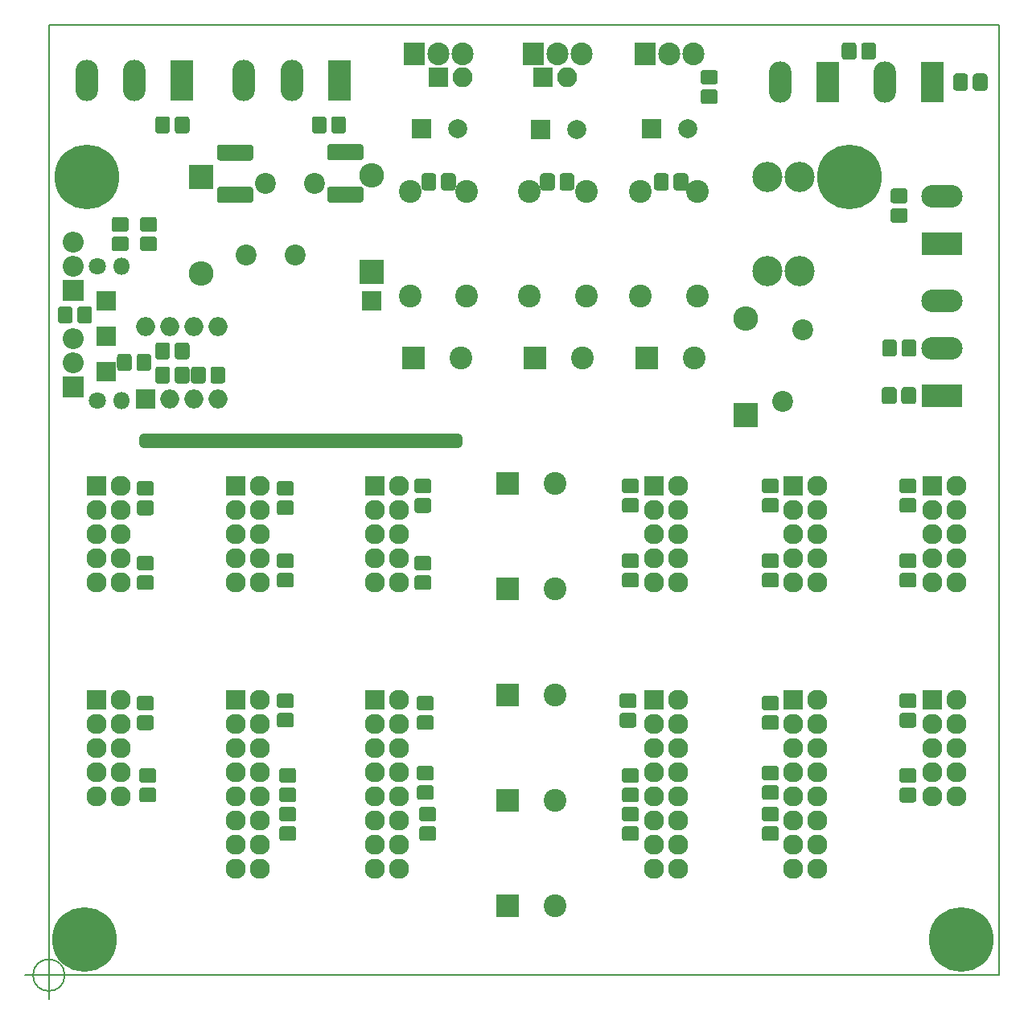
<source format=gbr>
%TF.GenerationSoftware,KiCad,Pcbnew,(5.0.0)*%
%TF.CreationDate,2019-01-09T00:45:42+01:00*%
%TF.ProjectId,KicadEuropower,4B696361644575726F706F7765722E6B,Rev A*%
%TF.SameCoordinates,Original*%
%TF.FileFunction,Soldermask,Bot*%
%TF.FilePolarity,Negative*%
%FSLAX46Y46*%
G04 Gerber Fmt 4.6, Leading zero omitted, Abs format (unit mm)*
G04 Created by KiCad (PCBNEW (5.0.0)) date 01/09/19 00:45:42*
%MOMM*%
%LPD*%
G01*
G04 APERTURE LIST*
%ADD10C,1.000000*%
%ADD11C,0.150000*%
%ADD12C,0.200000*%
%ADD13C,1.200000*%
%ADD14C,6.800000*%
%ADD15C,1.700000*%
%ADD16C,3.180000*%
%ADD17R,2.127200X2.127200*%
%ADD18O,2.127200X2.127200*%
%ADD19C,2.200000*%
%ADD20C,1.550000*%
%ADD21C,2.000000*%
%ADD22R,2.000000X2.000000*%
%ADD23C,2.398980*%
%ADD24O,2.380000X4.360000*%
%ADD25R,2.380000X4.360000*%
%ADD26R,4.360000X2.380000*%
%ADD27O,4.360000X2.380000*%
%ADD28R,2.305000X2.400000*%
%ADD29O,2.305000X2.400000*%
%ADD30O,2.600000X2.600000*%
%ADD31R,2.600000X2.600000*%
%ADD32C,2.400000*%
%ADD33R,2.400000X2.400000*%
%ADD34O,2.200000X2.200000*%
%ADD35R,2.200000X2.200000*%
%ADD36O,1.800000X1.800000*%
%ADD37C,1.800000*%
%ADD38O,2.000000X2.000000*%
%ADD39R,2.100000X2.100000*%
%ADD40O,2.100000X2.100000*%
G04 APERTURE END LIST*
D10*
X10000000Y-44000000D02*
X10000000Y-43500000D01*
X43000000Y-44000000D02*
X10000000Y-44000000D01*
X43000000Y-43500000D02*
X43000000Y-44000000D01*
X10000000Y-43500000D02*
X43000000Y-43500000D01*
D11*
X1666666Y-100000000D02*
G75*
G03X1666666Y-100000000I-1666666J0D01*
G01*
X-2500000Y-100000000D02*
X2500000Y-100000000D01*
X0Y-97500000D02*
X0Y-102500000D01*
D12*
X100000000Y0D02*
X0Y0D01*
X100000000Y-100000000D02*
X100000000Y0D01*
X0Y-100000000D02*
X100000000Y-100000000D01*
X0Y0D02*
X0Y-100000000D01*
D13*
X85947056Y-14302944D03*
X84250000Y-13600000D03*
X82552944Y-14302944D03*
X81850000Y-16000000D03*
X82552944Y-17697056D03*
X84250000Y-18400000D03*
X85947056Y-17697056D03*
X86650000Y-16000000D03*
D14*
X84250000Y-16000000D03*
X4000000Y-16000000D03*
D13*
X6400000Y-16000000D03*
X5697056Y-17697056D03*
X4000000Y-18400000D03*
X2302944Y-17697056D03*
X1600000Y-16000000D03*
X2302944Y-14302944D03*
X4000000Y-13600000D03*
X5697056Y-14302944D03*
D14*
X96000000Y-96250000D03*
D13*
X98400000Y-96250000D03*
X97697056Y-97947056D03*
X96000000Y-98650000D03*
X94302944Y-97947056D03*
X93600000Y-96250000D03*
X94302944Y-94552944D03*
X96000000Y-93850000D03*
X97697056Y-94552944D03*
D11*
G36*
X32805121Y-16976574D02*
X32836857Y-16981282D01*
X32867978Y-16989077D01*
X32898185Y-16999886D01*
X32927187Y-17013603D01*
X32954706Y-17030096D01*
X32980475Y-17049208D01*
X33004246Y-17070754D01*
X33025792Y-17094525D01*
X33044904Y-17120294D01*
X33061397Y-17147813D01*
X33075114Y-17176815D01*
X33085923Y-17207022D01*
X33093718Y-17238143D01*
X33098426Y-17269879D01*
X33100000Y-17301923D01*
X33100000Y-18348077D01*
X33098426Y-18380121D01*
X33093718Y-18411857D01*
X33085923Y-18442978D01*
X33075114Y-18473185D01*
X33061397Y-18502187D01*
X33044904Y-18529706D01*
X33025792Y-18555475D01*
X33004246Y-18579246D01*
X32980475Y-18600792D01*
X32954706Y-18619904D01*
X32927187Y-18636397D01*
X32898185Y-18650114D01*
X32867978Y-18660923D01*
X32836857Y-18668718D01*
X32805121Y-18673426D01*
X32773077Y-18675000D01*
X29626923Y-18675000D01*
X29594879Y-18673426D01*
X29563143Y-18668718D01*
X29532022Y-18660923D01*
X29501815Y-18650114D01*
X29472813Y-18636397D01*
X29445294Y-18619904D01*
X29419525Y-18600792D01*
X29395754Y-18579246D01*
X29374208Y-18555475D01*
X29355096Y-18529706D01*
X29338603Y-18502187D01*
X29324886Y-18473185D01*
X29314077Y-18442978D01*
X29306282Y-18411857D01*
X29301574Y-18380121D01*
X29300000Y-18348077D01*
X29300000Y-17301923D01*
X29301574Y-17269879D01*
X29306282Y-17238143D01*
X29314077Y-17207022D01*
X29324886Y-17176815D01*
X29338603Y-17147813D01*
X29355096Y-17120294D01*
X29374208Y-17094525D01*
X29395754Y-17070754D01*
X29419525Y-17049208D01*
X29445294Y-17030096D01*
X29472813Y-17013603D01*
X29501815Y-16999886D01*
X29532022Y-16989077D01*
X29563143Y-16981282D01*
X29594879Y-16976574D01*
X29626923Y-16975000D01*
X32773077Y-16975000D01*
X32805121Y-16976574D01*
X32805121Y-16976574D01*
G37*
D15*
X31200000Y-17825000D03*
D11*
G36*
X32805121Y-12526574D02*
X32836857Y-12531282D01*
X32867978Y-12539077D01*
X32898185Y-12549886D01*
X32927187Y-12563603D01*
X32954706Y-12580096D01*
X32980475Y-12599208D01*
X33004246Y-12620754D01*
X33025792Y-12644525D01*
X33044904Y-12670294D01*
X33061397Y-12697813D01*
X33075114Y-12726815D01*
X33085923Y-12757022D01*
X33093718Y-12788143D01*
X33098426Y-12819879D01*
X33100000Y-12851923D01*
X33100000Y-13898077D01*
X33098426Y-13930121D01*
X33093718Y-13961857D01*
X33085923Y-13992978D01*
X33075114Y-14023185D01*
X33061397Y-14052187D01*
X33044904Y-14079706D01*
X33025792Y-14105475D01*
X33004246Y-14129246D01*
X32980475Y-14150792D01*
X32954706Y-14169904D01*
X32927187Y-14186397D01*
X32898185Y-14200114D01*
X32867978Y-14210923D01*
X32836857Y-14218718D01*
X32805121Y-14223426D01*
X32773077Y-14225000D01*
X29626923Y-14225000D01*
X29594879Y-14223426D01*
X29563143Y-14218718D01*
X29532022Y-14210923D01*
X29501815Y-14200114D01*
X29472813Y-14186397D01*
X29445294Y-14169904D01*
X29419525Y-14150792D01*
X29395754Y-14129246D01*
X29374208Y-14105475D01*
X29355096Y-14079706D01*
X29338603Y-14052187D01*
X29324886Y-14023185D01*
X29314077Y-13992978D01*
X29306282Y-13961857D01*
X29301574Y-13930121D01*
X29300000Y-13898077D01*
X29300000Y-12851923D01*
X29301574Y-12819879D01*
X29306282Y-12788143D01*
X29314077Y-12757022D01*
X29324886Y-12726815D01*
X29338603Y-12697813D01*
X29355096Y-12670294D01*
X29374208Y-12644525D01*
X29395754Y-12620754D01*
X29419525Y-12599208D01*
X29445294Y-12580096D01*
X29472813Y-12563603D01*
X29501815Y-12549886D01*
X29532022Y-12539077D01*
X29563143Y-12531282D01*
X29594879Y-12526574D01*
X29626923Y-12525000D01*
X32773077Y-12525000D01*
X32805121Y-12526574D01*
X32805121Y-12526574D01*
G37*
D15*
X31200000Y-13375000D03*
D16*
X79000000Y-16000000D03*
X75600000Y-16000000D03*
X79000000Y-25920000D03*
X75600000Y-25920000D03*
D17*
X78333330Y-48535001D03*
D18*
X80873330Y-48535001D03*
X78333330Y-51075001D03*
X80873330Y-51075001D03*
X78333330Y-53615001D03*
X80873330Y-53615001D03*
X78333330Y-56155001D03*
X80873330Y-56155001D03*
X78333330Y-58695001D03*
X80873330Y-58695001D03*
D17*
X63666664Y-71000000D03*
D18*
X66206664Y-71000000D03*
X63666664Y-73540000D03*
X66206664Y-73540000D03*
X63666664Y-76080000D03*
X66206664Y-76080000D03*
X63666664Y-78620000D03*
X66206664Y-78620000D03*
X63666664Y-81160000D03*
X66206664Y-81160000D03*
X63666664Y-83700000D03*
X66206664Y-83700000D03*
X63666664Y-86240000D03*
X66206664Y-86240000D03*
X63666664Y-88780000D03*
X66206664Y-88780000D03*
X95540000Y-58695001D03*
X93000000Y-58695001D03*
X95540000Y-56155001D03*
X93000000Y-56155001D03*
X95540000Y-53615001D03*
X93000000Y-53615001D03*
X95540000Y-51075001D03*
X93000000Y-51075001D03*
X95540000Y-48535001D03*
D17*
X93000000Y-48535001D03*
D18*
X22206666Y-88780000D03*
X19666666Y-88780000D03*
X22206666Y-86240000D03*
X19666666Y-86240000D03*
X22206666Y-83700000D03*
X19666666Y-83700000D03*
X22206666Y-81160000D03*
X19666666Y-81160000D03*
X22206666Y-78620000D03*
X19666666Y-78620000D03*
X22206666Y-76080000D03*
X19666666Y-76080000D03*
X22206666Y-73540000D03*
X19666666Y-73540000D03*
X22206666Y-71000000D03*
D17*
X19666666Y-71000000D03*
X93000000Y-71000000D03*
D18*
X95540000Y-71000000D03*
X93000000Y-73540000D03*
X95540000Y-73540000D03*
X93000000Y-76080000D03*
X95540000Y-76080000D03*
X93000000Y-78620000D03*
X95540000Y-78620000D03*
X93000000Y-81160000D03*
X95540000Y-81160000D03*
D17*
X34333332Y-71000000D03*
D18*
X36873332Y-71000000D03*
X34333332Y-73540000D03*
X36873332Y-73540000D03*
X34333332Y-76080000D03*
X36873332Y-76080000D03*
X34333332Y-78620000D03*
X36873332Y-78620000D03*
X34333332Y-81160000D03*
X36873332Y-81160000D03*
X34333332Y-83700000D03*
X36873332Y-83700000D03*
X34333332Y-86240000D03*
X36873332Y-86240000D03*
X34333332Y-88780000D03*
X36873332Y-88780000D03*
X7540000Y-58695001D03*
X5000000Y-58695001D03*
X7540000Y-56155001D03*
X5000000Y-56155001D03*
X7540000Y-53615001D03*
X5000000Y-53615001D03*
X7540000Y-51075001D03*
X5000000Y-51075001D03*
X7540000Y-48535001D03*
D17*
X5000000Y-48535001D03*
D18*
X80873330Y-88780000D03*
X78333330Y-88780000D03*
X80873330Y-86240000D03*
X78333330Y-86240000D03*
X80873330Y-83700000D03*
X78333330Y-83700000D03*
X80873330Y-81160000D03*
X78333330Y-81160000D03*
X80873330Y-78620000D03*
X78333330Y-78620000D03*
X80873330Y-76080000D03*
X78333330Y-76080000D03*
X80873330Y-73540000D03*
X78333330Y-73540000D03*
X80873330Y-71000000D03*
D17*
X78333330Y-71000000D03*
D18*
X66206664Y-58695001D03*
X63666664Y-58695001D03*
X66206664Y-56155001D03*
X63666664Y-56155001D03*
X66206664Y-53615001D03*
X63666664Y-53615001D03*
X66206664Y-51075001D03*
X63666664Y-51075001D03*
X66206664Y-48535001D03*
D17*
X63666664Y-48535001D03*
X19666666Y-48535001D03*
D18*
X22206666Y-48535001D03*
X19666666Y-51075001D03*
X22206666Y-51075001D03*
X19666666Y-53615001D03*
X22206666Y-53615001D03*
X19666666Y-56155001D03*
X22206666Y-56155001D03*
X19666666Y-58695001D03*
X22206666Y-58695001D03*
X7540000Y-81160000D03*
X5000000Y-81160000D03*
X7540000Y-78620000D03*
X5000000Y-78620000D03*
X7540000Y-76080000D03*
X5000000Y-76080000D03*
X7540000Y-73540000D03*
X5000000Y-73540000D03*
X7540000Y-71000000D03*
D17*
X5000000Y-71000000D03*
X34290000Y-48535001D03*
D18*
X36830000Y-48535001D03*
X34290000Y-51075001D03*
X36830000Y-51075001D03*
X34290000Y-53615001D03*
X36830000Y-53615001D03*
X34290000Y-56155001D03*
X36830000Y-56155001D03*
X34290000Y-58695001D03*
X36830000Y-58695001D03*
D19*
X79324696Y-32089161D03*
X77274696Y-39589161D03*
D11*
G36*
X54996071Y-15601623D02*
X55028781Y-15606475D01*
X55060857Y-15614509D01*
X55091991Y-15625649D01*
X55121884Y-15639787D01*
X55150247Y-15656787D01*
X55176807Y-15676485D01*
X55201308Y-15698692D01*
X55223515Y-15723193D01*
X55243213Y-15749753D01*
X55260213Y-15778116D01*
X55274351Y-15808009D01*
X55285491Y-15839143D01*
X55293525Y-15871219D01*
X55298377Y-15903929D01*
X55300000Y-15936956D01*
X55300000Y-17063044D01*
X55298377Y-17096071D01*
X55293525Y-17128781D01*
X55285491Y-17160857D01*
X55274351Y-17191991D01*
X55260213Y-17221884D01*
X55243213Y-17250247D01*
X55223515Y-17276807D01*
X55201308Y-17301308D01*
X55176807Y-17323515D01*
X55150247Y-17343213D01*
X55121884Y-17360213D01*
X55091991Y-17374351D01*
X55060857Y-17385491D01*
X55028781Y-17393525D01*
X54996071Y-17398377D01*
X54963044Y-17400000D01*
X54086956Y-17400000D01*
X54053929Y-17398377D01*
X54021219Y-17393525D01*
X53989143Y-17385491D01*
X53958009Y-17374351D01*
X53928116Y-17360213D01*
X53899753Y-17343213D01*
X53873193Y-17323515D01*
X53848692Y-17301308D01*
X53826485Y-17276807D01*
X53806787Y-17250247D01*
X53789787Y-17221884D01*
X53775649Y-17191991D01*
X53764509Y-17160857D01*
X53756475Y-17128781D01*
X53751623Y-17096071D01*
X53750000Y-17063044D01*
X53750000Y-15936956D01*
X53751623Y-15903929D01*
X53756475Y-15871219D01*
X53764509Y-15839143D01*
X53775649Y-15808009D01*
X53789787Y-15778116D01*
X53806787Y-15749753D01*
X53826485Y-15723193D01*
X53848692Y-15698692D01*
X53873193Y-15676485D01*
X53899753Y-15656787D01*
X53928116Y-15639787D01*
X53958009Y-15625649D01*
X53989143Y-15614509D01*
X54021219Y-15606475D01*
X54053929Y-15601623D01*
X54086956Y-15600000D01*
X54963044Y-15600000D01*
X54996071Y-15601623D01*
X54996071Y-15601623D01*
G37*
D20*
X54525000Y-16500000D03*
D11*
G36*
X52946071Y-15601623D02*
X52978781Y-15606475D01*
X53010857Y-15614509D01*
X53041991Y-15625649D01*
X53071884Y-15639787D01*
X53100247Y-15656787D01*
X53126807Y-15676485D01*
X53151308Y-15698692D01*
X53173515Y-15723193D01*
X53193213Y-15749753D01*
X53210213Y-15778116D01*
X53224351Y-15808009D01*
X53235491Y-15839143D01*
X53243525Y-15871219D01*
X53248377Y-15903929D01*
X53250000Y-15936956D01*
X53250000Y-17063044D01*
X53248377Y-17096071D01*
X53243525Y-17128781D01*
X53235491Y-17160857D01*
X53224351Y-17191991D01*
X53210213Y-17221884D01*
X53193213Y-17250247D01*
X53173515Y-17276807D01*
X53151308Y-17301308D01*
X53126807Y-17323515D01*
X53100247Y-17343213D01*
X53071884Y-17360213D01*
X53041991Y-17374351D01*
X53010857Y-17385491D01*
X52978781Y-17393525D01*
X52946071Y-17398377D01*
X52913044Y-17400000D01*
X52036956Y-17400000D01*
X52003929Y-17398377D01*
X51971219Y-17393525D01*
X51939143Y-17385491D01*
X51908009Y-17374351D01*
X51878116Y-17360213D01*
X51849753Y-17343213D01*
X51823193Y-17323515D01*
X51798692Y-17301308D01*
X51776485Y-17276807D01*
X51756787Y-17250247D01*
X51739787Y-17221884D01*
X51725649Y-17191991D01*
X51714509Y-17160857D01*
X51706475Y-17128781D01*
X51701623Y-17096071D01*
X51700000Y-17063044D01*
X51700000Y-15936956D01*
X51701623Y-15903929D01*
X51706475Y-15871219D01*
X51714509Y-15839143D01*
X51725649Y-15808009D01*
X51739787Y-15778116D01*
X51756787Y-15749753D01*
X51776485Y-15723193D01*
X51798692Y-15698692D01*
X51823193Y-15676485D01*
X51849753Y-15656787D01*
X51878116Y-15639787D01*
X51908009Y-15625649D01*
X51939143Y-15614509D01*
X51971219Y-15606475D01*
X52003929Y-15601623D01*
X52036956Y-15600000D01*
X52913044Y-15600000D01*
X52946071Y-15601623D01*
X52946071Y-15601623D01*
G37*
D20*
X52475000Y-16500000D03*
D11*
G36*
X66996071Y-15601623D02*
X67028781Y-15606475D01*
X67060857Y-15614509D01*
X67091991Y-15625649D01*
X67121884Y-15639787D01*
X67150247Y-15656787D01*
X67176807Y-15676485D01*
X67201308Y-15698692D01*
X67223515Y-15723193D01*
X67243213Y-15749753D01*
X67260213Y-15778116D01*
X67274351Y-15808009D01*
X67285491Y-15839143D01*
X67293525Y-15871219D01*
X67298377Y-15903929D01*
X67300000Y-15936956D01*
X67300000Y-17063044D01*
X67298377Y-17096071D01*
X67293525Y-17128781D01*
X67285491Y-17160857D01*
X67274351Y-17191991D01*
X67260213Y-17221884D01*
X67243213Y-17250247D01*
X67223515Y-17276807D01*
X67201308Y-17301308D01*
X67176807Y-17323515D01*
X67150247Y-17343213D01*
X67121884Y-17360213D01*
X67091991Y-17374351D01*
X67060857Y-17385491D01*
X67028781Y-17393525D01*
X66996071Y-17398377D01*
X66963044Y-17400000D01*
X66086956Y-17400000D01*
X66053929Y-17398377D01*
X66021219Y-17393525D01*
X65989143Y-17385491D01*
X65958009Y-17374351D01*
X65928116Y-17360213D01*
X65899753Y-17343213D01*
X65873193Y-17323515D01*
X65848692Y-17301308D01*
X65826485Y-17276807D01*
X65806787Y-17250247D01*
X65789787Y-17221884D01*
X65775649Y-17191991D01*
X65764509Y-17160857D01*
X65756475Y-17128781D01*
X65751623Y-17096071D01*
X65750000Y-17063044D01*
X65750000Y-15936956D01*
X65751623Y-15903929D01*
X65756475Y-15871219D01*
X65764509Y-15839143D01*
X65775649Y-15808009D01*
X65789787Y-15778116D01*
X65806787Y-15749753D01*
X65826485Y-15723193D01*
X65848692Y-15698692D01*
X65873193Y-15676485D01*
X65899753Y-15656787D01*
X65928116Y-15639787D01*
X65958009Y-15625649D01*
X65989143Y-15614509D01*
X66021219Y-15606475D01*
X66053929Y-15601623D01*
X66086956Y-15600000D01*
X66963044Y-15600000D01*
X66996071Y-15601623D01*
X66996071Y-15601623D01*
G37*
D20*
X66525000Y-16500000D03*
D11*
G36*
X64946071Y-15601623D02*
X64978781Y-15606475D01*
X65010857Y-15614509D01*
X65041991Y-15625649D01*
X65071884Y-15639787D01*
X65100247Y-15656787D01*
X65126807Y-15676485D01*
X65151308Y-15698692D01*
X65173515Y-15723193D01*
X65193213Y-15749753D01*
X65210213Y-15778116D01*
X65224351Y-15808009D01*
X65235491Y-15839143D01*
X65243525Y-15871219D01*
X65248377Y-15903929D01*
X65250000Y-15936956D01*
X65250000Y-17063044D01*
X65248377Y-17096071D01*
X65243525Y-17128781D01*
X65235491Y-17160857D01*
X65224351Y-17191991D01*
X65210213Y-17221884D01*
X65193213Y-17250247D01*
X65173515Y-17276807D01*
X65151308Y-17301308D01*
X65126807Y-17323515D01*
X65100247Y-17343213D01*
X65071884Y-17360213D01*
X65041991Y-17374351D01*
X65010857Y-17385491D01*
X64978781Y-17393525D01*
X64946071Y-17398377D01*
X64913044Y-17400000D01*
X64036956Y-17400000D01*
X64003929Y-17398377D01*
X63971219Y-17393525D01*
X63939143Y-17385491D01*
X63908009Y-17374351D01*
X63878116Y-17360213D01*
X63849753Y-17343213D01*
X63823193Y-17323515D01*
X63798692Y-17301308D01*
X63776485Y-17276807D01*
X63756787Y-17250247D01*
X63739787Y-17221884D01*
X63725649Y-17191991D01*
X63714509Y-17160857D01*
X63706475Y-17128781D01*
X63701623Y-17096071D01*
X63700000Y-17063044D01*
X63700000Y-15936956D01*
X63701623Y-15903929D01*
X63706475Y-15871219D01*
X63714509Y-15839143D01*
X63725649Y-15808009D01*
X63739787Y-15778116D01*
X63756787Y-15749753D01*
X63776485Y-15723193D01*
X63798692Y-15698692D01*
X63823193Y-15676485D01*
X63849753Y-15656787D01*
X63878116Y-15639787D01*
X63908009Y-15625649D01*
X63939143Y-15614509D01*
X63971219Y-15606475D01*
X64003929Y-15601623D01*
X64036956Y-15600000D01*
X64913044Y-15600000D01*
X64946071Y-15601623D01*
X64946071Y-15601623D01*
G37*
D20*
X64475000Y-16500000D03*
D21*
X55537349Y-11000000D03*
D22*
X51737349Y-11000000D03*
X63467349Y-10890000D03*
D21*
X67267349Y-10890000D03*
D22*
X39197349Y-10890000D03*
D21*
X42997349Y-10890000D03*
D11*
G36*
X42521071Y-15601623D02*
X42553781Y-15606475D01*
X42585857Y-15614509D01*
X42616991Y-15625649D01*
X42646884Y-15639787D01*
X42675247Y-15656787D01*
X42701807Y-15676485D01*
X42726308Y-15698692D01*
X42748515Y-15723193D01*
X42768213Y-15749753D01*
X42785213Y-15778116D01*
X42799351Y-15808009D01*
X42810491Y-15839143D01*
X42818525Y-15871219D01*
X42823377Y-15903929D01*
X42825000Y-15936956D01*
X42825000Y-17063044D01*
X42823377Y-17096071D01*
X42818525Y-17128781D01*
X42810491Y-17160857D01*
X42799351Y-17191991D01*
X42785213Y-17221884D01*
X42768213Y-17250247D01*
X42748515Y-17276807D01*
X42726308Y-17301308D01*
X42701807Y-17323515D01*
X42675247Y-17343213D01*
X42646884Y-17360213D01*
X42616991Y-17374351D01*
X42585857Y-17385491D01*
X42553781Y-17393525D01*
X42521071Y-17398377D01*
X42488044Y-17400000D01*
X41611956Y-17400000D01*
X41578929Y-17398377D01*
X41546219Y-17393525D01*
X41514143Y-17385491D01*
X41483009Y-17374351D01*
X41453116Y-17360213D01*
X41424753Y-17343213D01*
X41398193Y-17323515D01*
X41373692Y-17301308D01*
X41351485Y-17276807D01*
X41331787Y-17250247D01*
X41314787Y-17221884D01*
X41300649Y-17191991D01*
X41289509Y-17160857D01*
X41281475Y-17128781D01*
X41276623Y-17096071D01*
X41275000Y-17063044D01*
X41275000Y-15936956D01*
X41276623Y-15903929D01*
X41281475Y-15871219D01*
X41289509Y-15839143D01*
X41300649Y-15808009D01*
X41314787Y-15778116D01*
X41331787Y-15749753D01*
X41351485Y-15723193D01*
X41373692Y-15698692D01*
X41398193Y-15676485D01*
X41424753Y-15656787D01*
X41453116Y-15639787D01*
X41483009Y-15625649D01*
X41514143Y-15614509D01*
X41546219Y-15606475D01*
X41578929Y-15601623D01*
X41611956Y-15600000D01*
X42488044Y-15600000D01*
X42521071Y-15601623D01*
X42521071Y-15601623D01*
G37*
D20*
X42050000Y-16500000D03*
D11*
G36*
X40471071Y-15601623D02*
X40503781Y-15606475D01*
X40535857Y-15614509D01*
X40566991Y-15625649D01*
X40596884Y-15639787D01*
X40625247Y-15656787D01*
X40651807Y-15676485D01*
X40676308Y-15698692D01*
X40698515Y-15723193D01*
X40718213Y-15749753D01*
X40735213Y-15778116D01*
X40749351Y-15808009D01*
X40760491Y-15839143D01*
X40768525Y-15871219D01*
X40773377Y-15903929D01*
X40775000Y-15936956D01*
X40775000Y-17063044D01*
X40773377Y-17096071D01*
X40768525Y-17128781D01*
X40760491Y-17160857D01*
X40749351Y-17191991D01*
X40735213Y-17221884D01*
X40718213Y-17250247D01*
X40698515Y-17276807D01*
X40676308Y-17301308D01*
X40651807Y-17323515D01*
X40625247Y-17343213D01*
X40596884Y-17360213D01*
X40566991Y-17374351D01*
X40535857Y-17385491D01*
X40503781Y-17393525D01*
X40471071Y-17398377D01*
X40438044Y-17400000D01*
X39561956Y-17400000D01*
X39528929Y-17398377D01*
X39496219Y-17393525D01*
X39464143Y-17385491D01*
X39433009Y-17374351D01*
X39403116Y-17360213D01*
X39374753Y-17343213D01*
X39348193Y-17323515D01*
X39323692Y-17301308D01*
X39301485Y-17276807D01*
X39281787Y-17250247D01*
X39264787Y-17221884D01*
X39250649Y-17191991D01*
X39239509Y-17160857D01*
X39231475Y-17128781D01*
X39226623Y-17096071D01*
X39225000Y-17063044D01*
X39225000Y-15936956D01*
X39226623Y-15903929D01*
X39231475Y-15871219D01*
X39239509Y-15839143D01*
X39250649Y-15808009D01*
X39264787Y-15778116D01*
X39281787Y-15749753D01*
X39301485Y-15723193D01*
X39323692Y-15698692D01*
X39348193Y-15676485D01*
X39374753Y-15656787D01*
X39403116Y-15639787D01*
X39433009Y-15625649D01*
X39464143Y-15614509D01*
X39496219Y-15606475D01*
X39528929Y-15601623D01*
X39561956Y-15600000D01*
X40438044Y-15600000D01*
X40471071Y-15601623D01*
X40471071Y-15601623D01*
G37*
D20*
X40000000Y-16500000D03*
D11*
G36*
X25488071Y-72387623D02*
X25520781Y-72392475D01*
X25552857Y-72400509D01*
X25583991Y-72411649D01*
X25613884Y-72425787D01*
X25642247Y-72442787D01*
X25668807Y-72462485D01*
X25693308Y-72484692D01*
X25715515Y-72509193D01*
X25735213Y-72535753D01*
X25752213Y-72564116D01*
X25766351Y-72594009D01*
X25777491Y-72625143D01*
X25785525Y-72657219D01*
X25790377Y-72689929D01*
X25792000Y-72722956D01*
X25792000Y-73599044D01*
X25790377Y-73632071D01*
X25785525Y-73664781D01*
X25777491Y-73696857D01*
X25766351Y-73727991D01*
X25752213Y-73757884D01*
X25735213Y-73786247D01*
X25715515Y-73812807D01*
X25693308Y-73837308D01*
X25668807Y-73859515D01*
X25642247Y-73879213D01*
X25613884Y-73896213D01*
X25583991Y-73910351D01*
X25552857Y-73921491D01*
X25520781Y-73929525D01*
X25488071Y-73934377D01*
X25455044Y-73936000D01*
X24328956Y-73936000D01*
X24295929Y-73934377D01*
X24263219Y-73929525D01*
X24231143Y-73921491D01*
X24200009Y-73910351D01*
X24170116Y-73896213D01*
X24141753Y-73879213D01*
X24115193Y-73859515D01*
X24090692Y-73837308D01*
X24068485Y-73812807D01*
X24048787Y-73786247D01*
X24031787Y-73757884D01*
X24017649Y-73727991D01*
X24006509Y-73696857D01*
X23998475Y-73664781D01*
X23993623Y-73632071D01*
X23992000Y-73599044D01*
X23992000Y-72722956D01*
X23993623Y-72689929D01*
X23998475Y-72657219D01*
X24006509Y-72625143D01*
X24017649Y-72594009D01*
X24031787Y-72564116D01*
X24048787Y-72535753D01*
X24068485Y-72509193D01*
X24090692Y-72484692D01*
X24115193Y-72462485D01*
X24141753Y-72442787D01*
X24170116Y-72425787D01*
X24200009Y-72411649D01*
X24231143Y-72400509D01*
X24263219Y-72392475D01*
X24295929Y-72387623D01*
X24328956Y-72386000D01*
X25455044Y-72386000D01*
X25488071Y-72387623D01*
X25488071Y-72387623D01*
G37*
D20*
X24892000Y-73161000D03*
D11*
G36*
X25488071Y-70337623D02*
X25520781Y-70342475D01*
X25552857Y-70350509D01*
X25583991Y-70361649D01*
X25613884Y-70375787D01*
X25642247Y-70392787D01*
X25668807Y-70412485D01*
X25693308Y-70434692D01*
X25715515Y-70459193D01*
X25735213Y-70485753D01*
X25752213Y-70514116D01*
X25766351Y-70544009D01*
X25777491Y-70575143D01*
X25785525Y-70607219D01*
X25790377Y-70639929D01*
X25792000Y-70672956D01*
X25792000Y-71549044D01*
X25790377Y-71582071D01*
X25785525Y-71614781D01*
X25777491Y-71646857D01*
X25766351Y-71677991D01*
X25752213Y-71707884D01*
X25735213Y-71736247D01*
X25715515Y-71762807D01*
X25693308Y-71787308D01*
X25668807Y-71809515D01*
X25642247Y-71829213D01*
X25613884Y-71846213D01*
X25583991Y-71860351D01*
X25552857Y-71871491D01*
X25520781Y-71879525D01*
X25488071Y-71884377D01*
X25455044Y-71886000D01*
X24328956Y-71886000D01*
X24295929Y-71884377D01*
X24263219Y-71879525D01*
X24231143Y-71871491D01*
X24200009Y-71860351D01*
X24170116Y-71846213D01*
X24141753Y-71829213D01*
X24115193Y-71809515D01*
X24090692Y-71787308D01*
X24068485Y-71762807D01*
X24048787Y-71736247D01*
X24031787Y-71707884D01*
X24017649Y-71677991D01*
X24006509Y-71646857D01*
X23998475Y-71614781D01*
X23993623Y-71582071D01*
X23992000Y-71549044D01*
X23992000Y-70672956D01*
X23993623Y-70639929D01*
X23998475Y-70607219D01*
X24006509Y-70575143D01*
X24017649Y-70544009D01*
X24031787Y-70514116D01*
X24048787Y-70485753D01*
X24068485Y-70459193D01*
X24090692Y-70434692D01*
X24115193Y-70412485D01*
X24141753Y-70392787D01*
X24170116Y-70375787D01*
X24200009Y-70361649D01*
X24231143Y-70350509D01*
X24263219Y-70342475D01*
X24295929Y-70337623D01*
X24328956Y-70336000D01*
X25455044Y-70336000D01*
X25488071Y-70337623D01*
X25488071Y-70337623D01*
G37*
D20*
X24892000Y-71111000D03*
D11*
G36*
X76542071Y-72641623D02*
X76574781Y-72646475D01*
X76606857Y-72654509D01*
X76637991Y-72665649D01*
X76667884Y-72679787D01*
X76696247Y-72696787D01*
X76722807Y-72716485D01*
X76747308Y-72738692D01*
X76769515Y-72763193D01*
X76789213Y-72789753D01*
X76806213Y-72818116D01*
X76820351Y-72848009D01*
X76831491Y-72879143D01*
X76839525Y-72911219D01*
X76844377Y-72943929D01*
X76846000Y-72976956D01*
X76846000Y-73853044D01*
X76844377Y-73886071D01*
X76839525Y-73918781D01*
X76831491Y-73950857D01*
X76820351Y-73981991D01*
X76806213Y-74011884D01*
X76789213Y-74040247D01*
X76769515Y-74066807D01*
X76747308Y-74091308D01*
X76722807Y-74113515D01*
X76696247Y-74133213D01*
X76667884Y-74150213D01*
X76637991Y-74164351D01*
X76606857Y-74175491D01*
X76574781Y-74183525D01*
X76542071Y-74188377D01*
X76509044Y-74190000D01*
X75382956Y-74190000D01*
X75349929Y-74188377D01*
X75317219Y-74183525D01*
X75285143Y-74175491D01*
X75254009Y-74164351D01*
X75224116Y-74150213D01*
X75195753Y-74133213D01*
X75169193Y-74113515D01*
X75144692Y-74091308D01*
X75122485Y-74066807D01*
X75102787Y-74040247D01*
X75085787Y-74011884D01*
X75071649Y-73981991D01*
X75060509Y-73950857D01*
X75052475Y-73918781D01*
X75047623Y-73886071D01*
X75046000Y-73853044D01*
X75046000Y-72976956D01*
X75047623Y-72943929D01*
X75052475Y-72911219D01*
X75060509Y-72879143D01*
X75071649Y-72848009D01*
X75085787Y-72818116D01*
X75102787Y-72789753D01*
X75122485Y-72763193D01*
X75144692Y-72738692D01*
X75169193Y-72716485D01*
X75195753Y-72696787D01*
X75224116Y-72679787D01*
X75254009Y-72665649D01*
X75285143Y-72654509D01*
X75317219Y-72646475D01*
X75349929Y-72641623D01*
X75382956Y-72640000D01*
X76509044Y-72640000D01*
X76542071Y-72641623D01*
X76542071Y-72641623D01*
G37*
D20*
X75946000Y-73415000D03*
D11*
G36*
X76542071Y-70591623D02*
X76574781Y-70596475D01*
X76606857Y-70604509D01*
X76637991Y-70615649D01*
X76667884Y-70629787D01*
X76696247Y-70646787D01*
X76722807Y-70666485D01*
X76747308Y-70688692D01*
X76769515Y-70713193D01*
X76789213Y-70739753D01*
X76806213Y-70768116D01*
X76820351Y-70798009D01*
X76831491Y-70829143D01*
X76839525Y-70861219D01*
X76844377Y-70893929D01*
X76846000Y-70926956D01*
X76846000Y-71803044D01*
X76844377Y-71836071D01*
X76839525Y-71868781D01*
X76831491Y-71900857D01*
X76820351Y-71931991D01*
X76806213Y-71961884D01*
X76789213Y-71990247D01*
X76769515Y-72016807D01*
X76747308Y-72041308D01*
X76722807Y-72063515D01*
X76696247Y-72083213D01*
X76667884Y-72100213D01*
X76637991Y-72114351D01*
X76606857Y-72125491D01*
X76574781Y-72133525D01*
X76542071Y-72138377D01*
X76509044Y-72140000D01*
X75382956Y-72140000D01*
X75349929Y-72138377D01*
X75317219Y-72133525D01*
X75285143Y-72125491D01*
X75254009Y-72114351D01*
X75224116Y-72100213D01*
X75195753Y-72083213D01*
X75169193Y-72063515D01*
X75144692Y-72041308D01*
X75122485Y-72016807D01*
X75102787Y-71990247D01*
X75085787Y-71961884D01*
X75071649Y-71931991D01*
X75060509Y-71900857D01*
X75052475Y-71868781D01*
X75047623Y-71836071D01*
X75046000Y-71803044D01*
X75046000Y-70926956D01*
X75047623Y-70893929D01*
X75052475Y-70861219D01*
X75060509Y-70829143D01*
X75071649Y-70798009D01*
X75085787Y-70768116D01*
X75102787Y-70739753D01*
X75122485Y-70713193D01*
X75144692Y-70688692D01*
X75169193Y-70666485D01*
X75195753Y-70646787D01*
X75224116Y-70629787D01*
X75254009Y-70615649D01*
X75285143Y-70604509D01*
X75317219Y-70596475D01*
X75349929Y-70591623D01*
X75382956Y-70590000D01*
X76509044Y-70590000D01*
X76542071Y-70591623D01*
X76542071Y-70591623D01*
G37*
D20*
X75946000Y-71365000D03*
D11*
G36*
X76542071Y-49781623D02*
X76574781Y-49786475D01*
X76606857Y-49794509D01*
X76637991Y-49805649D01*
X76667884Y-49819787D01*
X76696247Y-49836787D01*
X76722807Y-49856485D01*
X76747308Y-49878692D01*
X76769515Y-49903193D01*
X76789213Y-49929753D01*
X76806213Y-49958116D01*
X76820351Y-49988009D01*
X76831491Y-50019143D01*
X76839525Y-50051219D01*
X76844377Y-50083929D01*
X76846000Y-50116956D01*
X76846000Y-50993044D01*
X76844377Y-51026071D01*
X76839525Y-51058781D01*
X76831491Y-51090857D01*
X76820351Y-51121991D01*
X76806213Y-51151884D01*
X76789213Y-51180247D01*
X76769515Y-51206807D01*
X76747308Y-51231308D01*
X76722807Y-51253515D01*
X76696247Y-51273213D01*
X76667884Y-51290213D01*
X76637991Y-51304351D01*
X76606857Y-51315491D01*
X76574781Y-51323525D01*
X76542071Y-51328377D01*
X76509044Y-51330000D01*
X75382956Y-51330000D01*
X75349929Y-51328377D01*
X75317219Y-51323525D01*
X75285143Y-51315491D01*
X75254009Y-51304351D01*
X75224116Y-51290213D01*
X75195753Y-51273213D01*
X75169193Y-51253515D01*
X75144692Y-51231308D01*
X75122485Y-51206807D01*
X75102787Y-51180247D01*
X75085787Y-51151884D01*
X75071649Y-51121991D01*
X75060509Y-51090857D01*
X75052475Y-51058781D01*
X75047623Y-51026071D01*
X75046000Y-50993044D01*
X75046000Y-50116956D01*
X75047623Y-50083929D01*
X75052475Y-50051219D01*
X75060509Y-50019143D01*
X75071649Y-49988009D01*
X75085787Y-49958116D01*
X75102787Y-49929753D01*
X75122485Y-49903193D01*
X75144692Y-49878692D01*
X75169193Y-49856485D01*
X75195753Y-49836787D01*
X75224116Y-49819787D01*
X75254009Y-49805649D01*
X75285143Y-49794509D01*
X75317219Y-49786475D01*
X75349929Y-49781623D01*
X75382956Y-49780000D01*
X76509044Y-49780000D01*
X76542071Y-49781623D01*
X76542071Y-49781623D01*
G37*
D20*
X75946000Y-50555000D03*
D11*
G36*
X76542071Y-47731623D02*
X76574781Y-47736475D01*
X76606857Y-47744509D01*
X76637991Y-47755649D01*
X76667884Y-47769787D01*
X76696247Y-47786787D01*
X76722807Y-47806485D01*
X76747308Y-47828692D01*
X76769515Y-47853193D01*
X76789213Y-47879753D01*
X76806213Y-47908116D01*
X76820351Y-47938009D01*
X76831491Y-47969143D01*
X76839525Y-48001219D01*
X76844377Y-48033929D01*
X76846000Y-48066956D01*
X76846000Y-48943044D01*
X76844377Y-48976071D01*
X76839525Y-49008781D01*
X76831491Y-49040857D01*
X76820351Y-49071991D01*
X76806213Y-49101884D01*
X76789213Y-49130247D01*
X76769515Y-49156807D01*
X76747308Y-49181308D01*
X76722807Y-49203515D01*
X76696247Y-49223213D01*
X76667884Y-49240213D01*
X76637991Y-49254351D01*
X76606857Y-49265491D01*
X76574781Y-49273525D01*
X76542071Y-49278377D01*
X76509044Y-49280000D01*
X75382956Y-49280000D01*
X75349929Y-49278377D01*
X75317219Y-49273525D01*
X75285143Y-49265491D01*
X75254009Y-49254351D01*
X75224116Y-49240213D01*
X75195753Y-49223213D01*
X75169193Y-49203515D01*
X75144692Y-49181308D01*
X75122485Y-49156807D01*
X75102787Y-49130247D01*
X75085787Y-49101884D01*
X75071649Y-49071991D01*
X75060509Y-49040857D01*
X75052475Y-49008781D01*
X75047623Y-48976071D01*
X75046000Y-48943044D01*
X75046000Y-48066956D01*
X75047623Y-48033929D01*
X75052475Y-48001219D01*
X75060509Y-47969143D01*
X75071649Y-47938009D01*
X75085787Y-47908116D01*
X75102787Y-47879753D01*
X75122485Y-47853193D01*
X75144692Y-47828692D01*
X75169193Y-47806485D01*
X75195753Y-47786787D01*
X75224116Y-47769787D01*
X75254009Y-47755649D01*
X75285143Y-47744509D01*
X75317219Y-47736475D01*
X75349929Y-47731623D01*
X75382956Y-47730000D01*
X76509044Y-47730000D01*
X76542071Y-47731623D01*
X76542071Y-47731623D01*
G37*
D20*
X75946000Y-48505000D03*
D11*
G36*
X61810071Y-49781623D02*
X61842781Y-49786475D01*
X61874857Y-49794509D01*
X61905991Y-49805649D01*
X61935884Y-49819787D01*
X61964247Y-49836787D01*
X61990807Y-49856485D01*
X62015308Y-49878692D01*
X62037515Y-49903193D01*
X62057213Y-49929753D01*
X62074213Y-49958116D01*
X62088351Y-49988009D01*
X62099491Y-50019143D01*
X62107525Y-50051219D01*
X62112377Y-50083929D01*
X62114000Y-50116956D01*
X62114000Y-50993044D01*
X62112377Y-51026071D01*
X62107525Y-51058781D01*
X62099491Y-51090857D01*
X62088351Y-51121991D01*
X62074213Y-51151884D01*
X62057213Y-51180247D01*
X62037515Y-51206807D01*
X62015308Y-51231308D01*
X61990807Y-51253515D01*
X61964247Y-51273213D01*
X61935884Y-51290213D01*
X61905991Y-51304351D01*
X61874857Y-51315491D01*
X61842781Y-51323525D01*
X61810071Y-51328377D01*
X61777044Y-51330000D01*
X60650956Y-51330000D01*
X60617929Y-51328377D01*
X60585219Y-51323525D01*
X60553143Y-51315491D01*
X60522009Y-51304351D01*
X60492116Y-51290213D01*
X60463753Y-51273213D01*
X60437193Y-51253515D01*
X60412692Y-51231308D01*
X60390485Y-51206807D01*
X60370787Y-51180247D01*
X60353787Y-51151884D01*
X60339649Y-51121991D01*
X60328509Y-51090857D01*
X60320475Y-51058781D01*
X60315623Y-51026071D01*
X60314000Y-50993044D01*
X60314000Y-50116956D01*
X60315623Y-50083929D01*
X60320475Y-50051219D01*
X60328509Y-50019143D01*
X60339649Y-49988009D01*
X60353787Y-49958116D01*
X60370787Y-49929753D01*
X60390485Y-49903193D01*
X60412692Y-49878692D01*
X60437193Y-49856485D01*
X60463753Y-49836787D01*
X60492116Y-49819787D01*
X60522009Y-49805649D01*
X60553143Y-49794509D01*
X60585219Y-49786475D01*
X60617929Y-49781623D01*
X60650956Y-49780000D01*
X61777044Y-49780000D01*
X61810071Y-49781623D01*
X61810071Y-49781623D01*
G37*
D20*
X61214000Y-50555000D03*
D11*
G36*
X61810071Y-47731623D02*
X61842781Y-47736475D01*
X61874857Y-47744509D01*
X61905991Y-47755649D01*
X61935884Y-47769787D01*
X61964247Y-47786787D01*
X61990807Y-47806485D01*
X62015308Y-47828692D01*
X62037515Y-47853193D01*
X62057213Y-47879753D01*
X62074213Y-47908116D01*
X62088351Y-47938009D01*
X62099491Y-47969143D01*
X62107525Y-48001219D01*
X62112377Y-48033929D01*
X62114000Y-48066956D01*
X62114000Y-48943044D01*
X62112377Y-48976071D01*
X62107525Y-49008781D01*
X62099491Y-49040857D01*
X62088351Y-49071991D01*
X62074213Y-49101884D01*
X62057213Y-49130247D01*
X62037515Y-49156807D01*
X62015308Y-49181308D01*
X61990807Y-49203515D01*
X61964247Y-49223213D01*
X61935884Y-49240213D01*
X61905991Y-49254351D01*
X61874857Y-49265491D01*
X61842781Y-49273525D01*
X61810071Y-49278377D01*
X61777044Y-49280000D01*
X60650956Y-49280000D01*
X60617929Y-49278377D01*
X60585219Y-49273525D01*
X60553143Y-49265491D01*
X60522009Y-49254351D01*
X60492116Y-49240213D01*
X60463753Y-49223213D01*
X60437193Y-49203515D01*
X60412692Y-49181308D01*
X60390485Y-49156807D01*
X60370787Y-49130247D01*
X60353787Y-49101884D01*
X60339649Y-49071991D01*
X60328509Y-49040857D01*
X60320475Y-49008781D01*
X60315623Y-48976071D01*
X60314000Y-48943044D01*
X60314000Y-48066956D01*
X60315623Y-48033929D01*
X60320475Y-48001219D01*
X60328509Y-47969143D01*
X60339649Y-47938009D01*
X60353787Y-47908116D01*
X60370787Y-47879753D01*
X60390485Y-47853193D01*
X60412692Y-47828692D01*
X60437193Y-47806485D01*
X60463753Y-47786787D01*
X60492116Y-47769787D01*
X60522009Y-47755649D01*
X60553143Y-47744509D01*
X60585219Y-47736475D01*
X60617929Y-47731623D01*
X60650956Y-47730000D01*
X61777044Y-47730000D01*
X61810071Y-47731623D01*
X61810071Y-47731623D01*
G37*
D20*
X61214000Y-48505000D03*
D11*
G36*
X91020071Y-49781623D02*
X91052781Y-49786475D01*
X91084857Y-49794509D01*
X91115991Y-49805649D01*
X91145884Y-49819787D01*
X91174247Y-49836787D01*
X91200807Y-49856485D01*
X91225308Y-49878692D01*
X91247515Y-49903193D01*
X91267213Y-49929753D01*
X91284213Y-49958116D01*
X91298351Y-49988009D01*
X91309491Y-50019143D01*
X91317525Y-50051219D01*
X91322377Y-50083929D01*
X91324000Y-50116956D01*
X91324000Y-50993044D01*
X91322377Y-51026071D01*
X91317525Y-51058781D01*
X91309491Y-51090857D01*
X91298351Y-51121991D01*
X91284213Y-51151884D01*
X91267213Y-51180247D01*
X91247515Y-51206807D01*
X91225308Y-51231308D01*
X91200807Y-51253515D01*
X91174247Y-51273213D01*
X91145884Y-51290213D01*
X91115991Y-51304351D01*
X91084857Y-51315491D01*
X91052781Y-51323525D01*
X91020071Y-51328377D01*
X90987044Y-51330000D01*
X89860956Y-51330000D01*
X89827929Y-51328377D01*
X89795219Y-51323525D01*
X89763143Y-51315491D01*
X89732009Y-51304351D01*
X89702116Y-51290213D01*
X89673753Y-51273213D01*
X89647193Y-51253515D01*
X89622692Y-51231308D01*
X89600485Y-51206807D01*
X89580787Y-51180247D01*
X89563787Y-51151884D01*
X89549649Y-51121991D01*
X89538509Y-51090857D01*
X89530475Y-51058781D01*
X89525623Y-51026071D01*
X89524000Y-50993044D01*
X89524000Y-50116956D01*
X89525623Y-50083929D01*
X89530475Y-50051219D01*
X89538509Y-50019143D01*
X89549649Y-49988009D01*
X89563787Y-49958116D01*
X89580787Y-49929753D01*
X89600485Y-49903193D01*
X89622692Y-49878692D01*
X89647193Y-49856485D01*
X89673753Y-49836787D01*
X89702116Y-49819787D01*
X89732009Y-49805649D01*
X89763143Y-49794509D01*
X89795219Y-49786475D01*
X89827929Y-49781623D01*
X89860956Y-49780000D01*
X90987044Y-49780000D01*
X91020071Y-49781623D01*
X91020071Y-49781623D01*
G37*
D20*
X90424000Y-50555000D03*
D11*
G36*
X91020071Y-47731623D02*
X91052781Y-47736475D01*
X91084857Y-47744509D01*
X91115991Y-47755649D01*
X91145884Y-47769787D01*
X91174247Y-47786787D01*
X91200807Y-47806485D01*
X91225308Y-47828692D01*
X91247515Y-47853193D01*
X91267213Y-47879753D01*
X91284213Y-47908116D01*
X91298351Y-47938009D01*
X91309491Y-47969143D01*
X91317525Y-48001219D01*
X91322377Y-48033929D01*
X91324000Y-48066956D01*
X91324000Y-48943044D01*
X91322377Y-48976071D01*
X91317525Y-49008781D01*
X91309491Y-49040857D01*
X91298351Y-49071991D01*
X91284213Y-49101884D01*
X91267213Y-49130247D01*
X91247515Y-49156807D01*
X91225308Y-49181308D01*
X91200807Y-49203515D01*
X91174247Y-49223213D01*
X91145884Y-49240213D01*
X91115991Y-49254351D01*
X91084857Y-49265491D01*
X91052781Y-49273525D01*
X91020071Y-49278377D01*
X90987044Y-49280000D01*
X89860956Y-49280000D01*
X89827929Y-49278377D01*
X89795219Y-49273525D01*
X89763143Y-49265491D01*
X89732009Y-49254351D01*
X89702116Y-49240213D01*
X89673753Y-49223213D01*
X89647193Y-49203515D01*
X89622692Y-49181308D01*
X89600485Y-49156807D01*
X89580787Y-49130247D01*
X89563787Y-49101884D01*
X89549649Y-49071991D01*
X89538509Y-49040857D01*
X89530475Y-49008781D01*
X89525623Y-48976071D01*
X89524000Y-48943044D01*
X89524000Y-48066956D01*
X89525623Y-48033929D01*
X89530475Y-48001219D01*
X89538509Y-47969143D01*
X89549649Y-47938009D01*
X89563787Y-47908116D01*
X89580787Y-47879753D01*
X89600485Y-47853193D01*
X89622692Y-47828692D01*
X89647193Y-47806485D01*
X89673753Y-47786787D01*
X89702116Y-47769787D01*
X89732009Y-47755649D01*
X89763143Y-47744509D01*
X89795219Y-47736475D01*
X89827929Y-47731623D01*
X89860956Y-47730000D01*
X90987044Y-47730000D01*
X91020071Y-47731623D01*
X91020071Y-47731623D01*
G37*
D20*
X90424000Y-48505000D03*
D11*
G36*
X40220071Y-72641623D02*
X40252781Y-72646475D01*
X40284857Y-72654509D01*
X40315991Y-72665649D01*
X40345884Y-72679787D01*
X40374247Y-72696787D01*
X40400807Y-72716485D01*
X40425308Y-72738692D01*
X40447515Y-72763193D01*
X40467213Y-72789753D01*
X40484213Y-72818116D01*
X40498351Y-72848009D01*
X40509491Y-72879143D01*
X40517525Y-72911219D01*
X40522377Y-72943929D01*
X40524000Y-72976956D01*
X40524000Y-73853044D01*
X40522377Y-73886071D01*
X40517525Y-73918781D01*
X40509491Y-73950857D01*
X40498351Y-73981991D01*
X40484213Y-74011884D01*
X40467213Y-74040247D01*
X40447515Y-74066807D01*
X40425308Y-74091308D01*
X40400807Y-74113515D01*
X40374247Y-74133213D01*
X40345884Y-74150213D01*
X40315991Y-74164351D01*
X40284857Y-74175491D01*
X40252781Y-74183525D01*
X40220071Y-74188377D01*
X40187044Y-74190000D01*
X39060956Y-74190000D01*
X39027929Y-74188377D01*
X38995219Y-74183525D01*
X38963143Y-74175491D01*
X38932009Y-74164351D01*
X38902116Y-74150213D01*
X38873753Y-74133213D01*
X38847193Y-74113515D01*
X38822692Y-74091308D01*
X38800485Y-74066807D01*
X38780787Y-74040247D01*
X38763787Y-74011884D01*
X38749649Y-73981991D01*
X38738509Y-73950857D01*
X38730475Y-73918781D01*
X38725623Y-73886071D01*
X38724000Y-73853044D01*
X38724000Y-72976956D01*
X38725623Y-72943929D01*
X38730475Y-72911219D01*
X38738509Y-72879143D01*
X38749649Y-72848009D01*
X38763787Y-72818116D01*
X38780787Y-72789753D01*
X38800485Y-72763193D01*
X38822692Y-72738692D01*
X38847193Y-72716485D01*
X38873753Y-72696787D01*
X38902116Y-72679787D01*
X38932009Y-72665649D01*
X38963143Y-72654509D01*
X38995219Y-72646475D01*
X39027929Y-72641623D01*
X39060956Y-72640000D01*
X40187044Y-72640000D01*
X40220071Y-72641623D01*
X40220071Y-72641623D01*
G37*
D20*
X39624000Y-73415000D03*
D11*
G36*
X40220071Y-70591623D02*
X40252781Y-70596475D01*
X40284857Y-70604509D01*
X40315991Y-70615649D01*
X40345884Y-70629787D01*
X40374247Y-70646787D01*
X40400807Y-70666485D01*
X40425308Y-70688692D01*
X40447515Y-70713193D01*
X40467213Y-70739753D01*
X40484213Y-70768116D01*
X40498351Y-70798009D01*
X40509491Y-70829143D01*
X40517525Y-70861219D01*
X40522377Y-70893929D01*
X40524000Y-70926956D01*
X40524000Y-71803044D01*
X40522377Y-71836071D01*
X40517525Y-71868781D01*
X40509491Y-71900857D01*
X40498351Y-71931991D01*
X40484213Y-71961884D01*
X40467213Y-71990247D01*
X40447515Y-72016807D01*
X40425308Y-72041308D01*
X40400807Y-72063515D01*
X40374247Y-72083213D01*
X40345884Y-72100213D01*
X40315991Y-72114351D01*
X40284857Y-72125491D01*
X40252781Y-72133525D01*
X40220071Y-72138377D01*
X40187044Y-72140000D01*
X39060956Y-72140000D01*
X39027929Y-72138377D01*
X38995219Y-72133525D01*
X38963143Y-72125491D01*
X38932009Y-72114351D01*
X38902116Y-72100213D01*
X38873753Y-72083213D01*
X38847193Y-72063515D01*
X38822692Y-72041308D01*
X38800485Y-72016807D01*
X38780787Y-71990247D01*
X38763787Y-71961884D01*
X38749649Y-71931991D01*
X38738509Y-71900857D01*
X38730475Y-71868781D01*
X38725623Y-71836071D01*
X38724000Y-71803044D01*
X38724000Y-70926956D01*
X38725623Y-70893929D01*
X38730475Y-70861219D01*
X38738509Y-70829143D01*
X38749649Y-70798009D01*
X38763787Y-70768116D01*
X38780787Y-70739753D01*
X38800485Y-70713193D01*
X38822692Y-70688692D01*
X38847193Y-70666485D01*
X38873753Y-70646787D01*
X38902116Y-70629787D01*
X38932009Y-70615649D01*
X38963143Y-70604509D01*
X38995219Y-70596475D01*
X39027929Y-70591623D01*
X39060956Y-70590000D01*
X40187044Y-70590000D01*
X40220071Y-70591623D01*
X40220071Y-70591623D01*
G37*
D20*
X39624000Y-71365000D03*
D11*
G36*
X39966071Y-49790623D02*
X39998781Y-49795475D01*
X40030857Y-49803509D01*
X40061991Y-49814649D01*
X40091884Y-49828787D01*
X40120247Y-49845787D01*
X40146807Y-49865485D01*
X40171308Y-49887692D01*
X40193515Y-49912193D01*
X40213213Y-49938753D01*
X40230213Y-49967116D01*
X40244351Y-49997009D01*
X40255491Y-50028143D01*
X40263525Y-50060219D01*
X40268377Y-50092929D01*
X40270000Y-50125956D01*
X40270000Y-51002044D01*
X40268377Y-51035071D01*
X40263525Y-51067781D01*
X40255491Y-51099857D01*
X40244351Y-51130991D01*
X40230213Y-51160884D01*
X40213213Y-51189247D01*
X40193515Y-51215807D01*
X40171308Y-51240308D01*
X40146807Y-51262515D01*
X40120247Y-51282213D01*
X40091884Y-51299213D01*
X40061991Y-51313351D01*
X40030857Y-51324491D01*
X39998781Y-51332525D01*
X39966071Y-51337377D01*
X39933044Y-51339000D01*
X38806956Y-51339000D01*
X38773929Y-51337377D01*
X38741219Y-51332525D01*
X38709143Y-51324491D01*
X38678009Y-51313351D01*
X38648116Y-51299213D01*
X38619753Y-51282213D01*
X38593193Y-51262515D01*
X38568692Y-51240308D01*
X38546485Y-51215807D01*
X38526787Y-51189247D01*
X38509787Y-51160884D01*
X38495649Y-51130991D01*
X38484509Y-51099857D01*
X38476475Y-51067781D01*
X38471623Y-51035071D01*
X38470000Y-51002044D01*
X38470000Y-50125956D01*
X38471623Y-50092929D01*
X38476475Y-50060219D01*
X38484509Y-50028143D01*
X38495649Y-49997009D01*
X38509787Y-49967116D01*
X38526787Y-49938753D01*
X38546485Y-49912193D01*
X38568692Y-49887692D01*
X38593193Y-49865485D01*
X38619753Y-49845787D01*
X38648116Y-49828787D01*
X38678009Y-49814649D01*
X38709143Y-49803509D01*
X38741219Y-49795475D01*
X38773929Y-49790623D01*
X38806956Y-49789000D01*
X39933044Y-49789000D01*
X39966071Y-49790623D01*
X39966071Y-49790623D01*
G37*
D20*
X39370000Y-50564000D03*
D11*
G36*
X39966071Y-47740623D02*
X39998781Y-47745475D01*
X40030857Y-47753509D01*
X40061991Y-47764649D01*
X40091884Y-47778787D01*
X40120247Y-47795787D01*
X40146807Y-47815485D01*
X40171308Y-47837692D01*
X40193515Y-47862193D01*
X40213213Y-47888753D01*
X40230213Y-47917116D01*
X40244351Y-47947009D01*
X40255491Y-47978143D01*
X40263525Y-48010219D01*
X40268377Y-48042929D01*
X40270000Y-48075956D01*
X40270000Y-48952044D01*
X40268377Y-48985071D01*
X40263525Y-49017781D01*
X40255491Y-49049857D01*
X40244351Y-49080991D01*
X40230213Y-49110884D01*
X40213213Y-49139247D01*
X40193515Y-49165807D01*
X40171308Y-49190308D01*
X40146807Y-49212515D01*
X40120247Y-49232213D01*
X40091884Y-49249213D01*
X40061991Y-49263351D01*
X40030857Y-49274491D01*
X39998781Y-49282525D01*
X39966071Y-49287377D01*
X39933044Y-49289000D01*
X38806956Y-49289000D01*
X38773929Y-49287377D01*
X38741219Y-49282525D01*
X38709143Y-49274491D01*
X38678009Y-49263351D01*
X38648116Y-49249213D01*
X38619753Y-49232213D01*
X38593193Y-49212515D01*
X38568692Y-49190308D01*
X38546485Y-49165807D01*
X38526787Y-49139247D01*
X38509787Y-49110884D01*
X38495649Y-49080991D01*
X38484509Y-49049857D01*
X38476475Y-49017781D01*
X38471623Y-48985071D01*
X38470000Y-48952044D01*
X38470000Y-48075956D01*
X38471623Y-48042929D01*
X38476475Y-48010219D01*
X38484509Y-47978143D01*
X38495649Y-47947009D01*
X38509787Y-47917116D01*
X38526787Y-47888753D01*
X38546485Y-47862193D01*
X38568692Y-47837692D01*
X38593193Y-47815485D01*
X38619753Y-47795787D01*
X38648116Y-47778787D01*
X38678009Y-47764649D01*
X38709143Y-47753509D01*
X38741219Y-47745475D01*
X38773929Y-47740623D01*
X38806956Y-47739000D01*
X39933044Y-47739000D01*
X39966071Y-47740623D01*
X39966071Y-47740623D01*
G37*
D20*
X39370000Y-48514000D03*
D11*
G36*
X61556071Y-72396623D02*
X61588781Y-72401475D01*
X61620857Y-72409509D01*
X61651991Y-72420649D01*
X61681884Y-72434787D01*
X61710247Y-72451787D01*
X61736807Y-72471485D01*
X61761308Y-72493692D01*
X61783515Y-72518193D01*
X61803213Y-72544753D01*
X61820213Y-72573116D01*
X61834351Y-72603009D01*
X61845491Y-72634143D01*
X61853525Y-72666219D01*
X61858377Y-72698929D01*
X61860000Y-72731956D01*
X61860000Y-73608044D01*
X61858377Y-73641071D01*
X61853525Y-73673781D01*
X61845491Y-73705857D01*
X61834351Y-73736991D01*
X61820213Y-73766884D01*
X61803213Y-73795247D01*
X61783515Y-73821807D01*
X61761308Y-73846308D01*
X61736807Y-73868515D01*
X61710247Y-73888213D01*
X61681884Y-73905213D01*
X61651991Y-73919351D01*
X61620857Y-73930491D01*
X61588781Y-73938525D01*
X61556071Y-73943377D01*
X61523044Y-73945000D01*
X60396956Y-73945000D01*
X60363929Y-73943377D01*
X60331219Y-73938525D01*
X60299143Y-73930491D01*
X60268009Y-73919351D01*
X60238116Y-73905213D01*
X60209753Y-73888213D01*
X60183193Y-73868515D01*
X60158692Y-73846308D01*
X60136485Y-73821807D01*
X60116787Y-73795247D01*
X60099787Y-73766884D01*
X60085649Y-73736991D01*
X60074509Y-73705857D01*
X60066475Y-73673781D01*
X60061623Y-73641071D01*
X60060000Y-73608044D01*
X60060000Y-72731956D01*
X60061623Y-72698929D01*
X60066475Y-72666219D01*
X60074509Y-72634143D01*
X60085649Y-72603009D01*
X60099787Y-72573116D01*
X60116787Y-72544753D01*
X60136485Y-72518193D01*
X60158692Y-72493692D01*
X60183193Y-72471485D01*
X60209753Y-72451787D01*
X60238116Y-72434787D01*
X60268009Y-72420649D01*
X60299143Y-72409509D01*
X60331219Y-72401475D01*
X60363929Y-72396623D01*
X60396956Y-72395000D01*
X61523044Y-72395000D01*
X61556071Y-72396623D01*
X61556071Y-72396623D01*
G37*
D20*
X60960000Y-73170000D03*
D11*
G36*
X61556071Y-70346623D02*
X61588781Y-70351475D01*
X61620857Y-70359509D01*
X61651991Y-70370649D01*
X61681884Y-70384787D01*
X61710247Y-70401787D01*
X61736807Y-70421485D01*
X61761308Y-70443692D01*
X61783515Y-70468193D01*
X61803213Y-70494753D01*
X61820213Y-70523116D01*
X61834351Y-70553009D01*
X61845491Y-70584143D01*
X61853525Y-70616219D01*
X61858377Y-70648929D01*
X61860000Y-70681956D01*
X61860000Y-71558044D01*
X61858377Y-71591071D01*
X61853525Y-71623781D01*
X61845491Y-71655857D01*
X61834351Y-71686991D01*
X61820213Y-71716884D01*
X61803213Y-71745247D01*
X61783515Y-71771807D01*
X61761308Y-71796308D01*
X61736807Y-71818515D01*
X61710247Y-71838213D01*
X61681884Y-71855213D01*
X61651991Y-71869351D01*
X61620857Y-71880491D01*
X61588781Y-71888525D01*
X61556071Y-71893377D01*
X61523044Y-71895000D01*
X60396956Y-71895000D01*
X60363929Y-71893377D01*
X60331219Y-71888525D01*
X60299143Y-71880491D01*
X60268009Y-71869351D01*
X60238116Y-71855213D01*
X60209753Y-71838213D01*
X60183193Y-71818515D01*
X60158692Y-71796308D01*
X60136485Y-71771807D01*
X60116787Y-71745247D01*
X60099787Y-71716884D01*
X60085649Y-71686991D01*
X60074509Y-71655857D01*
X60066475Y-71623781D01*
X60061623Y-71591071D01*
X60060000Y-71558044D01*
X60060000Y-70681956D01*
X60061623Y-70648929D01*
X60066475Y-70616219D01*
X60074509Y-70584143D01*
X60085649Y-70553009D01*
X60099787Y-70523116D01*
X60116787Y-70494753D01*
X60136485Y-70468193D01*
X60158692Y-70443692D01*
X60183193Y-70421485D01*
X60209753Y-70401787D01*
X60238116Y-70384787D01*
X60268009Y-70370649D01*
X60299143Y-70359509D01*
X60331219Y-70351475D01*
X60363929Y-70346623D01*
X60396956Y-70345000D01*
X61523044Y-70345000D01*
X61556071Y-70346623D01*
X61556071Y-70346623D01*
G37*
D20*
X60960000Y-71120000D03*
D11*
G36*
X10756071Y-70600623D02*
X10788781Y-70605475D01*
X10820857Y-70613509D01*
X10851991Y-70624649D01*
X10881884Y-70638787D01*
X10910247Y-70655787D01*
X10936807Y-70675485D01*
X10961308Y-70697692D01*
X10983515Y-70722193D01*
X11003213Y-70748753D01*
X11020213Y-70777116D01*
X11034351Y-70807009D01*
X11045491Y-70838143D01*
X11053525Y-70870219D01*
X11058377Y-70902929D01*
X11060000Y-70935956D01*
X11060000Y-71812044D01*
X11058377Y-71845071D01*
X11053525Y-71877781D01*
X11045491Y-71909857D01*
X11034351Y-71940991D01*
X11020213Y-71970884D01*
X11003213Y-71999247D01*
X10983515Y-72025807D01*
X10961308Y-72050308D01*
X10936807Y-72072515D01*
X10910247Y-72092213D01*
X10881884Y-72109213D01*
X10851991Y-72123351D01*
X10820857Y-72134491D01*
X10788781Y-72142525D01*
X10756071Y-72147377D01*
X10723044Y-72149000D01*
X9596956Y-72149000D01*
X9563929Y-72147377D01*
X9531219Y-72142525D01*
X9499143Y-72134491D01*
X9468009Y-72123351D01*
X9438116Y-72109213D01*
X9409753Y-72092213D01*
X9383193Y-72072515D01*
X9358692Y-72050308D01*
X9336485Y-72025807D01*
X9316787Y-71999247D01*
X9299787Y-71970884D01*
X9285649Y-71940991D01*
X9274509Y-71909857D01*
X9266475Y-71877781D01*
X9261623Y-71845071D01*
X9260000Y-71812044D01*
X9260000Y-70935956D01*
X9261623Y-70902929D01*
X9266475Y-70870219D01*
X9274509Y-70838143D01*
X9285649Y-70807009D01*
X9299787Y-70777116D01*
X9316787Y-70748753D01*
X9336485Y-70722193D01*
X9358692Y-70697692D01*
X9383193Y-70675485D01*
X9409753Y-70655787D01*
X9438116Y-70638787D01*
X9468009Y-70624649D01*
X9499143Y-70613509D01*
X9531219Y-70605475D01*
X9563929Y-70600623D01*
X9596956Y-70599000D01*
X10723044Y-70599000D01*
X10756071Y-70600623D01*
X10756071Y-70600623D01*
G37*
D20*
X10160000Y-71374000D03*
D11*
G36*
X10756071Y-72650623D02*
X10788781Y-72655475D01*
X10820857Y-72663509D01*
X10851991Y-72674649D01*
X10881884Y-72688787D01*
X10910247Y-72705787D01*
X10936807Y-72725485D01*
X10961308Y-72747692D01*
X10983515Y-72772193D01*
X11003213Y-72798753D01*
X11020213Y-72827116D01*
X11034351Y-72857009D01*
X11045491Y-72888143D01*
X11053525Y-72920219D01*
X11058377Y-72952929D01*
X11060000Y-72985956D01*
X11060000Y-73862044D01*
X11058377Y-73895071D01*
X11053525Y-73927781D01*
X11045491Y-73959857D01*
X11034351Y-73990991D01*
X11020213Y-74020884D01*
X11003213Y-74049247D01*
X10983515Y-74075807D01*
X10961308Y-74100308D01*
X10936807Y-74122515D01*
X10910247Y-74142213D01*
X10881884Y-74159213D01*
X10851991Y-74173351D01*
X10820857Y-74184491D01*
X10788781Y-74192525D01*
X10756071Y-74197377D01*
X10723044Y-74199000D01*
X9596956Y-74199000D01*
X9563929Y-74197377D01*
X9531219Y-74192525D01*
X9499143Y-74184491D01*
X9468009Y-74173351D01*
X9438116Y-74159213D01*
X9409753Y-74142213D01*
X9383193Y-74122515D01*
X9358692Y-74100308D01*
X9336485Y-74075807D01*
X9316787Y-74049247D01*
X9299787Y-74020884D01*
X9285649Y-73990991D01*
X9274509Y-73959857D01*
X9266475Y-73927781D01*
X9261623Y-73895071D01*
X9260000Y-73862044D01*
X9260000Y-72985956D01*
X9261623Y-72952929D01*
X9266475Y-72920219D01*
X9274509Y-72888143D01*
X9285649Y-72857009D01*
X9299787Y-72827116D01*
X9316787Y-72798753D01*
X9336485Y-72772193D01*
X9358692Y-72747692D01*
X9383193Y-72725485D01*
X9409753Y-72705787D01*
X9438116Y-72688787D01*
X9468009Y-72674649D01*
X9499143Y-72663509D01*
X9531219Y-72655475D01*
X9563929Y-72650623D01*
X9596956Y-72649000D01*
X10723044Y-72649000D01*
X10756071Y-72650623D01*
X10756071Y-72650623D01*
G37*
D20*
X10160000Y-73424000D03*
D11*
G36*
X10756071Y-47994623D02*
X10788781Y-47999475D01*
X10820857Y-48007509D01*
X10851991Y-48018649D01*
X10881884Y-48032787D01*
X10910247Y-48049787D01*
X10936807Y-48069485D01*
X10961308Y-48091692D01*
X10983515Y-48116193D01*
X11003213Y-48142753D01*
X11020213Y-48171116D01*
X11034351Y-48201009D01*
X11045491Y-48232143D01*
X11053525Y-48264219D01*
X11058377Y-48296929D01*
X11060000Y-48329956D01*
X11060000Y-49206044D01*
X11058377Y-49239071D01*
X11053525Y-49271781D01*
X11045491Y-49303857D01*
X11034351Y-49334991D01*
X11020213Y-49364884D01*
X11003213Y-49393247D01*
X10983515Y-49419807D01*
X10961308Y-49444308D01*
X10936807Y-49466515D01*
X10910247Y-49486213D01*
X10881884Y-49503213D01*
X10851991Y-49517351D01*
X10820857Y-49528491D01*
X10788781Y-49536525D01*
X10756071Y-49541377D01*
X10723044Y-49543000D01*
X9596956Y-49543000D01*
X9563929Y-49541377D01*
X9531219Y-49536525D01*
X9499143Y-49528491D01*
X9468009Y-49517351D01*
X9438116Y-49503213D01*
X9409753Y-49486213D01*
X9383193Y-49466515D01*
X9358692Y-49444308D01*
X9336485Y-49419807D01*
X9316787Y-49393247D01*
X9299787Y-49364884D01*
X9285649Y-49334991D01*
X9274509Y-49303857D01*
X9266475Y-49271781D01*
X9261623Y-49239071D01*
X9260000Y-49206044D01*
X9260000Y-48329956D01*
X9261623Y-48296929D01*
X9266475Y-48264219D01*
X9274509Y-48232143D01*
X9285649Y-48201009D01*
X9299787Y-48171116D01*
X9316787Y-48142753D01*
X9336485Y-48116193D01*
X9358692Y-48091692D01*
X9383193Y-48069485D01*
X9409753Y-48049787D01*
X9438116Y-48032787D01*
X9468009Y-48018649D01*
X9499143Y-48007509D01*
X9531219Y-47999475D01*
X9563929Y-47994623D01*
X9596956Y-47993000D01*
X10723044Y-47993000D01*
X10756071Y-47994623D01*
X10756071Y-47994623D01*
G37*
D20*
X10160000Y-48768000D03*
D11*
G36*
X10756071Y-50044623D02*
X10788781Y-50049475D01*
X10820857Y-50057509D01*
X10851991Y-50068649D01*
X10881884Y-50082787D01*
X10910247Y-50099787D01*
X10936807Y-50119485D01*
X10961308Y-50141692D01*
X10983515Y-50166193D01*
X11003213Y-50192753D01*
X11020213Y-50221116D01*
X11034351Y-50251009D01*
X11045491Y-50282143D01*
X11053525Y-50314219D01*
X11058377Y-50346929D01*
X11060000Y-50379956D01*
X11060000Y-51256044D01*
X11058377Y-51289071D01*
X11053525Y-51321781D01*
X11045491Y-51353857D01*
X11034351Y-51384991D01*
X11020213Y-51414884D01*
X11003213Y-51443247D01*
X10983515Y-51469807D01*
X10961308Y-51494308D01*
X10936807Y-51516515D01*
X10910247Y-51536213D01*
X10881884Y-51553213D01*
X10851991Y-51567351D01*
X10820857Y-51578491D01*
X10788781Y-51586525D01*
X10756071Y-51591377D01*
X10723044Y-51593000D01*
X9596956Y-51593000D01*
X9563929Y-51591377D01*
X9531219Y-51586525D01*
X9499143Y-51578491D01*
X9468009Y-51567351D01*
X9438116Y-51553213D01*
X9409753Y-51536213D01*
X9383193Y-51516515D01*
X9358692Y-51494308D01*
X9336485Y-51469807D01*
X9316787Y-51443247D01*
X9299787Y-51414884D01*
X9285649Y-51384991D01*
X9274509Y-51353857D01*
X9266475Y-51321781D01*
X9261623Y-51289071D01*
X9260000Y-51256044D01*
X9260000Y-50379956D01*
X9261623Y-50346929D01*
X9266475Y-50314219D01*
X9274509Y-50282143D01*
X9285649Y-50251009D01*
X9299787Y-50221116D01*
X9316787Y-50192753D01*
X9336485Y-50166193D01*
X9358692Y-50141692D01*
X9383193Y-50119485D01*
X9409753Y-50099787D01*
X9438116Y-50082787D01*
X9468009Y-50068649D01*
X9499143Y-50057509D01*
X9531219Y-50049475D01*
X9563929Y-50044623D01*
X9596956Y-50043000D01*
X10723044Y-50043000D01*
X10756071Y-50044623D01*
X10756071Y-50044623D01*
G37*
D20*
X10160000Y-50818000D03*
D11*
G36*
X25488071Y-47985623D02*
X25520781Y-47990475D01*
X25552857Y-47998509D01*
X25583991Y-48009649D01*
X25613884Y-48023787D01*
X25642247Y-48040787D01*
X25668807Y-48060485D01*
X25693308Y-48082692D01*
X25715515Y-48107193D01*
X25735213Y-48133753D01*
X25752213Y-48162116D01*
X25766351Y-48192009D01*
X25777491Y-48223143D01*
X25785525Y-48255219D01*
X25790377Y-48287929D01*
X25792000Y-48320956D01*
X25792000Y-49197044D01*
X25790377Y-49230071D01*
X25785525Y-49262781D01*
X25777491Y-49294857D01*
X25766351Y-49325991D01*
X25752213Y-49355884D01*
X25735213Y-49384247D01*
X25715515Y-49410807D01*
X25693308Y-49435308D01*
X25668807Y-49457515D01*
X25642247Y-49477213D01*
X25613884Y-49494213D01*
X25583991Y-49508351D01*
X25552857Y-49519491D01*
X25520781Y-49527525D01*
X25488071Y-49532377D01*
X25455044Y-49534000D01*
X24328956Y-49534000D01*
X24295929Y-49532377D01*
X24263219Y-49527525D01*
X24231143Y-49519491D01*
X24200009Y-49508351D01*
X24170116Y-49494213D01*
X24141753Y-49477213D01*
X24115193Y-49457515D01*
X24090692Y-49435308D01*
X24068485Y-49410807D01*
X24048787Y-49384247D01*
X24031787Y-49355884D01*
X24017649Y-49325991D01*
X24006509Y-49294857D01*
X23998475Y-49262781D01*
X23993623Y-49230071D01*
X23992000Y-49197044D01*
X23992000Y-48320956D01*
X23993623Y-48287929D01*
X23998475Y-48255219D01*
X24006509Y-48223143D01*
X24017649Y-48192009D01*
X24031787Y-48162116D01*
X24048787Y-48133753D01*
X24068485Y-48107193D01*
X24090692Y-48082692D01*
X24115193Y-48060485D01*
X24141753Y-48040787D01*
X24170116Y-48023787D01*
X24200009Y-48009649D01*
X24231143Y-47998509D01*
X24263219Y-47990475D01*
X24295929Y-47985623D01*
X24328956Y-47984000D01*
X25455044Y-47984000D01*
X25488071Y-47985623D01*
X25488071Y-47985623D01*
G37*
D20*
X24892000Y-48759000D03*
D11*
G36*
X25488071Y-50035623D02*
X25520781Y-50040475D01*
X25552857Y-50048509D01*
X25583991Y-50059649D01*
X25613884Y-50073787D01*
X25642247Y-50090787D01*
X25668807Y-50110485D01*
X25693308Y-50132692D01*
X25715515Y-50157193D01*
X25735213Y-50183753D01*
X25752213Y-50212116D01*
X25766351Y-50242009D01*
X25777491Y-50273143D01*
X25785525Y-50305219D01*
X25790377Y-50337929D01*
X25792000Y-50370956D01*
X25792000Y-51247044D01*
X25790377Y-51280071D01*
X25785525Y-51312781D01*
X25777491Y-51344857D01*
X25766351Y-51375991D01*
X25752213Y-51405884D01*
X25735213Y-51434247D01*
X25715515Y-51460807D01*
X25693308Y-51485308D01*
X25668807Y-51507515D01*
X25642247Y-51527213D01*
X25613884Y-51544213D01*
X25583991Y-51558351D01*
X25552857Y-51569491D01*
X25520781Y-51577525D01*
X25488071Y-51582377D01*
X25455044Y-51584000D01*
X24328956Y-51584000D01*
X24295929Y-51582377D01*
X24263219Y-51577525D01*
X24231143Y-51569491D01*
X24200009Y-51558351D01*
X24170116Y-51544213D01*
X24141753Y-51527213D01*
X24115193Y-51507515D01*
X24090692Y-51485308D01*
X24068485Y-51460807D01*
X24048787Y-51434247D01*
X24031787Y-51405884D01*
X24017649Y-51375991D01*
X24006509Y-51344857D01*
X23998475Y-51312781D01*
X23993623Y-51280071D01*
X23992000Y-51247044D01*
X23992000Y-50370956D01*
X23993623Y-50337929D01*
X23998475Y-50305219D01*
X24006509Y-50273143D01*
X24017649Y-50242009D01*
X24031787Y-50212116D01*
X24048787Y-50183753D01*
X24068485Y-50157193D01*
X24090692Y-50132692D01*
X24115193Y-50110485D01*
X24141753Y-50090787D01*
X24170116Y-50073787D01*
X24200009Y-50059649D01*
X24231143Y-50048509D01*
X24263219Y-50040475D01*
X24295929Y-50035623D01*
X24328956Y-50034000D01*
X25455044Y-50034000D01*
X25488071Y-50035623D01*
X25488071Y-50035623D01*
G37*
D20*
X24892000Y-50809000D03*
D11*
G36*
X91020071Y-70346623D02*
X91052781Y-70351475D01*
X91084857Y-70359509D01*
X91115991Y-70370649D01*
X91145884Y-70384787D01*
X91174247Y-70401787D01*
X91200807Y-70421485D01*
X91225308Y-70443692D01*
X91247515Y-70468193D01*
X91267213Y-70494753D01*
X91284213Y-70523116D01*
X91298351Y-70553009D01*
X91309491Y-70584143D01*
X91317525Y-70616219D01*
X91322377Y-70648929D01*
X91324000Y-70681956D01*
X91324000Y-71558044D01*
X91322377Y-71591071D01*
X91317525Y-71623781D01*
X91309491Y-71655857D01*
X91298351Y-71686991D01*
X91284213Y-71716884D01*
X91267213Y-71745247D01*
X91247515Y-71771807D01*
X91225308Y-71796308D01*
X91200807Y-71818515D01*
X91174247Y-71838213D01*
X91145884Y-71855213D01*
X91115991Y-71869351D01*
X91084857Y-71880491D01*
X91052781Y-71888525D01*
X91020071Y-71893377D01*
X90987044Y-71895000D01*
X89860956Y-71895000D01*
X89827929Y-71893377D01*
X89795219Y-71888525D01*
X89763143Y-71880491D01*
X89732009Y-71869351D01*
X89702116Y-71855213D01*
X89673753Y-71838213D01*
X89647193Y-71818515D01*
X89622692Y-71796308D01*
X89600485Y-71771807D01*
X89580787Y-71745247D01*
X89563787Y-71716884D01*
X89549649Y-71686991D01*
X89538509Y-71655857D01*
X89530475Y-71623781D01*
X89525623Y-71591071D01*
X89524000Y-71558044D01*
X89524000Y-70681956D01*
X89525623Y-70648929D01*
X89530475Y-70616219D01*
X89538509Y-70584143D01*
X89549649Y-70553009D01*
X89563787Y-70523116D01*
X89580787Y-70494753D01*
X89600485Y-70468193D01*
X89622692Y-70443692D01*
X89647193Y-70421485D01*
X89673753Y-70401787D01*
X89702116Y-70384787D01*
X89732009Y-70370649D01*
X89763143Y-70359509D01*
X89795219Y-70351475D01*
X89827929Y-70346623D01*
X89860956Y-70345000D01*
X90987044Y-70345000D01*
X91020071Y-70346623D01*
X91020071Y-70346623D01*
G37*
D20*
X90424000Y-71120000D03*
D11*
G36*
X91020071Y-72396623D02*
X91052781Y-72401475D01*
X91084857Y-72409509D01*
X91115991Y-72420649D01*
X91145884Y-72434787D01*
X91174247Y-72451787D01*
X91200807Y-72471485D01*
X91225308Y-72493692D01*
X91247515Y-72518193D01*
X91267213Y-72544753D01*
X91284213Y-72573116D01*
X91298351Y-72603009D01*
X91309491Y-72634143D01*
X91317525Y-72666219D01*
X91322377Y-72698929D01*
X91324000Y-72731956D01*
X91324000Y-73608044D01*
X91322377Y-73641071D01*
X91317525Y-73673781D01*
X91309491Y-73705857D01*
X91298351Y-73736991D01*
X91284213Y-73766884D01*
X91267213Y-73795247D01*
X91247515Y-73821807D01*
X91225308Y-73846308D01*
X91200807Y-73868515D01*
X91174247Y-73888213D01*
X91145884Y-73905213D01*
X91115991Y-73919351D01*
X91084857Y-73930491D01*
X91052781Y-73938525D01*
X91020071Y-73943377D01*
X90987044Y-73945000D01*
X89860956Y-73945000D01*
X89827929Y-73943377D01*
X89795219Y-73938525D01*
X89763143Y-73930491D01*
X89732009Y-73919351D01*
X89702116Y-73905213D01*
X89673753Y-73888213D01*
X89647193Y-73868515D01*
X89622692Y-73846308D01*
X89600485Y-73821807D01*
X89580787Y-73795247D01*
X89563787Y-73766884D01*
X89549649Y-73736991D01*
X89538509Y-73705857D01*
X89530475Y-73673781D01*
X89525623Y-73641071D01*
X89524000Y-73608044D01*
X89524000Y-72731956D01*
X89525623Y-72698929D01*
X89530475Y-72666219D01*
X89538509Y-72634143D01*
X89549649Y-72603009D01*
X89563787Y-72573116D01*
X89580787Y-72544753D01*
X89600485Y-72518193D01*
X89622692Y-72493692D01*
X89647193Y-72471485D01*
X89673753Y-72451787D01*
X89702116Y-72434787D01*
X89732009Y-72420649D01*
X89763143Y-72409509D01*
X89795219Y-72401475D01*
X89827929Y-72396623D01*
X89860956Y-72395000D01*
X90987044Y-72395000D01*
X91020071Y-72396623D01*
X91020071Y-72396623D01*
G37*
D20*
X90424000Y-73170000D03*
D11*
G36*
X91020071Y-78220623D02*
X91052781Y-78225475D01*
X91084857Y-78233509D01*
X91115991Y-78244649D01*
X91145884Y-78258787D01*
X91174247Y-78275787D01*
X91200807Y-78295485D01*
X91225308Y-78317692D01*
X91247515Y-78342193D01*
X91267213Y-78368753D01*
X91284213Y-78397116D01*
X91298351Y-78427009D01*
X91309491Y-78458143D01*
X91317525Y-78490219D01*
X91322377Y-78522929D01*
X91324000Y-78555956D01*
X91324000Y-79432044D01*
X91322377Y-79465071D01*
X91317525Y-79497781D01*
X91309491Y-79529857D01*
X91298351Y-79560991D01*
X91284213Y-79590884D01*
X91267213Y-79619247D01*
X91247515Y-79645807D01*
X91225308Y-79670308D01*
X91200807Y-79692515D01*
X91174247Y-79712213D01*
X91145884Y-79729213D01*
X91115991Y-79743351D01*
X91084857Y-79754491D01*
X91052781Y-79762525D01*
X91020071Y-79767377D01*
X90987044Y-79769000D01*
X89860956Y-79769000D01*
X89827929Y-79767377D01*
X89795219Y-79762525D01*
X89763143Y-79754491D01*
X89732009Y-79743351D01*
X89702116Y-79729213D01*
X89673753Y-79712213D01*
X89647193Y-79692515D01*
X89622692Y-79670308D01*
X89600485Y-79645807D01*
X89580787Y-79619247D01*
X89563787Y-79590884D01*
X89549649Y-79560991D01*
X89538509Y-79529857D01*
X89530475Y-79497781D01*
X89525623Y-79465071D01*
X89524000Y-79432044D01*
X89524000Y-78555956D01*
X89525623Y-78522929D01*
X89530475Y-78490219D01*
X89538509Y-78458143D01*
X89549649Y-78427009D01*
X89563787Y-78397116D01*
X89580787Y-78368753D01*
X89600485Y-78342193D01*
X89622692Y-78317692D01*
X89647193Y-78295485D01*
X89673753Y-78275787D01*
X89702116Y-78258787D01*
X89732009Y-78244649D01*
X89763143Y-78233509D01*
X89795219Y-78225475D01*
X89827929Y-78220623D01*
X89860956Y-78219000D01*
X90987044Y-78219000D01*
X91020071Y-78220623D01*
X91020071Y-78220623D01*
G37*
D20*
X90424000Y-78994000D03*
D11*
G36*
X91020071Y-80270623D02*
X91052781Y-80275475D01*
X91084857Y-80283509D01*
X91115991Y-80294649D01*
X91145884Y-80308787D01*
X91174247Y-80325787D01*
X91200807Y-80345485D01*
X91225308Y-80367692D01*
X91247515Y-80392193D01*
X91267213Y-80418753D01*
X91284213Y-80447116D01*
X91298351Y-80477009D01*
X91309491Y-80508143D01*
X91317525Y-80540219D01*
X91322377Y-80572929D01*
X91324000Y-80605956D01*
X91324000Y-81482044D01*
X91322377Y-81515071D01*
X91317525Y-81547781D01*
X91309491Y-81579857D01*
X91298351Y-81610991D01*
X91284213Y-81640884D01*
X91267213Y-81669247D01*
X91247515Y-81695807D01*
X91225308Y-81720308D01*
X91200807Y-81742515D01*
X91174247Y-81762213D01*
X91145884Y-81779213D01*
X91115991Y-81793351D01*
X91084857Y-81804491D01*
X91052781Y-81812525D01*
X91020071Y-81817377D01*
X90987044Y-81819000D01*
X89860956Y-81819000D01*
X89827929Y-81817377D01*
X89795219Y-81812525D01*
X89763143Y-81804491D01*
X89732009Y-81793351D01*
X89702116Y-81779213D01*
X89673753Y-81762213D01*
X89647193Y-81742515D01*
X89622692Y-81720308D01*
X89600485Y-81695807D01*
X89580787Y-81669247D01*
X89563787Y-81640884D01*
X89549649Y-81610991D01*
X89538509Y-81579857D01*
X89530475Y-81547781D01*
X89525623Y-81515071D01*
X89524000Y-81482044D01*
X89524000Y-80605956D01*
X89525623Y-80572929D01*
X89530475Y-80540219D01*
X89538509Y-80508143D01*
X89549649Y-80477009D01*
X89563787Y-80447116D01*
X89580787Y-80418753D01*
X89600485Y-80392193D01*
X89622692Y-80367692D01*
X89647193Y-80345485D01*
X89673753Y-80325787D01*
X89702116Y-80308787D01*
X89732009Y-80294649D01*
X89763143Y-80283509D01*
X89795219Y-80275475D01*
X89827929Y-80270623D01*
X89860956Y-80269000D01*
X90987044Y-80269000D01*
X91020071Y-80270623D01*
X91020071Y-80270623D01*
G37*
D20*
X90424000Y-81044000D03*
D11*
G36*
X10756071Y-55859623D02*
X10788781Y-55864475D01*
X10820857Y-55872509D01*
X10851991Y-55883649D01*
X10881884Y-55897787D01*
X10910247Y-55914787D01*
X10936807Y-55934485D01*
X10961308Y-55956692D01*
X10983515Y-55981193D01*
X11003213Y-56007753D01*
X11020213Y-56036116D01*
X11034351Y-56066009D01*
X11045491Y-56097143D01*
X11053525Y-56129219D01*
X11058377Y-56161929D01*
X11060000Y-56194956D01*
X11060000Y-57071044D01*
X11058377Y-57104071D01*
X11053525Y-57136781D01*
X11045491Y-57168857D01*
X11034351Y-57199991D01*
X11020213Y-57229884D01*
X11003213Y-57258247D01*
X10983515Y-57284807D01*
X10961308Y-57309308D01*
X10936807Y-57331515D01*
X10910247Y-57351213D01*
X10881884Y-57368213D01*
X10851991Y-57382351D01*
X10820857Y-57393491D01*
X10788781Y-57401525D01*
X10756071Y-57406377D01*
X10723044Y-57408000D01*
X9596956Y-57408000D01*
X9563929Y-57406377D01*
X9531219Y-57401525D01*
X9499143Y-57393491D01*
X9468009Y-57382351D01*
X9438116Y-57368213D01*
X9409753Y-57351213D01*
X9383193Y-57331515D01*
X9358692Y-57309308D01*
X9336485Y-57284807D01*
X9316787Y-57258247D01*
X9299787Y-57229884D01*
X9285649Y-57199991D01*
X9274509Y-57168857D01*
X9266475Y-57136781D01*
X9261623Y-57104071D01*
X9260000Y-57071044D01*
X9260000Y-56194956D01*
X9261623Y-56161929D01*
X9266475Y-56129219D01*
X9274509Y-56097143D01*
X9285649Y-56066009D01*
X9299787Y-56036116D01*
X9316787Y-56007753D01*
X9336485Y-55981193D01*
X9358692Y-55956692D01*
X9383193Y-55934485D01*
X9409753Y-55914787D01*
X9438116Y-55897787D01*
X9468009Y-55883649D01*
X9499143Y-55872509D01*
X9531219Y-55864475D01*
X9563929Y-55859623D01*
X9596956Y-55858000D01*
X10723044Y-55858000D01*
X10756071Y-55859623D01*
X10756071Y-55859623D01*
G37*
D20*
X10160000Y-56633000D03*
D11*
G36*
X10756071Y-57909623D02*
X10788781Y-57914475D01*
X10820857Y-57922509D01*
X10851991Y-57933649D01*
X10881884Y-57947787D01*
X10910247Y-57964787D01*
X10936807Y-57984485D01*
X10961308Y-58006692D01*
X10983515Y-58031193D01*
X11003213Y-58057753D01*
X11020213Y-58086116D01*
X11034351Y-58116009D01*
X11045491Y-58147143D01*
X11053525Y-58179219D01*
X11058377Y-58211929D01*
X11060000Y-58244956D01*
X11060000Y-59121044D01*
X11058377Y-59154071D01*
X11053525Y-59186781D01*
X11045491Y-59218857D01*
X11034351Y-59249991D01*
X11020213Y-59279884D01*
X11003213Y-59308247D01*
X10983515Y-59334807D01*
X10961308Y-59359308D01*
X10936807Y-59381515D01*
X10910247Y-59401213D01*
X10881884Y-59418213D01*
X10851991Y-59432351D01*
X10820857Y-59443491D01*
X10788781Y-59451525D01*
X10756071Y-59456377D01*
X10723044Y-59458000D01*
X9596956Y-59458000D01*
X9563929Y-59456377D01*
X9531219Y-59451525D01*
X9499143Y-59443491D01*
X9468009Y-59432351D01*
X9438116Y-59418213D01*
X9409753Y-59401213D01*
X9383193Y-59381515D01*
X9358692Y-59359308D01*
X9336485Y-59334807D01*
X9316787Y-59308247D01*
X9299787Y-59279884D01*
X9285649Y-59249991D01*
X9274509Y-59218857D01*
X9266475Y-59186781D01*
X9261623Y-59154071D01*
X9260000Y-59121044D01*
X9260000Y-58244956D01*
X9261623Y-58211929D01*
X9266475Y-58179219D01*
X9274509Y-58147143D01*
X9285649Y-58116009D01*
X9299787Y-58086116D01*
X9316787Y-58057753D01*
X9336485Y-58031193D01*
X9358692Y-58006692D01*
X9383193Y-57984485D01*
X9409753Y-57964787D01*
X9438116Y-57947787D01*
X9468009Y-57933649D01*
X9499143Y-57922509D01*
X9531219Y-57914475D01*
X9563929Y-57909623D01*
X9596956Y-57908000D01*
X10723044Y-57908000D01*
X10756071Y-57909623D01*
X10756071Y-57909623D01*
G37*
D20*
X10160000Y-58683000D03*
D11*
G36*
X11010071Y-78211623D02*
X11042781Y-78216475D01*
X11074857Y-78224509D01*
X11105991Y-78235649D01*
X11135884Y-78249787D01*
X11164247Y-78266787D01*
X11190807Y-78286485D01*
X11215308Y-78308692D01*
X11237515Y-78333193D01*
X11257213Y-78359753D01*
X11274213Y-78388116D01*
X11288351Y-78418009D01*
X11299491Y-78449143D01*
X11307525Y-78481219D01*
X11312377Y-78513929D01*
X11314000Y-78546956D01*
X11314000Y-79423044D01*
X11312377Y-79456071D01*
X11307525Y-79488781D01*
X11299491Y-79520857D01*
X11288351Y-79551991D01*
X11274213Y-79581884D01*
X11257213Y-79610247D01*
X11237515Y-79636807D01*
X11215308Y-79661308D01*
X11190807Y-79683515D01*
X11164247Y-79703213D01*
X11135884Y-79720213D01*
X11105991Y-79734351D01*
X11074857Y-79745491D01*
X11042781Y-79753525D01*
X11010071Y-79758377D01*
X10977044Y-79760000D01*
X9850956Y-79760000D01*
X9817929Y-79758377D01*
X9785219Y-79753525D01*
X9753143Y-79745491D01*
X9722009Y-79734351D01*
X9692116Y-79720213D01*
X9663753Y-79703213D01*
X9637193Y-79683515D01*
X9612692Y-79661308D01*
X9590485Y-79636807D01*
X9570787Y-79610247D01*
X9553787Y-79581884D01*
X9539649Y-79551991D01*
X9528509Y-79520857D01*
X9520475Y-79488781D01*
X9515623Y-79456071D01*
X9514000Y-79423044D01*
X9514000Y-78546956D01*
X9515623Y-78513929D01*
X9520475Y-78481219D01*
X9528509Y-78449143D01*
X9539649Y-78418009D01*
X9553787Y-78388116D01*
X9570787Y-78359753D01*
X9590485Y-78333193D01*
X9612692Y-78308692D01*
X9637193Y-78286485D01*
X9663753Y-78266787D01*
X9692116Y-78249787D01*
X9722009Y-78235649D01*
X9753143Y-78224509D01*
X9785219Y-78216475D01*
X9817929Y-78211623D01*
X9850956Y-78210000D01*
X10977044Y-78210000D01*
X11010071Y-78211623D01*
X11010071Y-78211623D01*
G37*
D20*
X10414000Y-78985000D03*
D11*
G36*
X11010071Y-80261623D02*
X11042781Y-80266475D01*
X11074857Y-80274509D01*
X11105991Y-80285649D01*
X11135884Y-80299787D01*
X11164247Y-80316787D01*
X11190807Y-80336485D01*
X11215308Y-80358692D01*
X11237515Y-80383193D01*
X11257213Y-80409753D01*
X11274213Y-80438116D01*
X11288351Y-80468009D01*
X11299491Y-80499143D01*
X11307525Y-80531219D01*
X11312377Y-80563929D01*
X11314000Y-80596956D01*
X11314000Y-81473044D01*
X11312377Y-81506071D01*
X11307525Y-81538781D01*
X11299491Y-81570857D01*
X11288351Y-81601991D01*
X11274213Y-81631884D01*
X11257213Y-81660247D01*
X11237515Y-81686807D01*
X11215308Y-81711308D01*
X11190807Y-81733515D01*
X11164247Y-81753213D01*
X11135884Y-81770213D01*
X11105991Y-81784351D01*
X11074857Y-81795491D01*
X11042781Y-81803525D01*
X11010071Y-81808377D01*
X10977044Y-81810000D01*
X9850956Y-81810000D01*
X9817929Y-81808377D01*
X9785219Y-81803525D01*
X9753143Y-81795491D01*
X9722009Y-81784351D01*
X9692116Y-81770213D01*
X9663753Y-81753213D01*
X9637193Y-81733515D01*
X9612692Y-81711308D01*
X9590485Y-81686807D01*
X9570787Y-81660247D01*
X9553787Y-81631884D01*
X9539649Y-81601991D01*
X9528509Y-81570857D01*
X9520475Y-81538781D01*
X9515623Y-81506071D01*
X9514000Y-81473044D01*
X9514000Y-80596956D01*
X9515623Y-80563929D01*
X9520475Y-80531219D01*
X9528509Y-80499143D01*
X9539649Y-80468009D01*
X9553787Y-80438116D01*
X9570787Y-80409753D01*
X9590485Y-80383193D01*
X9612692Y-80358692D01*
X9637193Y-80336485D01*
X9663753Y-80316787D01*
X9692116Y-80299787D01*
X9722009Y-80285649D01*
X9753143Y-80274509D01*
X9785219Y-80266475D01*
X9817929Y-80261623D01*
X9850956Y-80260000D01*
X10977044Y-80260000D01*
X11010071Y-80261623D01*
X11010071Y-80261623D01*
G37*
D20*
X10414000Y-81035000D03*
D11*
G36*
X61810071Y-55605623D02*
X61842781Y-55610475D01*
X61874857Y-55618509D01*
X61905991Y-55629649D01*
X61935884Y-55643787D01*
X61964247Y-55660787D01*
X61990807Y-55680485D01*
X62015308Y-55702692D01*
X62037515Y-55727193D01*
X62057213Y-55753753D01*
X62074213Y-55782116D01*
X62088351Y-55812009D01*
X62099491Y-55843143D01*
X62107525Y-55875219D01*
X62112377Y-55907929D01*
X62114000Y-55940956D01*
X62114000Y-56817044D01*
X62112377Y-56850071D01*
X62107525Y-56882781D01*
X62099491Y-56914857D01*
X62088351Y-56945991D01*
X62074213Y-56975884D01*
X62057213Y-57004247D01*
X62037515Y-57030807D01*
X62015308Y-57055308D01*
X61990807Y-57077515D01*
X61964247Y-57097213D01*
X61935884Y-57114213D01*
X61905991Y-57128351D01*
X61874857Y-57139491D01*
X61842781Y-57147525D01*
X61810071Y-57152377D01*
X61777044Y-57154000D01*
X60650956Y-57154000D01*
X60617929Y-57152377D01*
X60585219Y-57147525D01*
X60553143Y-57139491D01*
X60522009Y-57128351D01*
X60492116Y-57114213D01*
X60463753Y-57097213D01*
X60437193Y-57077515D01*
X60412692Y-57055308D01*
X60390485Y-57030807D01*
X60370787Y-57004247D01*
X60353787Y-56975884D01*
X60339649Y-56945991D01*
X60328509Y-56914857D01*
X60320475Y-56882781D01*
X60315623Y-56850071D01*
X60314000Y-56817044D01*
X60314000Y-55940956D01*
X60315623Y-55907929D01*
X60320475Y-55875219D01*
X60328509Y-55843143D01*
X60339649Y-55812009D01*
X60353787Y-55782116D01*
X60370787Y-55753753D01*
X60390485Y-55727193D01*
X60412692Y-55702692D01*
X60437193Y-55680485D01*
X60463753Y-55660787D01*
X60492116Y-55643787D01*
X60522009Y-55629649D01*
X60553143Y-55618509D01*
X60585219Y-55610475D01*
X60617929Y-55605623D01*
X60650956Y-55604000D01*
X61777044Y-55604000D01*
X61810071Y-55605623D01*
X61810071Y-55605623D01*
G37*
D20*
X61214000Y-56379000D03*
D11*
G36*
X61810071Y-57655623D02*
X61842781Y-57660475D01*
X61874857Y-57668509D01*
X61905991Y-57679649D01*
X61935884Y-57693787D01*
X61964247Y-57710787D01*
X61990807Y-57730485D01*
X62015308Y-57752692D01*
X62037515Y-57777193D01*
X62057213Y-57803753D01*
X62074213Y-57832116D01*
X62088351Y-57862009D01*
X62099491Y-57893143D01*
X62107525Y-57925219D01*
X62112377Y-57957929D01*
X62114000Y-57990956D01*
X62114000Y-58867044D01*
X62112377Y-58900071D01*
X62107525Y-58932781D01*
X62099491Y-58964857D01*
X62088351Y-58995991D01*
X62074213Y-59025884D01*
X62057213Y-59054247D01*
X62037515Y-59080807D01*
X62015308Y-59105308D01*
X61990807Y-59127515D01*
X61964247Y-59147213D01*
X61935884Y-59164213D01*
X61905991Y-59178351D01*
X61874857Y-59189491D01*
X61842781Y-59197525D01*
X61810071Y-59202377D01*
X61777044Y-59204000D01*
X60650956Y-59204000D01*
X60617929Y-59202377D01*
X60585219Y-59197525D01*
X60553143Y-59189491D01*
X60522009Y-59178351D01*
X60492116Y-59164213D01*
X60463753Y-59147213D01*
X60437193Y-59127515D01*
X60412692Y-59105308D01*
X60390485Y-59080807D01*
X60370787Y-59054247D01*
X60353787Y-59025884D01*
X60339649Y-58995991D01*
X60328509Y-58964857D01*
X60320475Y-58932781D01*
X60315623Y-58900071D01*
X60314000Y-58867044D01*
X60314000Y-57990956D01*
X60315623Y-57957929D01*
X60320475Y-57925219D01*
X60328509Y-57893143D01*
X60339649Y-57862009D01*
X60353787Y-57832116D01*
X60370787Y-57803753D01*
X60390485Y-57777193D01*
X60412692Y-57752692D01*
X60437193Y-57730485D01*
X60463753Y-57710787D01*
X60492116Y-57693787D01*
X60522009Y-57679649D01*
X60553143Y-57668509D01*
X60585219Y-57660475D01*
X60617929Y-57655623D01*
X60650956Y-57654000D01*
X61777044Y-57654000D01*
X61810071Y-57655623D01*
X61810071Y-57655623D01*
G37*
D20*
X61214000Y-58429000D03*
D11*
G36*
X76542071Y-55605623D02*
X76574781Y-55610475D01*
X76606857Y-55618509D01*
X76637991Y-55629649D01*
X76667884Y-55643787D01*
X76696247Y-55660787D01*
X76722807Y-55680485D01*
X76747308Y-55702692D01*
X76769515Y-55727193D01*
X76789213Y-55753753D01*
X76806213Y-55782116D01*
X76820351Y-55812009D01*
X76831491Y-55843143D01*
X76839525Y-55875219D01*
X76844377Y-55907929D01*
X76846000Y-55940956D01*
X76846000Y-56817044D01*
X76844377Y-56850071D01*
X76839525Y-56882781D01*
X76831491Y-56914857D01*
X76820351Y-56945991D01*
X76806213Y-56975884D01*
X76789213Y-57004247D01*
X76769515Y-57030807D01*
X76747308Y-57055308D01*
X76722807Y-57077515D01*
X76696247Y-57097213D01*
X76667884Y-57114213D01*
X76637991Y-57128351D01*
X76606857Y-57139491D01*
X76574781Y-57147525D01*
X76542071Y-57152377D01*
X76509044Y-57154000D01*
X75382956Y-57154000D01*
X75349929Y-57152377D01*
X75317219Y-57147525D01*
X75285143Y-57139491D01*
X75254009Y-57128351D01*
X75224116Y-57114213D01*
X75195753Y-57097213D01*
X75169193Y-57077515D01*
X75144692Y-57055308D01*
X75122485Y-57030807D01*
X75102787Y-57004247D01*
X75085787Y-56975884D01*
X75071649Y-56945991D01*
X75060509Y-56914857D01*
X75052475Y-56882781D01*
X75047623Y-56850071D01*
X75046000Y-56817044D01*
X75046000Y-55940956D01*
X75047623Y-55907929D01*
X75052475Y-55875219D01*
X75060509Y-55843143D01*
X75071649Y-55812009D01*
X75085787Y-55782116D01*
X75102787Y-55753753D01*
X75122485Y-55727193D01*
X75144692Y-55702692D01*
X75169193Y-55680485D01*
X75195753Y-55660787D01*
X75224116Y-55643787D01*
X75254009Y-55629649D01*
X75285143Y-55618509D01*
X75317219Y-55610475D01*
X75349929Y-55605623D01*
X75382956Y-55604000D01*
X76509044Y-55604000D01*
X76542071Y-55605623D01*
X76542071Y-55605623D01*
G37*
D20*
X75946000Y-56379000D03*
D11*
G36*
X76542071Y-57655623D02*
X76574781Y-57660475D01*
X76606857Y-57668509D01*
X76637991Y-57679649D01*
X76667884Y-57693787D01*
X76696247Y-57710787D01*
X76722807Y-57730485D01*
X76747308Y-57752692D01*
X76769515Y-57777193D01*
X76789213Y-57803753D01*
X76806213Y-57832116D01*
X76820351Y-57862009D01*
X76831491Y-57893143D01*
X76839525Y-57925219D01*
X76844377Y-57957929D01*
X76846000Y-57990956D01*
X76846000Y-58867044D01*
X76844377Y-58900071D01*
X76839525Y-58932781D01*
X76831491Y-58964857D01*
X76820351Y-58995991D01*
X76806213Y-59025884D01*
X76789213Y-59054247D01*
X76769515Y-59080807D01*
X76747308Y-59105308D01*
X76722807Y-59127515D01*
X76696247Y-59147213D01*
X76667884Y-59164213D01*
X76637991Y-59178351D01*
X76606857Y-59189491D01*
X76574781Y-59197525D01*
X76542071Y-59202377D01*
X76509044Y-59204000D01*
X75382956Y-59204000D01*
X75349929Y-59202377D01*
X75317219Y-59197525D01*
X75285143Y-59189491D01*
X75254009Y-59178351D01*
X75224116Y-59164213D01*
X75195753Y-59147213D01*
X75169193Y-59127515D01*
X75144692Y-59105308D01*
X75122485Y-59080807D01*
X75102787Y-59054247D01*
X75085787Y-59025884D01*
X75071649Y-58995991D01*
X75060509Y-58964857D01*
X75052475Y-58932781D01*
X75047623Y-58900071D01*
X75046000Y-58867044D01*
X75046000Y-57990956D01*
X75047623Y-57957929D01*
X75052475Y-57925219D01*
X75060509Y-57893143D01*
X75071649Y-57862009D01*
X75085787Y-57832116D01*
X75102787Y-57803753D01*
X75122485Y-57777193D01*
X75144692Y-57752692D01*
X75169193Y-57730485D01*
X75195753Y-57710787D01*
X75224116Y-57693787D01*
X75254009Y-57679649D01*
X75285143Y-57668509D01*
X75317219Y-57660475D01*
X75349929Y-57655623D01*
X75382956Y-57654000D01*
X76509044Y-57654000D01*
X76542071Y-57655623D01*
X76542071Y-57655623D01*
G37*
D20*
X75946000Y-58429000D03*
D11*
G36*
X25488071Y-55605623D02*
X25520781Y-55610475D01*
X25552857Y-55618509D01*
X25583991Y-55629649D01*
X25613884Y-55643787D01*
X25642247Y-55660787D01*
X25668807Y-55680485D01*
X25693308Y-55702692D01*
X25715515Y-55727193D01*
X25735213Y-55753753D01*
X25752213Y-55782116D01*
X25766351Y-55812009D01*
X25777491Y-55843143D01*
X25785525Y-55875219D01*
X25790377Y-55907929D01*
X25792000Y-55940956D01*
X25792000Y-56817044D01*
X25790377Y-56850071D01*
X25785525Y-56882781D01*
X25777491Y-56914857D01*
X25766351Y-56945991D01*
X25752213Y-56975884D01*
X25735213Y-57004247D01*
X25715515Y-57030807D01*
X25693308Y-57055308D01*
X25668807Y-57077515D01*
X25642247Y-57097213D01*
X25613884Y-57114213D01*
X25583991Y-57128351D01*
X25552857Y-57139491D01*
X25520781Y-57147525D01*
X25488071Y-57152377D01*
X25455044Y-57154000D01*
X24328956Y-57154000D01*
X24295929Y-57152377D01*
X24263219Y-57147525D01*
X24231143Y-57139491D01*
X24200009Y-57128351D01*
X24170116Y-57114213D01*
X24141753Y-57097213D01*
X24115193Y-57077515D01*
X24090692Y-57055308D01*
X24068485Y-57030807D01*
X24048787Y-57004247D01*
X24031787Y-56975884D01*
X24017649Y-56945991D01*
X24006509Y-56914857D01*
X23998475Y-56882781D01*
X23993623Y-56850071D01*
X23992000Y-56817044D01*
X23992000Y-55940956D01*
X23993623Y-55907929D01*
X23998475Y-55875219D01*
X24006509Y-55843143D01*
X24017649Y-55812009D01*
X24031787Y-55782116D01*
X24048787Y-55753753D01*
X24068485Y-55727193D01*
X24090692Y-55702692D01*
X24115193Y-55680485D01*
X24141753Y-55660787D01*
X24170116Y-55643787D01*
X24200009Y-55629649D01*
X24231143Y-55618509D01*
X24263219Y-55610475D01*
X24295929Y-55605623D01*
X24328956Y-55604000D01*
X25455044Y-55604000D01*
X25488071Y-55605623D01*
X25488071Y-55605623D01*
G37*
D20*
X24892000Y-56379000D03*
D11*
G36*
X25488071Y-57655623D02*
X25520781Y-57660475D01*
X25552857Y-57668509D01*
X25583991Y-57679649D01*
X25613884Y-57693787D01*
X25642247Y-57710787D01*
X25668807Y-57730485D01*
X25693308Y-57752692D01*
X25715515Y-57777193D01*
X25735213Y-57803753D01*
X25752213Y-57832116D01*
X25766351Y-57862009D01*
X25777491Y-57893143D01*
X25785525Y-57925219D01*
X25790377Y-57957929D01*
X25792000Y-57990956D01*
X25792000Y-58867044D01*
X25790377Y-58900071D01*
X25785525Y-58932781D01*
X25777491Y-58964857D01*
X25766351Y-58995991D01*
X25752213Y-59025884D01*
X25735213Y-59054247D01*
X25715515Y-59080807D01*
X25693308Y-59105308D01*
X25668807Y-59127515D01*
X25642247Y-59147213D01*
X25613884Y-59164213D01*
X25583991Y-59178351D01*
X25552857Y-59189491D01*
X25520781Y-59197525D01*
X25488071Y-59202377D01*
X25455044Y-59204000D01*
X24328956Y-59204000D01*
X24295929Y-59202377D01*
X24263219Y-59197525D01*
X24231143Y-59189491D01*
X24200009Y-59178351D01*
X24170116Y-59164213D01*
X24141753Y-59147213D01*
X24115193Y-59127515D01*
X24090692Y-59105308D01*
X24068485Y-59080807D01*
X24048787Y-59054247D01*
X24031787Y-59025884D01*
X24017649Y-58995991D01*
X24006509Y-58964857D01*
X23998475Y-58932781D01*
X23993623Y-58900071D01*
X23992000Y-58867044D01*
X23992000Y-57990956D01*
X23993623Y-57957929D01*
X23998475Y-57925219D01*
X24006509Y-57893143D01*
X24017649Y-57862009D01*
X24031787Y-57832116D01*
X24048787Y-57803753D01*
X24068485Y-57777193D01*
X24090692Y-57752692D01*
X24115193Y-57730485D01*
X24141753Y-57710787D01*
X24170116Y-57693787D01*
X24200009Y-57679649D01*
X24231143Y-57668509D01*
X24263219Y-57660475D01*
X24295929Y-57655623D01*
X24328956Y-57654000D01*
X25455044Y-57654000D01*
X25488071Y-57655623D01*
X25488071Y-57655623D01*
G37*
D20*
X24892000Y-58429000D03*
D11*
G36*
X25742071Y-78201623D02*
X25774781Y-78206475D01*
X25806857Y-78214509D01*
X25837991Y-78225649D01*
X25867884Y-78239787D01*
X25896247Y-78256787D01*
X25922807Y-78276485D01*
X25947308Y-78298692D01*
X25969515Y-78323193D01*
X25989213Y-78349753D01*
X26006213Y-78378116D01*
X26020351Y-78408009D01*
X26031491Y-78439143D01*
X26039525Y-78471219D01*
X26044377Y-78503929D01*
X26046000Y-78536956D01*
X26046000Y-79413044D01*
X26044377Y-79446071D01*
X26039525Y-79478781D01*
X26031491Y-79510857D01*
X26020351Y-79541991D01*
X26006213Y-79571884D01*
X25989213Y-79600247D01*
X25969515Y-79626807D01*
X25947308Y-79651308D01*
X25922807Y-79673515D01*
X25896247Y-79693213D01*
X25867884Y-79710213D01*
X25837991Y-79724351D01*
X25806857Y-79735491D01*
X25774781Y-79743525D01*
X25742071Y-79748377D01*
X25709044Y-79750000D01*
X24582956Y-79750000D01*
X24549929Y-79748377D01*
X24517219Y-79743525D01*
X24485143Y-79735491D01*
X24454009Y-79724351D01*
X24424116Y-79710213D01*
X24395753Y-79693213D01*
X24369193Y-79673515D01*
X24344692Y-79651308D01*
X24322485Y-79626807D01*
X24302787Y-79600247D01*
X24285787Y-79571884D01*
X24271649Y-79541991D01*
X24260509Y-79510857D01*
X24252475Y-79478781D01*
X24247623Y-79446071D01*
X24246000Y-79413044D01*
X24246000Y-78536956D01*
X24247623Y-78503929D01*
X24252475Y-78471219D01*
X24260509Y-78439143D01*
X24271649Y-78408009D01*
X24285787Y-78378116D01*
X24302787Y-78349753D01*
X24322485Y-78323193D01*
X24344692Y-78298692D01*
X24369193Y-78276485D01*
X24395753Y-78256787D01*
X24424116Y-78239787D01*
X24454009Y-78225649D01*
X24485143Y-78214509D01*
X24517219Y-78206475D01*
X24549929Y-78201623D01*
X24582956Y-78200000D01*
X25709044Y-78200000D01*
X25742071Y-78201623D01*
X25742071Y-78201623D01*
G37*
D20*
X25146000Y-78975000D03*
D11*
G36*
X25742071Y-80251623D02*
X25774781Y-80256475D01*
X25806857Y-80264509D01*
X25837991Y-80275649D01*
X25867884Y-80289787D01*
X25896247Y-80306787D01*
X25922807Y-80326485D01*
X25947308Y-80348692D01*
X25969515Y-80373193D01*
X25989213Y-80399753D01*
X26006213Y-80428116D01*
X26020351Y-80458009D01*
X26031491Y-80489143D01*
X26039525Y-80521219D01*
X26044377Y-80553929D01*
X26046000Y-80586956D01*
X26046000Y-81463044D01*
X26044377Y-81496071D01*
X26039525Y-81528781D01*
X26031491Y-81560857D01*
X26020351Y-81591991D01*
X26006213Y-81621884D01*
X25989213Y-81650247D01*
X25969515Y-81676807D01*
X25947308Y-81701308D01*
X25922807Y-81723515D01*
X25896247Y-81743213D01*
X25867884Y-81760213D01*
X25837991Y-81774351D01*
X25806857Y-81785491D01*
X25774781Y-81793525D01*
X25742071Y-81798377D01*
X25709044Y-81800000D01*
X24582956Y-81800000D01*
X24549929Y-81798377D01*
X24517219Y-81793525D01*
X24485143Y-81785491D01*
X24454009Y-81774351D01*
X24424116Y-81760213D01*
X24395753Y-81743213D01*
X24369193Y-81723515D01*
X24344692Y-81701308D01*
X24322485Y-81676807D01*
X24302787Y-81650247D01*
X24285787Y-81621884D01*
X24271649Y-81591991D01*
X24260509Y-81560857D01*
X24252475Y-81528781D01*
X24247623Y-81496071D01*
X24246000Y-81463044D01*
X24246000Y-80586956D01*
X24247623Y-80553929D01*
X24252475Y-80521219D01*
X24260509Y-80489143D01*
X24271649Y-80458009D01*
X24285787Y-80428116D01*
X24302787Y-80399753D01*
X24322485Y-80373193D01*
X24344692Y-80348692D01*
X24369193Y-80326485D01*
X24395753Y-80306787D01*
X24424116Y-80289787D01*
X24454009Y-80275649D01*
X24485143Y-80264509D01*
X24517219Y-80256475D01*
X24549929Y-80251623D01*
X24582956Y-80250000D01*
X25709044Y-80250000D01*
X25742071Y-80251623D01*
X25742071Y-80251623D01*
G37*
D20*
X25146000Y-81025000D03*
D11*
G36*
X76542071Y-77957623D02*
X76574781Y-77962475D01*
X76606857Y-77970509D01*
X76637991Y-77981649D01*
X76667884Y-77995787D01*
X76696247Y-78012787D01*
X76722807Y-78032485D01*
X76747308Y-78054692D01*
X76769515Y-78079193D01*
X76789213Y-78105753D01*
X76806213Y-78134116D01*
X76820351Y-78164009D01*
X76831491Y-78195143D01*
X76839525Y-78227219D01*
X76844377Y-78259929D01*
X76846000Y-78292956D01*
X76846000Y-79169044D01*
X76844377Y-79202071D01*
X76839525Y-79234781D01*
X76831491Y-79266857D01*
X76820351Y-79297991D01*
X76806213Y-79327884D01*
X76789213Y-79356247D01*
X76769515Y-79382807D01*
X76747308Y-79407308D01*
X76722807Y-79429515D01*
X76696247Y-79449213D01*
X76667884Y-79466213D01*
X76637991Y-79480351D01*
X76606857Y-79491491D01*
X76574781Y-79499525D01*
X76542071Y-79504377D01*
X76509044Y-79506000D01*
X75382956Y-79506000D01*
X75349929Y-79504377D01*
X75317219Y-79499525D01*
X75285143Y-79491491D01*
X75254009Y-79480351D01*
X75224116Y-79466213D01*
X75195753Y-79449213D01*
X75169193Y-79429515D01*
X75144692Y-79407308D01*
X75122485Y-79382807D01*
X75102787Y-79356247D01*
X75085787Y-79327884D01*
X75071649Y-79297991D01*
X75060509Y-79266857D01*
X75052475Y-79234781D01*
X75047623Y-79202071D01*
X75046000Y-79169044D01*
X75046000Y-78292956D01*
X75047623Y-78259929D01*
X75052475Y-78227219D01*
X75060509Y-78195143D01*
X75071649Y-78164009D01*
X75085787Y-78134116D01*
X75102787Y-78105753D01*
X75122485Y-78079193D01*
X75144692Y-78054692D01*
X75169193Y-78032485D01*
X75195753Y-78012787D01*
X75224116Y-77995787D01*
X75254009Y-77981649D01*
X75285143Y-77970509D01*
X75317219Y-77962475D01*
X75349929Y-77957623D01*
X75382956Y-77956000D01*
X76509044Y-77956000D01*
X76542071Y-77957623D01*
X76542071Y-77957623D01*
G37*
D20*
X75946000Y-78731000D03*
D11*
G36*
X76542071Y-80007623D02*
X76574781Y-80012475D01*
X76606857Y-80020509D01*
X76637991Y-80031649D01*
X76667884Y-80045787D01*
X76696247Y-80062787D01*
X76722807Y-80082485D01*
X76747308Y-80104692D01*
X76769515Y-80129193D01*
X76789213Y-80155753D01*
X76806213Y-80184116D01*
X76820351Y-80214009D01*
X76831491Y-80245143D01*
X76839525Y-80277219D01*
X76844377Y-80309929D01*
X76846000Y-80342956D01*
X76846000Y-81219044D01*
X76844377Y-81252071D01*
X76839525Y-81284781D01*
X76831491Y-81316857D01*
X76820351Y-81347991D01*
X76806213Y-81377884D01*
X76789213Y-81406247D01*
X76769515Y-81432807D01*
X76747308Y-81457308D01*
X76722807Y-81479515D01*
X76696247Y-81499213D01*
X76667884Y-81516213D01*
X76637991Y-81530351D01*
X76606857Y-81541491D01*
X76574781Y-81549525D01*
X76542071Y-81554377D01*
X76509044Y-81556000D01*
X75382956Y-81556000D01*
X75349929Y-81554377D01*
X75317219Y-81549525D01*
X75285143Y-81541491D01*
X75254009Y-81530351D01*
X75224116Y-81516213D01*
X75195753Y-81499213D01*
X75169193Y-81479515D01*
X75144692Y-81457308D01*
X75122485Y-81432807D01*
X75102787Y-81406247D01*
X75085787Y-81377884D01*
X75071649Y-81347991D01*
X75060509Y-81316857D01*
X75052475Y-81284781D01*
X75047623Y-81252071D01*
X75046000Y-81219044D01*
X75046000Y-80342956D01*
X75047623Y-80309929D01*
X75052475Y-80277219D01*
X75060509Y-80245143D01*
X75071649Y-80214009D01*
X75085787Y-80184116D01*
X75102787Y-80155753D01*
X75122485Y-80129193D01*
X75144692Y-80104692D01*
X75169193Y-80082485D01*
X75195753Y-80062787D01*
X75224116Y-80045787D01*
X75254009Y-80031649D01*
X75285143Y-80020509D01*
X75317219Y-80012475D01*
X75349929Y-80007623D01*
X75382956Y-80006000D01*
X76509044Y-80006000D01*
X76542071Y-80007623D01*
X76542071Y-80007623D01*
G37*
D20*
X75946000Y-80781000D03*
D11*
G36*
X40220071Y-77957623D02*
X40252781Y-77962475D01*
X40284857Y-77970509D01*
X40315991Y-77981649D01*
X40345884Y-77995787D01*
X40374247Y-78012787D01*
X40400807Y-78032485D01*
X40425308Y-78054692D01*
X40447515Y-78079193D01*
X40467213Y-78105753D01*
X40484213Y-78134116D01*
X40498351Y-78164009D01*
X40509491Y-78195143D01*
X40517525Y-78227219D01*
X40522377Y-78259929D01*
X40524000Y-78292956D01*
X40524000Y-79169044D01*
X40522377Y-79202071D01*
X40517525Y-79234781D01*
X40509491Y-79266857D01*
X40498351Y-79297991D01*
X40484213Y-79327884D01*
X40467213Y-79356247D01*
X40447515Y-79382807D01*
X40425308Y-79407308D01*
X40400807Y-79429515D01*
X40374247Y-79449213D01*
X40345884Y-79466213D01*
X40315991Y-79480351D01*
X40284857Y-79491491D01*
X40252781Y-79499525D01*
X40220071Y-79504377D01*
X40187044Y-79506000D01*
X39060956Y-79506000D01*
X39027929Y-79504377D01*
X38995219Y-79499525D01*
X38963143Y-79491491D01*
X38932009Y-79480351D01*
X38902116Y-79466213D01*
X38873753Y-79449213D01*
X38847193Y-79429515D01*
X38822692Y-79407308D01*
X38800485Y-79382807D01*
X38780787Y-79356247D01*
X38763787Y-79327884D01*
X38749649Y-79297991D01*
X38738509Y-79266857D01*
X38730475Y-79234781D01*
X38725623Y-79202071D01*
X38724000Y-79169044D01*
X38724000Y-78292956D01*
X38725623Y-78259929D01*
X38730475Y-78227219D01*
X38738509Y-78195143D01*
X38749649Y-78164009D01*
X38763787Y-78134116D01*
X38780787Y-78105753D01*
X38800485Y-78079193D01*
X38822692Y-78054692D01*
X38847193Y-78032485D01*
X38873753Y-78012787D01*
X38902116Y-77995787D01*
X38932009Y-77981649D01*
X38963143Y-77970509D01*
X38995219Y-77962475D01*
X39027929Y-77957623D01*
X39060956Y-77956000D01*
X40187044Y-77956000D01*
X40220071Y-77957623D01*
X40220071Y-77957623D01*
G37*
D20*
X39624000Y-78731000D03*
D11*
G36*
X40220071Y-80007623D02*
X40252781Y-80012475D01*
X40284857Y-80020509D01*
X40315991Y-80031649D01*
X40345884Y-80045787D01*
X40374247Y-80062787D01*
X40400807Y-80082485D01*
X40425308Y-80104692D01*
X40447515Y-80129193D01*
X40467213Y-80155753D01*
X40484213Y-80184116D01*
X40498351Y-80214009D01*
X40509491Y-80245143D01*
X40517525Y-80277219D01*
X40522377Y-80309929D01*
X40524000Y-80342956D01*
X40524000Y-81219044D01*
X40522377Y-81252071D01*
X40517525Y-81284781D01*
X40509491Y-81316857D01*
X40498351Y-81347991D01*
X40484213Y-81377884D01*
X40467213Y-81406247D01*
X40447515Y-81432807D01*
X40425308Y-81457308D01*
X40400807Y-81479515D01*
X40374247Y-81499213D01*
X40345884Y-81516213D01*
X40315991Y-81530351D01*
X40284857Y-81541491D01*
X40252781Y-81549525D01*
X40220071Y-81554377D01*
X40187044Y-81556000D01*
X39060956Y-81556000D01*
X39027929Y-81554377D01*
X38995219Y-81549525D01*
X38963143Y-81541491D01*
X38932009Y-81530351D01*
X38902116Y-81516213D01*
X38873753Y-81499213D01*
X38847193Y-81479515D01*
X38822692Y-81457308D01*
X38800485Y-81432807D01*
X38780787Y-81406247D01*
X38763787Y-81377884D01*
X38749649Y-81347991D01*
X38738509Y-81316857D01*
X38730475Y-81284781D01*
X38725623Y-81252071D01*
X38724000Y-81219044D01*
X38724000Y-80342956D01*
X38725623Y-80309929D01*
X38730475Y-80277219D01*
X38738509Y-80245143D01*
X38749649Y-80214009D01*
X38763787Y-80184116D01*
X38780787Y-80155753D01*
X38800485Y-80129193D01*
X38822692Y-80104692D01*
X38847193Y-80082485D01*
X38873753Y-80062787D01*
X38902116Y-80045787D01*
X38932009Y-80031649D01*
X38963143Y-80020509D01*
X38995219Y-80012475D01*
X39027929Y-80007623D01*
X39060956Y-80006000D01*
X40187044Y-80006000D01*
X40220071Y-80007623D01*
X40220071Y-80007623D01*
G37*
D20*
X39624000Y-80781000D03*
D11*
G36*
X39966071Y-57909623D02*
X39998781Y-57914475D01*
X40030857Y-57922509D01*
X40061991Y-57933649D01*
X40091884Y-57947787D01*
X40120247Y-57964787D01*
X40146807Y-57984485D01*
X40171308Y-58006692D01*
X40193515Y-58031193D01*
X40213213Y-58057753D01*
X40230213Y-58086116D01*
X40244351Y-58116009D01*
X40255491Y-58147143D01*
X40263525Y-58179219D01*
X40268377Y-58211929D01*
X40270000Y-58244956D01*
X40270000Y-59121044D01*
X40268377Y-59154071D01*
X40263525Y-59186781D01*
X40255491Y-59218857D01*
X40244351Y-59249991D01*
X40230213Y-59279884D01*
X40213213Y-59308247D01*
X40193515Y-59334807D01*
X40171308Y-59359308D01*
X40146807Y-59381515D01*
X40120247Y-59401213D01*
X40091884Y-59418213D01*
X40061991Y-59432351D01*
X40030857Y-59443491D01*
X39998781Y-59451525D01*
X39966071Y-59456377D01*
X39933044Y-59458000D01*
X38806956Y-59458000D01*
X38773929Y-59456377D01*
X38741219Y-59451525D01*
X38709143Y-59443491D01*
X38678009Y-59432351D01*
X38648116Y-59418213D01*
X38619753Y-59401213D01*
X38593193Y-59381515D01*
X38568692Y-59359308D01*
X38546485Y-59334807D01*
X38526787Y-59308247D01*
X38509787Y-59279884D01*
X38495649Y-59249991D01*
X38484509Y-59218857D01*
X38476475Y-59186781D01*
X38471623Y-59154071D01*
X38470000Y-59121044D01*
X38470000Y-58244956D01*
X38471623Y-58211929D01*
X38476475Y-58179219D01*
X38484509Y-58147143D01*
X38495649Y-58116009D01*
X38509787Y-58086116D01*
X38526787Y-58057753D01*
X38546485Y-58031193D01*
X38568692Y-58006692D01*
X38593193Y-57984485D01*
X38619753Y-57964787D01*
X38648116Y-57947787D01*
X38678009Y-57933649D01*
X38709143Y-57922509D01*
X38741219Y-57914475D01*
X38773929Y-57909623D01*
X38806956Y-57908000D01*
X39933044Y-57908000D01*
X39966071Y-57909623D01*
X39966071Y-57909623D01*
G37*
D20*
X39370000Y-58683000D03*
D11*
G36*
X39966071Y-55859623D02*
X39998781Y-55864475D01*
X40030857Y-55872509D01*
X40061991Y-55883649D01*
X40091884Y-55897787D01*
X40120247Y-55914787D01*
X40146807Y-55934485D01*
X40171308Y-55956692D01*
X40193515Y-55981193D01*
X40213213Y-56007753D01*
X40230213Y-56036116D01*
X40244351Y-56066009D01*
X40255491Y-56097143D01*
X40263525Y-56129219D01*
X40268377Y-56161929D01*
X40270000Y-56194956D01*
X40270000Y-57071044D01*
X40268377Y-57104071D01*
X40263525Y-57136781D01*
X40255491Y-57168857D01*
X40244351Y-57199991D01*
X40230213Y-57229884D01*
X40213213Y-57258247D01*
X40193515Y-57284807D01*
X40171308Y-57309308D01*
X40146807Y-57331515D01*
X40120247Y-57351213D01*
X40091884Y-57368213D01*
X40061991Y-57382351D01*
X40030857Y-57393491D01*
X39998781Y-57401525D01*
X39966071Y-57406377D01*
X39933044Y-57408000D01*
X38806956Y-57408000D01*
X38773929Y-57406377D01*
X38741219Y-57401525D01*
X38709143Y-57393491D01*
X38678009Y-57382351D01*
X38648116Y-57368213D01*
X38619753Y-57351213D01*
X38593193Y-57331515D01*
X38568692Y-57309308D01*
X38546485Y-57284807D01*
X38526787Y-57258247D01*
X38509787Y-57229884D01*
X38495649Y-57199991D01*
X38484509Y-57168857D01*
X38476475Y-57136781D01*
X38471623Y-57104071D01*
X38470000Y-57071044D01*
X38470000Y-56194956D01*
X38471623Y-56161929D01*
X38476475Y-56129219D01*
X38484509Y-56097143D01*
X38495649Y-56066009D01*
X38509787Y-56036116D01*
X38526787Y-56007753D01*
X38546485Y-55981193D01*
X38568692Y-55956692D01*
X38593193Y-55934485D01*
X38619753Y-55914787D01*
X38648116Y-55897787D01*
X38678009Y-55883649D01*
X38709143Y-55872509D01*
X38741219Y-55864475D01*
X38773929Y-55859623D01*
X38806956Y-55858000D01*
X39933044Y-55858000D01*
X39966071Y-55859623D01*
X39966071Y-55859623D01*
G37*
D20*
X39370000Y-56633000D03*
D11*
G36*
X91020071Y-55605623D02*
X91052781Y-55610475D01*
X91084857Y-55618509D01*
X91115991Y-55629649D01*
X91145884Y-55643787D01*
X91174247Y-55660787D01*
X91200807Y-55680485D01*
X91225308Y-55702692D01*
X91247515Y-55727193D01*
X91267213Y-55753753D01*
X91284213Y-55782116D01*
X91298351Y-55812009D01*
X91309491Y-55843143D01*
X91317525Y-55875219D01*
X91322377Y-55907929D01*
X91324000Y-55940956D01*
X91324000Y-56817044D01*
X91322377Y-56850071D01*
X91317525Y-56882781D01*
X91309491Y-56914857D01*
X91298351Y-56945991D01*
X91284213Y-56975884D01*
X91267213Y-57004247D01*
X91247515Y-57030807D01*
X91225308Y-57055308D01*
X91200807Y-57077515D01*
X91174247Y-57097213D01*
X91145884Y-57114213D01*
X91115991Y-57128351D01*
X91084857Y-57139491D01*
X91052781Y-57147525D01*
X91020071Y-57152377D01*
X90987044Y-57154000D01*
X89860956Y-57154000D01*
X89827929Y-57152377D01*
X89795219Y-57147525D01*
X89763143Y-57139491D01*
X89732009Y-57128351D01*
X89702116Y-57114213D01*
X89673753Y-57097213D01*
X89647193Y-57077515D01*
X89622692Y-57055308D01*
X89600485Y-57030807D01*
X89580787Y-57004247D01*
X89563787Y-56975884D01*
X89549649Y-56945991D01*
X89538509Y-56914857D01*
X89530475Y-56882781D01*
X89525623Y-56850071D01*
X89524000Y-56817044D01*
X89524000Y-55940956D01*
X89525623Y-55907929D01*
X89530475Y-55875219D01*
X89538509Y-55843143D01*
X89549649Y-55812009D01*
X89563787Y-55782116D01*
X89580787Y-55753753D01*
X89600485Y-55727193D01*
X89622692Y-55702692D01*
X89647193Y-55680485D01*
X89673753Y-55660787D01*
X89702116Y-55643787D01*
X89732009Y-55629649D01*
X89763143Y-55618509D01*
X89795219Y-55610475D01*
X89827929Y-55605623D01*
X89860956Y-55604000D01*
X90987044Y-55604000D01*
X91020071Y-55605623D01*
X91020071Y-55605623D01*
G37*
D20*
X90424000Y-56379000D03*
D11*
G36*
X91020071Y-57655623D02*
X91052781Y-57660475D01*
X91084857Y-57668509D01*
X91115991Y-57679649D01*
X91145884Y-57693787D01*
X91174247Y-57710787D01*
X91200807Y-57730485D01*
X91225308Y-57752692D01*
X91247515Y-57777193D01*
X91267213Y-57803753D01*
X91284213Y-57832116D01*
X91298351Y-57862009D01*
X91309491Y-57893143D01*
X91317525Y-57925219D01*
X91322377Y-57957929D01*
X91324000Y-57990956D01*
X91324000Y-58867044D01*
X91322377Y-58900071D01*
X91317525Y-58932781D01*
X91309491Y-58964857D01*
X91298351Y-58995991D01*
X91284213Y-59025884D01*
X91267213Y-59054247D01*
X91247515Y-59080807D01*
X91225308Y-59105308D01*
X91200807Y-59127515D01*
X91174247Y-59147213D01*
X91145884Y-59164213D01*
X91115991Y-59178351D01*
X91084857Y-59189491D01*
X91052781Y-59197525D01*
X91020071Y-59202377D01*
X90987044Y-59204000D01*
X89860956Y-59204000D01*
X89827929Y-59202377D01*
X89795219Y-59197525D01*
X89763143Y-59189491D01*
X89732009Y-59178351D01*
X89702116Y-59164213D01*
X89673753Y-59147213D01*
X89647193Y-59127515D01*
X89622692Y-59105308D01*
X89600485Y-59080807D01*
X89580787Y-59054247D01*
X89563787Y-59025884D01*
X89549649Y-58995991D01*
X89538509Y-58964857D01*
X89530475Y-58932781D01*
X89525623Y-58900071D01*
X89524000Y-58867044D01*
X89524000Y-57990956D01*
X89525623Y-57957929D01*
X89530475Y-57925219D01*
X89538509Y-57893143D01*
X89549649Y-57862009D01*
X89563787Y-57832116D01*
X89580787Y-57803753D01*
X89600485Y-57777193D01*
X89622692Y-57752692D01*
X89647193Y-57730485D01*
X89673753Y-57710787D01*
X89702116Y-57693787D01*
X89732009Y-57679649D01*
X89763143Y-57668509D01*
X89795219Y-57660475D01*
X89827929Y-57655623D01*
X89860956Y-57654000D01*
X90987044Y-57654000D01*
X91020071Y-57655623D01*
X91020071Y-57655623D01*
G37*
D20*
X90424000Y-58429000D03*
D11*
G36*
X61810071Y-80261623D02*
X61842781Y-80266475D01*
X61874857Y-80274509D01*
X61905991Y-80285649D01*
X61935884Y-80299787D01*
X61964247Y-80316787D01*
X61990807Y-80336485D01*
X62015308Y-80358692D01*
X62037515Y-80383193D01*
X62057213Y-80409753D01*
X62074213Y-80438116D01*
X62088351Y-80468009D01*
X62099491Y-80499143D01*
X62107525Y-80531219D01*
X62112377Y-80563929D01*
X62114000Y-80596956D01*
X62114000Y-81473044D01*
X62112377Y-81506071D01*
X62107525Y-81538781D01*
X62099491Y-81570857D01*
X62088351Y-81601991D01*
X62074213Y-81631884D01*
X62057213Y-81660247D01*
X62037515Y-81686807D01*
X62015308Y-81711308D01*
X61990807Y-81733515D01*
X61964247Y-81753213D01*
X61935884Y-81770213D01*
X61905991Y-81784351D01*
X61874857Y-81795491D01*
X61842781Y-81803525D01*
X61810071Y-81808377D01*
X61777044Y-81810000D01*
X60650956Y-81810000D01*
X60617929Y-81808377D01*
X60585219Y-81803525D01*
X60553143Y-81795491D01*
X60522009Y-81784351D01*
X60492116Y-81770213D01*
X60463753Y-81753213D01*
X60437193Y-81733515D01*
X60412692Y-81711308D01*
X60390485Y-81686807D01*
X60370787Y-81660247D01*
X60353787Y-81631884D01*
X60339649Y-81601991D01*
X60328509Y-81570857D01*
X60320475Y-81538781D01*
X60315623Y-81506071D01*
X60314000Y-81473044D01*
X60314000Y-80596956D01*
X60315623Y-80563929D01*
X60320475Y-80531219D01*
X60328509Y-80499143D01*
X60339649Y-80468009D01*
X60353787Y-80438116D01*
X60370787Y-80409753D01*
X60390485Y-80383193D01*
X60412692Y-80358692D01*
X60437193Y-80336485D01*
X60463753Y-80316787D01*
X60492116Y-80299787D01*
X60522009Y-80285649D01*
X60553143Y-80274509D01*
X60585219Y-80266475D01*
X60617929Y-80261623D01*
X60650956Y-80260000D01*
X61777044Y-80260000D01*
X61810071Y-80261623D01*
X61810071Y-80261623D01*
G37*
D20*
X61214000Y-81035000D03*
D11*
G36*
X61810071Y-78211623D02*
X61842781Y-78216475D01*
X61874857Y-78224509D01*
X61905991Y-78235649D01*
X61935884Y-78249787D01*
X61964247Y-78266787D01*
X61990807Y-78286485D01*
X62015308Y-78308692D01*
X62037515Y-78333193D01*
X62057213Y-78359753D01*
X62074213Y-78388116D01*
X62088351Y-78418009D01*
X62099491Y-78449143D01*
X62107525Y-78481219D01*
X62112377Y-78513929D01*
X62114000Y-78546956D01*
X62114000Y-79423044D01*
X62112377Y-79456071D01*
X62107525Y-79488781D01*
X62099491Y-79520857D01*
X62088351Y-79551991D01*
X62074213Y-79581884D01*
X62057213Y-79610247D01*
X62037515Y-79636807D01*
X62015308Y-79661308D01*
X61990807Y-79683515D01*
X61964247Y-79703213D01*
X61935884Y-79720213D01*
X61905991Y-79734351D01*
X61874857Y-79745491D01*
X61842781Y-79753525D01*
X61810071Y-79758377D01*
X61777044Y-79760000D01*
X60650956Y-79760000D01*
X60617929Y-79758377D01*
X60585219Y-79753525D01*
X60553143Y-79745491D01*
X60522009Y-79734351D01*
X60492116Y-79720213D01*
X60463753Y-79703213D01*
X60437193Y-79683515D01*
X60412692Y-79661308D01*
X60390485Y-79636807D01*
X60370787Y-79610247D01*
X60353787Y-79581884D01*
X60339649Y-79551991D01*
X60328509Y-79520857D01*
X60320475Y-79488781D01*
X60315623Y-79456071D01*
X60314000Y-79423044D01*
X60314000Y-78546956D01*
X60315623Y-78513929D01*
X60320475Y-78481219D01*
X60328509Y-78449143D01*
X60339649Y-78418009D01*
X60353787Y-78388116D01*
X60370787Y-78359753D01*
X60390485Y-78333193D01*
X60412692Y-78308692D01*
X60437193Y-78286485D01*
X60463753Y-78266787D01*
X60492116Y-78249787D01*
X60522009Y-78235649D01*
X60553143Y-78224509D01*
X60585219Y-78216475D01*
X60617929Y-78211623D01*
X60650956Y-78210000D01*
X61777044Y-78210000D01*
X61810071Y-78211623D01*
X61810071Y-78211623D01*
G37*
D20*
X61214000Y-78985000D03*
D11*
G36*
X25742071Y-84325623D02*
X25774781Y-84330475D01*
X25806857Y-84338509D01*
X25837991Y-84349649D01*
X25867884Y-84363787D01*
X25896247Y-84380787D01*
X25922807Y-84400485D01*
X25947308Y-84422692D01*
X25969515Y-84447193D01*
X25989213Y-84473753D01*
X26006213Y-84502116D01*
X26020351Y-84532009D01*
X26031491Y-84563143D01*
X26039525Y-84595219D01*
X26044377Y-84627929D01*
X26046000Y-84660956D01*
X26046000Y-85537044D01*
X26044377Y-85570071D01*
X26039525Y-85602781D01*
X26031491Y-85634857D01*
X26020351Y-85665991D01*
X26006213Y-85695884D01*
X25989213Y-85724247D01*
X25969515Y-85750807D01*
X25947308Y-85775308D01*
X25922807Y-85797515D01*
X25896247Y-85817213D01*
X25867884Y-85834213D01*
X25837991Y-85848351D01*
X25806857Y-85859491D01*
X25774781Y-85867525D01*
X25742071Y-85872377D01*
X25709044Y-85874000D01*
X24582956Y-85874000D01*
X24549929Y-85872377D01*
X24517219Y-85867525D01*
X24485143Y-85859491D01*
X24454009Y-85848351D01*
X24424116Y-85834213D01*
X24395753Y-85817213D01*
X24369193Y-85797515D01*
X24344692Y-85775308D01*
X24322485Y-85750807D01*
X24302787Y-85724247D01*
X24285787Y-85695884D01*
X24271649Y-85665991D01*
X24260509Y-85634857D01*
X24252475Y-85602781D01*
X24247623Y-85570071D01*
X24246000Y-85537044D01*
X24246000Y-84660956D01*
X24247623Y-84627929D01*
X24252475Y-84595219D01*
X24260509Y-84563143D01*
X24271649Y-84532009D01*
X24285787Y-84502116D01*
X24302787Y-84473753D01*
X24322485Y-84447193D01*
X24344692Y-84422692D01*
X24369193Y-84400485D01*
X24395753Y-84380787D01*
X24424116Y-84363787D01*
X24454009Y-84349649D01*
X24485143Y-84338509D01*
X24517219Y-84330475D01*
X24549929Y-84325623D01*
X24582956Y-84324000D01*
X25709044Y-84324000D01*
X25742071Y-84325623D01*
X25742071Y-84325623D01*
G37*
D20*
X25146000Y-85099000D03*
D11*
G36*
X25742071Y-82275623D02*
X25774781Y-82280475D01*
X25806857Y-82288509D01*
X25837991Y-82299649D01*
X25867884Y-82313787D01*
X25896247Y-82330787D01*
X25922807Y-82350485D01*
X25947308Y-82372692D01*
X25969515Y-82397193D01*
X25989213Y-82423753D01*
X26006213Y-82452116D01*
X26020351Y-82482009D01*
X26031491Y-82513143D01*
X26039525Y-82545219D01*
X26044377Y-82577929D01*
X26046000Y-82610956D01*
X26046000Y-83487044D01*
X26044377Y-83520071D01*
X26039525Y-83552781D01*
X26031491Y-83584857D01*
X26020351Y-83615991D01*
X26006213Y-83645884D01*
X25989213Y-83674247D01*
X25969515Y-83700807D01*
X25947308Y-83725308D01*
X25922807Y-83747515D01*
X25896247Y-83767213D01*
X25867884Y-83784213D01*
X25837991Y-83798351D01*
X25806857Y-83809491D01*
X25774781Y-83817525D01*
X25742071Y-83822377D01*
X25709044Y-83824000D01*
X24582956Y-83824000D01*
X24549929Y-83822377D01*
X24517219Y-83817525D01*
X24485143Y-83809491D01*
X24454009Y-83798351D01*
X24424116Y-83784213D01*
X24395753Y-83767213D01*
X24369193Y-83747515D01*
X24344692Y-83725308D01*
X24322485Y-83700807D01*
X24302787Y-83674247D01*
X24285787Y-83645884D01*
X24271649Y-83615991D01*
X24260509Y-83584857D01*
X24252475Y-83552781D01*
X24247623Y-83520071D01*
X24246000Y-83487044D01*
X24246000Y-82610956D01*
X24247623Y-82577929D01*
X24252475Y-82545219D01*
X24260509Y-82513143D01*
X24271649Y-82482009D01*
X24285787Y-82452116D01*
X24302787Y-82423753D01*
X24322485Y-82397193D01*
X24344692Y-82372692D01*
X24369193Y-82350485D01*
X24395753Y-82330787D01*
X24424116Y-82313787D01*
X24454009Y-82299649D01*
X24485143Y-82288509D01*
X24517219Y-82280475D01*
X24549929Y-82275623D01*
X24582956Y-82274000D01*
X25709044Y-82274000D01*
X25742071Y-82275623D01*
X25742071Y-82275623D01*
G37*
D20*
X25146000Y-83049000D03*
D11*
G36*
X76542071Y-82275623D02*
X76574781Y-82280475D01*
X76606857Y-82288509D01*
X76637991Y-82299649D01*
X76667884Y-82313787D01*
X76696247Y-82330787D01*
X76722807Y-82350485D01*
X76747308Y-82372692D01*
X76769515Y-82397193D01*
X76789213Y-82423753D01*
X76806213Y-82452116D01*
X76820351Y-82482009D01*
X76831491Y-82513143D01*
X76839525Y-82545219D01*
X76844377Y-82577929D01*
X76846000Y-82610956D01*
X76846000Y-83487044D01*
X76844377Y-83520071D01*
X76839525Y-83552781D01*
X76831491Y-83584857D01*
X76820351Y-83615991D01*
X76806213Y-83645884D01*
X76789213Y-83674247D01*
X76769515Y-83700807D01*
X76747308Y-83725308D01*
X76722807Y-83747515D01*
X76696247Y-83767213D01*
X76667884Y-83784213D01*
X76637991Y-83798351D01*
X76606857Y-83809491D01*
X76574781Y-83817525D01*
X76542071Y-83822377D01*
X76509044Y-83824000D01*
X75382956Y-83824000D01*
X75349929Y-83822377D01*
X75317219Y-83817525D01*
X75285143Y-83809491D01*
X75254009Y-83798351D01*
X75224116Y-83784213D01*
X75195753Y-83767213D01*
X75169193Y-83747515D01*
X75144692Y-83725308D01*
X75122485Y-83700807D01*
X75102787Y-83674247D01*
X75085787Y-83645884D01*
X75071649Y-83615991D01*
X75060509Y-83584857D01*
X75052475Y-83552781D01*
X75047623Y-83520071D01*
X75046000Y-83487044D01*
X75046000Y-82610956D01*
X75047623Y-82577929D01*
X75052475Y-82545219D01*
X75060509Y-82513143D01*
X75071649Y-82482009D01*
X75085787Y-82452116D01*
X75102787Y-82423753D01*
X75122485Y-82397193D01*
X75144692Y-82372692D01*
X75169193Y-82350485D01*
X75195753Y-82330787D01*
X75224116Y-82313787D01*
X75254009Y-82299649D01*
X75285143Y-82288509D01*
X75317219Y-82280475D01*
X75349929Y-82275623D01*
X75382956Y-82274000D01*
X76509044Y-82274000D01*
X76542071Y-82275623D01*
X76542071Y-82275623D01*
G37*
D20*
X75946000Y-83049000D03*
D11*
G36*
X76542071Y-84325623D02*
X76574781Y-84330475D01*
X76606857Y-84338509D01*
X76637991Y-84349649D01*
X76667884Y-84363787D01*
X76696247Y-84380787D01*
X76722807Y-84400485D01*
X76747308Y-84422692D01*
X76769515Y-84447193D01*
X76789213Y-84473753D01*
X76806213Y-84502116D01*
X76820351Y-84532009D01*
X76831491Y-84563143D01*
X76839525Y-84595219D01*
X76844377Y-84627929D01*
X76846000Y-84660956D01*
X76846000Y-85537044D01*
X76844377Y-85570071D01*
X76839525Y-85602781D01*
X76831491Y-85634857D01*
X76820351Y-85665991D01*
X76806213Y-85695884D01*
X76789213Y-85724247D01*
X76769515Y-85750807D01*
X76747308Y-85775308D01*
X76722807Y-85797515D01*
X76696247Y-85817213D01*
X76667884Y-85834213D01*
X76637991Y-85848351D01*
X76606857Y-85859491D01*
X76574781Y-85867525D01*
X76542071Y-85872377D01*
X76509044Y-85874000D01*
X75382956Y-85874000D01*
X75349929Y-85872377D01*
X75317219Y-85867525D01*
X75285143Y-85859491D01*
X75254009Y-85848351D01*
X75224116Y-85834213D01*
X75195753Y-85817213D01*
X75169193Y-85797515D01*
X75144692Y-85775308D01*
X75122485Y-85750807D01*
X75102787Y-85724247D01*
X75085787Y-85695884D01*
X75071649Y-85665991D01*
X75060509Y-85634857D01*
X75052475Y-85602781D01*
X75047623Y-85570071D01*
X75046000Y-85537044D01*
X75046000Y-84660956D01*
X75047623Y-84627929D01*
X75052475Y-84595219D01*
X75060509Y-84563143D01*
X75071649Y-84532009D01*
X75085787Y-84502116D01*
X75102787Y-84473753D01*
X75122485Y-84447193D01*
X75144692Y-84422692D01*
X75169193Y-84400485D01*
X75195753Y-84380787D01*
X75224116Y-84363787D01*
X75254009Y-84349649D01*
X75285143Y-84338509D01*
X75317219Y-84330475D01*
X75349929Y-84325623D01*
X75382956Y-84324000D01*
X76509044Y-84324000D01*
X76542071Y-84325623D01*
X76542071Y-84325623D01*
G37*
D20*
X75946000Y-85099000D03*
D11*
G36*
X61810071Y-84325623D02*
X61842781Y-84330475D01*
X61874857Y-84338509D01*
X61905991Y-84349649D01*
X61935884Y-84363787D01*
X61964247Y-84380787D01*
X61990807Y-84400485D01*
X62015308Y-84422692D01*
X62037515Y-84447193D01*
X62057213Y-84473753D01*
X62074213Y-84502116D01*
X62088351Y-84532009D01*
X62099491Y-84563143D01*
X62107525Y-84595219D01*
X62112377Y-84627929D01*
X62114000Y-84660956D01*
X62114000Y-85537044D01*
X62112377Y-85570071D01*
X62107525Y-85602781D01*
X62099491Y-85634857D01*
X62088351Y-85665991D01*
X62074213Y-85695884D01*
X62057213Y-85724247D01*
X62037515Y-85750807D01*
X62015308Y-85775308D01*
X61990807Y-85797515D01*
X61964247Y-85817213D01*
X61935884Y-85834213D01*
X61905991Y-85848351D01*
X61874857Y-85859491D01*
X61842781Y-85867525D01*
X61810071Y-85872377D01*
X61777044Y-85874000D01*
X60650956Y-85874000D01*
X60617929Y-85872377D01*
X60585219Y-85867525D01*
X60553143Y-85859491D01*
X60522009Y-85848351D01*
X60492116Y-85834213D01*
X60463753Y-85817213D01*
X60437193Y-85797515D01*
X60412692Y-85775308D01*
X60390485Y-85750807D01*
X60370787Y-85724247D01*
X60353787Y-85695884D01*
X60339649Y-85665991D01*
X60328509Y-85634857D01*
X60320475Y-85602781D01*
X60315623Y-85570071D01*
X60314000Y-85537044D01*
X60314000Y-84660956D01*
X60315623Y-84627929D01*
X60320475Y-84595219D01*
X60328509Y-84563143D01*
X60339649Y-84532009D01*
X60353787Y-84502116D01*
X60370787Y-84473753D01*
X60390485Y-84447193D01*
X60412692Y-84422692D01*
X60437193Y-84400485D01*
X60463753Y-84380787D01*
X60492116Y-84363787D01*
X60522009Y-84349649D01*
X60553143Y-84338509D01*
X60585219Y-84330475D01*
X60617929Y-84325623D01*
X60650956Y-84324000D01*
X61777044Y-84324000D01*
X61810071Y-84325623D01*
X61810071Y-84325623D01*
G37*
D20*
X61214000Y-85099000D03*
D11*
G36*
X61810071Y-82275623D02*
X61842781Y-82280475D01*
X61874857Y-82288509D01*
X61905991Y-82299649D01*
X61935884Y-82313787D01*
X61964247Y-82330787D01*
X61990807Y-82350485D01*
X62015308Y-82372692D01*
X62037515Y-82397193D01*
X62057213Y-82423753D01*
X62074213Y-82452116D01*
X62088351Y-82482009D01*
X62099491Y-82513143D01*
X62107525Y-82545219D01*
X62112377Y-82577929D01*
X62114000Y-82610956D01*
X62114000Y-83487044D01*
X62112377Y-83520071D01*
X62107525Y-83552781D01*
X62099491Y-83584857D01*
X62088351Y-83615991D01*
X62074213Y-83645884D01*
X62057213Y-83674247D01*
X62037515Y-83700807D01*
X62015308Y-83725308D01*
X61990807Y-83747515D01*
X61964247Y-83767213D01*
X61935884Y-83784213D01*
X61905991Y-83798351D01*
X61874857Y-83809491D01*
X61842781Y-83817525D01*
X61810071Y-83822377D01*
X61777044Y-83824000D01*
X60650956Y-83824000D01*
X60617929Y-83822377D01*
X60585219Y-83817525D01*
X60553143Y-83809491D01*
X60522009Y-83798351D01*
X60492116Y-83784213D01*
X60463753Y-83767213D01*
X60437193Y-83747515D01*
X60412692Y-83725308D01*
X60390485Y-83700807D01*
X60370787Y-83674247D01*
X60353787Y-83645884D01*
X60339649Y-83615991D01*
X60328509Y-83584857D01*
X60320475Y-83552781D01*
X60315623Y-83520071D01*
X60314000Y-83487044D01*
X60314000Y-82610956D01*
X60315623Y-82577929D01*
X60320475Y-82545219D01*
X60328509Y-82513143D01*
X60339649Y-82482009D01*
X60353787Y-82452116D01*
X60370787Y-82423753D01*
X60390485Y-82397193D01*
X60412692Y-82372692D01*
X60437193Y-82350485D01*
X60463753Y-82330787D01*
X60492116Y-82313787D01*
X60522009Y-82299649D01*
X60553143Y-82288509D01*
X60585219Y-82280475D01*
X60617929Y-82275623D01*
X60650956Y-82274000D01*
X61777044Y-82274000D01*
X61810071Y-82275623D01*
X61810071Y-82275623D01*
G37*
D20*
X61214000Y-83049000D03*
D11*
G36*
X21205121Y-12567520D02*
X21236857Y-12572228D01*
X21267978Y-12580023D01*
X21298185Y-12590832D01*
X21327187Y-12604549D01*
X21354706Y-12621042D01*
X21380475Y-12640154D01*
X21404246Y-12661700D01*
X21425792Y-12685471D01*
X21444904Y-12711240D01*
X21461397Y-12738759D01*
X21475114Y-12767761D01*
X21485923Y-12797968D01*
X21493718Y-12829089D01*
X21498426Y-12860825D01*
X21500000Y-12892869D01*
X21500000Y-13939023D01*
X21498426Y-13971067D01*
X21493718Y-14002803D01*
X21485923Y-14033924D01*
X21475114Y-14064131D01*
X21461397Y-14093133D01*
X21444904Y-14120652D01*
X21425792Y-14146421D01*
X21404246Y-14170192D01*
X21380475Y-14191738D01*
X21354706Y-14210850D01*
X21327187Y-14227343D01*
X21298185Y-14241060D01*
X21267978Y-14251869D01*
X21236857Y-14259664D01*
X21205121Y-14264372D01*
X21173077Y-14265946D01*
X18026923Y-14265946D01*
X17994879Y-14264372D01*
X17963143Y-14259664D01*
X17932022Y-14251869D01*
X17901815Y-14241060D01*
X17872813Y-14227343D01*
X17845294Y-14210850D01*
X17819525Y-14191738D01*
X17795754Y-14170192D01*
X17774208Y-14146421D01*
X17755096Y-14120652D01*
X17738603Y-14093133D01*
X17724886Y-14064131D01*
X17714077Y-14033924D01*
X17706282Y-14002803D01*
X17701574Y-13971067D01*
X17700000Y-13939023D01*
X17700000Y-12892869D01*
X17701574Y-12860825D01*
X17706282Y-12829089D01*
X17714077Y-12797968D01*
X17724886Y-12767761D01*
X17738603Y-12738759D01*
X17755096Y-12711240D01*
X17774208Y-12685471D01*
X17795754Y-12661700D01*
X17819525Y-12640154D01*
X17845294Y-12621042D01*
X17872813Y-12604549D01*
X17901815Y-12590832D01*
X17932022Y-12580023D01*
X17963143Y-12572228D01*
X17994879Y-12567520D01*
X18026923Y-12565946D01*
X21173077Y-12565946D01*
X21205121Y-12567520D01*
X21205121Y-12567520D01*
G37*
D15*
X19600000Y-13415946D03*
D11*
G36*
X21205121Y-17017520D02*
X21236857Y-17022228D01*
X21267978Y-17030023D01*
X21298185Y-17040832D01*
X21327187Y-17054549D01*
X21354706Y-17071042D01*
X21380475Y-17090154D01*
X21404246Y-17111700D01*
X21425792Y-17135471D01*
X21444904Y-17161240D01*
X21461397Y-17188759D01*
X21475114Y-17217761D01*
X21485923Y-17247968D01*
X21493718Y-17279089D01*
X21498426Y-17310825D01*
X21500000Y-17342869D01*
X21500000Y-18389023D01*
X21498426Y-18421067D01*
X21493718Y-18452803D01*
X21485923Y-18483924D01*
X21475114Y-18514131D01*
X21461397Y-18543133D01*
X21444904Y-18570652D01*
X21425792Y-18596421D01*
X21404246Y-18620192D01*
X21380475Y-18641738D01*
X21354706Y-18660850D01*
X21327187Y-18677343D01*
X21298185Y-18691060D01*
X21267978Y-18701869D01*
X21236857Y-18709664D01*
X21205121Y-18714372D01*
X21173077Y-18715946D01*
X18026923Y-18715946D01*
X17994879Y-18714372D01*
X17963143Y-18709664D01*
X17932022Y-18701869D01*
X17901815Y-18691060D01*
X17872813Y-18677343D01*
X17845294Y-18660850D01*
X17819525Y-18641738D01*
X17795754Y-18620192D01*
X17774208Y-18596421D01*
X17755096Y-18570652D01*
X17738603Y-18543133D01*
X17724886Y-18514131D01*
X17714077Y-18483924D01*
X17706282Y-18452803D01*
X17701574Y-18421067D01*
X17700000Y-18389023D01*
X17700000Y-17342869D01*
X17701574Y-17310825D01*
X17706282Y-17279089D01*
X17714077Y-17247968D01*
X17724886Y-17217761D01*
X17738603Y-17188759D01*
X17755096Y-17161240D01*
X17774208Y-17135471D01*
X17795754Y-17111700D01*
X17819525Y-17090154D01*
X17845294Y-17071042D01*
X17872813Y-17054549D01*
X17901815Y-17040832D01*
X17932022Y-17030023D01*
X17963143Y-17022228D01*
X17994879Y-17017520D01*
X18026923Y-17015946D01*
X21173077Y-17015946D01*
X21205121Y-17017520D01*
X21205121Y-17017520D01*
G37*
D15*
X19600000Y-17865946D03*
D23*
X56539740Y-28499100D03*
X56539740Y-17500900D03*
X50540260Y-28499100D03*
X50540260Y-17500900D03*
X68269740Y-28499100D03*
X68269740Y-17500900D03*
X62270260Y-28499100D03*
X62270260Y-17500900D03*
X38000260Y-17500900D03*
X38000260Y-28499100D03*
X43999740Y-17500900D03*
X43999740Y-28499100D03*
D24*
X77000000Y-6000000D03*
D25*
X82000000Y-6000000D03*
X93000000Y-6000000D03*
D24*
X88000000Y-6000000D03*
D26*
X94000000Y-23000000D03*
D27*
X94000000Y-18000000D03*
D25*
X14000000Y-5816585D03*
D24*
X9000000Y-5816585D03*
X4000000Y-5816585D03*
X20553224Y-5816585D03*
X25553224Y-5816585D03*
D25*
X30553224Y-5816585D03*
D26*
X94000000Y-39000000D03*
D27*
X94000000Y-34000000D03*
X94000000Y-29000000D03*
D19*
X28000000Y-16700000D03*
X25950000Y-24200000D03*
X22796854Y-16700000D03*
X20746854Y-24200000D03*
D28*
X51000000Y-3000000D03*
D29*
X53540000Y-3000000D03*
X56080000Y-3000000D03*
D28*
X62730000Y-3000000D03*
D29*
X65270000Y-3000000D03*
X67810000Y-3000000D03*
X43540000Y-3000000D03*
X41000000Y-3000000D03*
D28*
X38460000Y-3000000D03*
D30*
X34000000Y-15840000D03*
D31*
X34000000Y-26000000D03*
X73324696Y-41089161D03*
D30*
X73324696Y-30929161D03*
D31*
X16000000Y-16000000D03*
D30*
X16000000Y-26160000D03*
D11*
G36*
X98496071Y-5101623D02*
X98528781Y-5106475D01*
X98560857Y-5114509D01*
X98591991Y-5125649D01*
X98621884Y-5139787D01*
X98650247Y-5156787D01*
X98676807Y-5176485D01*
X98701308Y-5198692D01*
X98723515Y-5223193D01*
X98743213Y-5249753D01*
X98760213Y-5278116D01*
X98774351Y-5308009D01*
X98785491Y-5339143D01*
X98793525Y-5371219D01*
X98798377Y-5403929D01*
X98800000Y-5436956D01*
X98800000Y-6563044D01*
X98798377Y-6596071D01*
X98793525Y-6628781D01*
X98785491Y-6660857D01*
X98774351Y-6691991D01*
X98760213Y-6721884D01*
X98743213Y-6750247D01*
X98723515Y-6776807D01*
X98701308Y-6801308D01*
X98676807Y-6823515D01*
X98650247Y-6843213D01*
X98621884Y-6860213D01*
X98591991Y-6874351D01*
X98560857Y-6885491D01*
X98528781Y-6893525D01*
X98496071Y-6898377D01*
X98463044Y-6900000D01*
X97586956Y-6900000D01*
X97553929Y-6898377D01*
X97521219Y-6893525D01*
X97489143Y-6885491D01*
X97458009Y-6874351D01*
X97428116Y-6860213D01*
X97399753Y-6843213D01*
X97373193Y-6823515D01*
X97348692Y-6801308D01*
X97326485Y-6776807D01*
X97306787Y-6750247D01*
X97289787Y-6721884D01*
X97275649Y-6691991D01*
X97264509Y-6660857D01*
X97256475Y-6628781D01*
X97251623Y-6596071D01*
X97250000Y-6563044D01*
X97250000Y-5436956D01*
X97251623Y-5403929D01*
X97256475Y-5371219D01*
X97264509Y-5339143D01*
X97275649Y-5308009D01*
X97289787Y-5278116D01*
X97306787Y-5249753D01*
X97326485Y-5223193D01*
X97348692Y-5198692D01*
X97373193Y-5176485D01*
X97399753Y-5156787D01*
X97428116Y-5139787D01*
X97458009Y-5125649D01*
X97489143Y-5114509D01*
X97521219Y-5106475D01*
X97553929Y-5101623D01*
X97586956Y-5100000D01*
X98463044Y-5100000D01*
X98496071Y-5101623D01*
X98496071Y-5101623D01*
G37*
D20*
X98025000Y-6000000D03*
D11*
G36*
X96446071Y-5101623D02*
X96478781Y-5106475D01*
X96510857Y-5114509D01*
X96541991Y-5125649D01*
X96571884Y-5139787D01*
X96600247Y-5156787D01*
X96626807Y-5176485D01*
X96651308Y-5198692D01*
X96673515Y-5223193D01*
X96693213Y-5249753D01*
X96710213Y-5278116D01*
X96724351Y-5308009D01*
X96735491Y-5339143D01*
X96743525Y-5371219D01*
X96748377Y-5403929D01*
X96750000Y-5436956D01*
X96750000Y-6563044D01*
X96748377Y-6596071D01*
X96743525Y-6628781D01*
X96735491Y-6660857D01*
X96724351Y-6691991D01*
X96710213Y-6721884D01*
X96693213Y-6750247D01*
X96673515Y-6776807D01*
X96651308Y-6801308D01*
X96626807Y-6823515D01*
X96600247Y-6843213D01*
X96571884Y-6860213D01*
X96541991Y-6874351D01*
X96510857Y-6885491D01*
X96478781Y-6893525D01*
X96446071Y-6898377D01*
X96413044Y-6900000D01*
X95536956Y-6900000D01*
X95503929Y-6898377D01*
X95471219Y-6893525D01*
X95439143Y-6885491D01*
X95408009Y-6874351D01*
X95378116Y-6860213D01*
X95349753Y-6843213D01*
X95323193Y-6823515D01*
X95298692Y-6801308D01*
X95276485Y-6776807D01*
X95256787Y-6750247D01*
X95239787Y-6721884D01*
X95225649Y-6691991D01*
X95214509Y-6660857D01*
X95206475Y-6628781D01*
X95201623Y-6596071D01*
X95200000Y-6563044D01*
X95200000Y-5436956D01*
X95201623Y-5403929D01*
X95206475Y-5371219D01*
X95214509Y-5339143D01*
X95225649Y-5308009D01*
X95239787Y-5278116D01*
X95256787Y-5249753D01*
X95276485Y-5223193D01*
X95298692Y-5198692D01*
X95323193Y-5176485D01*
X95349753Y-5156787D01*
X95378116Y-5139787D01*
X95408009Y-5125649D01*
X95439143Y-5114509D01*
X95471219Y-5106475D01*
X95503929Y-5101623D01*
X95536956Y-5100000D01*
X96413044Y-5100000D01*
X96446071Y-5101623D01*
X96446071Y-5101623D01*
G37*
D20*
X95975000Y-6000000D03*
D11*
G36*
X30971071Y-9601623D02*
X31003781Y-9606475D01*
X31035857Y-9614509D01*
X31066991Y-9625649D01*
X31096884Y-9639787D01*
X31125247Y-9656787D01*
X31151807Y-9676485D01*
X31176308Y-9698692D01*
X31198515Y-9723193D01*
X31218213Y-9749753D01*
X31235213Y-9778116D01*
X31249351Y-9808009D01*
X31260491Y-9839143D01*
X31268525Y-9871219D01*
X31273377Y-9903929D01*
X31275000Y-9936956D01*
X31275000Y-11063044D01*
X31273377Y-11096071D01*
X31268525Y-11128781D01*
X31260491Y-11160857D01*
X31249351Y-11191991D01*
X31235213Y-11221884D01*
X31218213Y-11250247D01*
X31198515Y-11276807D01*
X31176308Y-11301308D01*
X31151807Y-11323515D01*
X31125247Y-11343213D01*
X31096884Y-11360213D01*
X31066991Y-11374351D01*
X31035857Y-11385491D01*
X31003781Y-11393525D01*
X30971071Y-11398377D01*
X30938044Y-11400000D01*
X30061956Y-11400000D01*
X30028929Y-11398377D01*
X29996219Y-11393525D01*
X29964143Y-11385491D01*
X29933009Y-11374351D01*
X29903116Y-11360213D01*
X29874753Y-11343213D01*
X29848193Y-11323515D01*
X29823692Y-11301308D01*
X29801485Y-11276807D01*
X29781787Y-11250247D01*
X29764787Y-11221884D01*
X29750649Y-11191991D01*
X29739509Y-11160857D01*
X29731475Y-11128781D01*
X29726623Y-11096071D01*
X29725000Y-11063044D01*
X29725000Y-9936956D01*
X29726623Y-9903929D01*
X29731475Y-9871219D01*
X29739509Y-9839143D01*
X29750649Y-9808009D01*
X29764787Y-9778116D01*
X29781787Y-9749753D01*
X29801485Y-9723193D01*
X29823692Y-9698692D01*
X29848193Y-9676485D01*
X29874753Y-9656787D01*
X29903116Y-9639787D01*
X29933009Y-9625649D01*
X29964143Y-9614509D01*
X29996219Y-9606475D01*
X30028929Y-9601623D01*
X30061956Y-9600000D01*
X30938044Y-9600000D01*
X30971071Y-9601623D01*
X30971071Y-9601623D01*
G37*
D20*
X30500000Y-10500000D03*
D11*
G36*
X28921071Y-9601623D02*
X28953781Y-9606475D01*
X28985857Y-9614509D01*
X29016991Y-9625649D01*
X29046884Y-9639787D01*
X29075247Y-9656787D01*
X29101807Y-9676485D01*
X29126308Y-9698692D01*
X29148515Y-9723193D01*
X29168213Y-9749753D01*
X29185213Y-9778116D01*
X29199351Y-9808009D01*
X29210491Y-9839143D01*
X29218525Y-9871219D01*
X29223377Y-9903929D01*
X29225000Y-9936956D01*
X29225000Y-11063044D01*
X29223377Y-11096071D01*
X29218525Y-11128781D01*
X29210491Y-11160857D01*
X29199351Y-11191991D01*
X29185213Y-11221884D01*
X29168213Y-11250247D01*
X29148515Y-11276807D01*
X29126308Y-11301308D01*
X29101807Y-11323515D01*
X29075247Y-11343213D01*
X29046884Y-11360213D01*
X29016991Y-11374351D01*
X28985857Y-11385491D01*
X28953781Y-11393525D01*
X28921071Y-11398377D01*
X28888044Y-11400000D01*
X28011956Y-11400000D01*
X27978929Y-11398377D01*
X27946219Y-11393525D01*
X27914143Y-11385491D01*
X27883009Y-11374351D01*
X27853116Y-11360213D01*
X27824753Y-11343213D01*
X27798193Y-11323515D01*
X27773692Y-11301308D01*
X27751485Y-11276807D01*
X27731787Y-11250247D01*
X27714787Y-11221884D01*
X27700649Y-11191991D01*
X27689509Y-11160857D01*
X27681475Y-11128781D01*
X27676623Y-11096071D01*
X27675000Y-11063044D01*
X27675000Y-9936956D01*
X27676623Y-9903929D01*
X27681475Y-9871219D01*
X27689509Y-9839143D01*
X27700649Y-9808009D01*
X27714787Y-9778116D01*
X27731787Y-9749753D01*
X27751485Y-9723193D01*
X27773692Y-9698692D01*
X27798193Y-9676485D01*
X27824753Y-9656787D01*
X27853116Y-9639787D01*
X27883009Y-9625649D01*
X27914143Y-9614509D01*
X27946219Y-9606475D01*
X27978929Y-9601623D01*
X28011956Y-9600000D01*
X28888044Y-9600000D01*
X28921071Y-9601623D01*
X28921071Y-9601623D01*
G37*
D20*
X28450000Y-10500000D03*
D11*
G36*
X14496071Y-9601623D02*
X14528781Y-9606475D01*
X14560857Y-9614509D01*
X14591991Y-9625649D01*
X14621884Y-9639787D01*
X14650247Y-9656787D01*
X14676807Y-9676485D01*
X14701308Y-9698692D01*
X14723515Y-9723193D01*
X14743213Y-9749753D01*
X14760213Y-9778116D01*
X14774351Y-9808009D01*
X14785491Y-9839143D01*
X14793525Y-9871219D01*
X14798377Y-9903929D01*
X14800000Y-9936956D01*
X14800000Y-11063044D01*
X14798377Y-11096071D01*
X14793525Y-11128781D01*
X14785491Y-11160857D01*
X14774351Y-11191991D01*
X14760213Y-11221884D01*
X14743213Y-11250247D01*
X14723515Y-11276807D01*
X14701308Y-11301308D01*
X14676807Y-11323515D01*
X14650247Y-11343213D01*
X14621884Y-11360213D01*
X14591991Y-11374351D01*
X14560857Y-11385491D01*
X14528781Y-11393525D01*
X14496071Y-11398377D01*
X14463044Y-11400000D01*
X13586956Y-11400000D01*
X13553929Y-11398377D01*
X13521219Y-11393525D01*
X13489143Y-11385491D01*
X13458009Y-11374351D01*
X13428116Y-11360213D01*
X13399753Y-11343213D01*
X13373193Y-11323515D01*
X13348692Y-11301308D01*
X13326485Y-11276807D01*
X13306787Y-11250247D01*
X13289787Y-11221884D01*
X13275649Y-11191991D01*
X13264509Y-11160857D01*
X13256475Y-11128781D01*
X13251623Y-11096071D01*
X13250000Y-11063044D01*
X13250000Y-9936956D01*
X13251623Y-9903929D01*
X13256475Y-9871219D01*
X13264509Y-9839143D01*
X13275649Y-9808009D01*
X13289787Y-9778116D01*
X13306787Y-9749753D01*
X13326485Y-9723193D01*
X13348692Y-9698692D01*
X13373193Y-9676485D01*
X13399753Y-9656787D01*
X13428116Y-9639787D01*
X13458009Y-9625649D01*
X13489143Y-9614509D01*
X13521219Y-9606475D01*
X13553929Y-9601623D01*
X13586956Y-9600000D01*
X14463044Y-9600000D01*
X14496071Y-9601623D01*
X14496071Y-9601623D01*
G37*
D20*
X14025000Y-10500000D03*
D11*
G36*
X12446071Y-9601623D02*
X12478781Y-9606475D01*
X12510857Y-9614509D01*
X12541991Y-9625649D01*
X12571884Y-9639787D01*
X12600247Y-9656787D01*
X12626807Y-9676485D01*
X12651308Y-9698692D01*
X12673515Y-9723193D01*
X12693213Y-9749753D01*
X12710213Y-9778116D01*
X12724351Y-9808009D01*
X12735491Y-9839143D01*
X12743525Y-9871219D01*
X12748377Y-9903929D01*
X12750000Y-9936956D01*
X12750000Y-11063044D01*
X12748377Y-11096071D01*
X12743525Y-11128781D01*
X12735491Y-11160857D01*
X12724351Y-11191991D01*
X12710213Y-11221884D01*
X12693213Y-11250247D01*
X12673515Y-11276807D01*
X12651308Y-11301308D01*
X12626807Y-11323515D01*
X12600247Y-11343213D01*
X12571884Y-11360213D01*
X12541991Y-11374351D01*
X12510857Y-11385491D01*
X12478781Y-11393525D01*
X12446071Y-11398377D01*
X12413044Y-11400000D01*
X11536956Y-11400000D01*
X11503929Y-11398377D01*
X11471219Y-11393525D01*
X11439143Y-11385491D01*
X11408009Y-11374351D01*
X11378116Y-11360213D01*
X11349753Y-11343213D01*
X11323193Y-11323515D01*
X11298692Y-11301308D01*
X11276485Y-11276807D01*
X11256787Y-11250247D01*
X11239787Y-11221884D01*
X11225649Y-11191991D01*
X11214509Y-11160857D01*
X11206475Y-11128781D01*
X11201623Y-11096071D01*
X11200000Y-11063044D01*
X11200000Y-9936956D01*
X11201623Y-9903929D01*
X11206475Y-9871219D01*
X11214509Y-9839143D01*
X11225649Y-9808009D01*
X11239787Y-9778116D01*
X11256787Y-9749753D01*
X11276485Y-9723193D01*
X11298692Y-9698692D01*
X11323193Y-9676485D01*
X11349753Y-9656787D01*
X11378116Y-9639787D01*
X11408009Y-9625649D01*
X11439143Y-9614509D01*
X11471219Y-9606475D01*
X11503929Y-9601623D01*
X11536956Y-9600000D01*
X12413044Y-9600000D01*
X12446071Y-9601623D01*
X12446071Y-9601623D01*
G37*
D20*
X11975000Y-10500000D03*
D11*
G36*
X90971071Y-38101623D02*
X91003781Y-38106475D01*
X91035857Y-38114509D01*
X91066991Y-38125649D01*
X91096884Y-38139787D01*
X91125247Y-38156787D01*
X91151807Y-38176485D01*
X91176308Y-38198692D01*
X91198515Y-38223193D01*
X91218213Y-38249753D01*
X91235213Y-38278116D01*
X91249351Y-38308009D01*
X91260491Y-38339143D01*
X91268525Y-38371219D01*
X91273377Y-38403929D01*
X91275000Y-38436956D01*
X91275000Y-39563044D01*
X91273377Y-39596071D01*
X91268525Y-39628781D01*
X91260491Y-39660857D01*
X91249351Y-39691991D01*
X91235213Y-39721884D01*
X91218213Y-39750247D01*
X91198515Y-39776807D01*
X91176308Y-39801308D01*
X91151807Y-39823515D01*
X91125247Y-39843213D01*
X91096884Y-39860213D01*
X91066991Y-39874351D01*
X91035857Y-39885491D01*
X91003781Y-39893525D01*
X90971071Y-39898377D01*
X90938044Y-39900000D01*
X90061956Y-39900000D01*
X90028929Y-39898377D01*
X89996219Y-39893525D01*
X89964143Y-39885491D01*
X89933009Y-39874351D01*
X89903116Y-39860213D01*
X89874753Y-39843213D01*
X89848193Y-39823515D01*
X89823692Y-39801308D01*
X89801485Y-39776807D01*
X89781787Y-39750247D01*
X89764787Y-39721884D01*
X89750649Y-39691991D01*
X89739509Y-39660857D01*
X89731475Y-39628781D01*
X89726623Y-39596071D01*
X89725000Y-39563044D01*
X89725000Y-38436956D01*
X89726623Y-38403929D01*
X89731475Y-38371219D01*
X89739509Y-38339143D01*
X89750649Y-38308009D01*
X89764787Y-38278116D01*
X89781787Y-38249753D01*
X89801485Y-38223193D01*
X89823692Y-38198692D01*
X89848193Y-38176485D01*
X89874753Y-38156787D01*
X89903116Y-38139787D01*
X89933009Y-38125649D01*
X89964143Y-38114509D01*
X89996219Y-38106475D01*
X90028929Y-38101623D01*
X90061956Y-38100000D01*
X90938044Y-38100000D01*
X90971071Y-38101623D01*
X90971071Y-38101623D01*
G37*
D20*
X90500000Y-39000000D03*
D11*
G36*
X88921071Y-38101623D02*
X88953781Y-38106475D01*
X88985857Y-38114509D01*
X89016991Y-38125649D01*
X89046884Y-38139787D01*
X89075247Y-38156787D01*
X89101807Y-38176485D01*
X89126308Y-38198692D01*
X89148515Y-38223193D01*
X89168213Y-38249753D01*
X89185213Y-38278116D01*
X89199351Y-38308009D01*
X89210491Y-38339143D01*
X89218525Y-38371219D01*
X89223377Y-38403929D01*
X89225000Y-38436956D01*
X89225000Y-39563044D01*
X89223377Y-39596071D01*
X89218525Y-39628781D01*
X89210491Y-39660857D01*
X89199351Y-39691991D01*
X89185213Y-39721884D01*
X89168213Y-39750247D01*
X89148515Y-39776807D01*
X89126308Y-39801308D01*
X89101807Y-39823515D01*
X89075247Y-39843213D01*
X89046884Y-39860213D01*
X89016991Y-39874351D01*
X88985857Y-39885491D01*
X88953781Y-39893525D01*
X88921071Y-39898377D01*
X88888044Y-39900000D01*
X88011956Y-39900000D01*
X87978929Y-39898377D01*
X87946219Y-39893525D01*
X87914143Y-39885491D01*
X87883009Y-39874351D01*
X87853116Y-39860213D01*
X87824753Y-39843213D01*
X87798193Y-39823515D01*
X87773692Y-39801308D01*
X87751485Y-39776807D01*
X87731787Y-39750247D01*
X87714787Y-39721884D01*
X87700649Y-39691991D01*
X87689509Y-39660857D01*
X87681475Y-39628781D01*
X87676623Y-39596071D01*
X87675000Y-39563044D01*
X87675000Y-38436956D01*
X87676623Y-38403929D01*
X87681475Y-38371219D01*
X87689509Y-38339143D01*
X87700649Y-38308009D01*
X87714787Y-38278116D01*
X87731787Y-38249753D01*
X87751485Y-38223193D01*
X87773692Y-38198692D01*
X87798193Y-38176485D01*
X87824753Y-38156787D01*
X87853116Y-38139787D01*
X87883009Y-38125649D01*
X87914143Y-38114509D01*
X87946219Y-38106475D01*
X87978929Y-38101623D01*
X88011956Y-38100000D01*
X88888044Y-38100000D01*
X88921071Y-38101623D01*
X88921071Y-38101623D01*
G37*
D20*
X88450000Y-39000000D03*
D11*
G36*
X88946071Y-33101623D02*
X88978781Y-33106475D01*
X89010857Y-33114509D01*
X89041991Y-33125649D01*
X89071884Y-33139787D01*
X89100247Y-33156787D01*
X89126807Y-33176485D01*
X89151308Y-33198692D01*
X89173515Y-33223193D01*
X89193213Y-33249753D01*
X89210213Y-33278116D01*
X89224351Y-33308009D01*
X89235491Y-33339143D01*
X89243525Y-33371219D01*
X89248377Y-33403929D01*
X89250000Y-33436956D01*
X89250000Y-34563044D01*
X89248377Y-34596071D01*
X89243525Y-34628781D01*
X89235491Y-34660857D01*
X89224351Y-34691991D01*
X89210213Y-34721884D01*
X89193213Y-34750247D01*
X89173515Y-34776807D01*
X89151308Y-34801308D01*
X89126807Y-34823515D01*
X89100247Y-34843213D01*
X89071884Y-34860213D01*
X89041991Y-34874351D01*
X89010857Y-34885491D01*
X88978781Y-34893525D01*
X88946071Y-34898377D01*
X88913044Y-34900000D01*
X88036956Y-34900000D01*
X88003929Y-34898377D01*
X87971219Y-34893525D01*
X87939143Y-34885491D01*
X87908009Y-34874351D01*
X87878116Y-34860213D01*
X87849753Y-34843213D01*
X87823193Y-34823515D01*
X87798692Y-34801308D01*
X87776485Y-34776807D01*
X87756787Y-34750247D01*
X87739787Y-34721884D01*
X87725649Y-34691991D01*
X87714509Y-34660857D01*
X87706475Y-34628781D01*
X87701623Y-34596071D01*
X87700000Y-34563044D01*
X87700000Y-33436956D01*
X87701623Y-33403929D01*
X87706475Y-33371219D01*
X87714509Y-33339143D01*
X87725649Y-33308009D01*
X87739787Y-33278116D01*
X87756787Y-33249753D01*
X87776485Y-33223193D01*
X87798692Y-33198692D01*
X87823193Y-33176485D01*
X87849753Y-33156787D01*
X87878116Y-33139787D01*
X87908009Y-33125649D01*
X87939143Y-33114509D01*
X87971219Y-33106475D01*
X88003929Y-33101623D01*
X88036956Y-33100000D01*
X88913044Y-33100000D01*
X88946071Y-33101623D01*
X88946071Y-33101623D01*
G37*
D20*
X88475000Y-34000000D03*
D11*
G36*
X90996071Y-33101623D02*
X91028781Y-33106475D01*
X91060857Y-33114509D01*
X91091991Y-33125649D01*
X91121884Y-33139787D01*
X91150247Y-33156787D01*
X91176807Y-33176485D01*
X91201308Y-33198692D01*
X91223515Y-33223193D01*
X91243213Y-33249753D01*
X91260213Y-33278116D01*
X91274351Y-33308009D01*
X91285491Y-33339143D01*
X91293525Y-33371219D01*
X91298377Y-33403929D01*
X91300000Y-33436956D01*
X91300000Y-34563044D01*
X91298377Y-34596071D01*
X91293525Y-34628781D01*
X91285491Y-34660857D01*
X91274351Y-34691991D01*
X91260213Y-34721884D01*
X91243213Y-34750247D01*
X91223515Y-34776807D01*
X91201308Y-34801308D01*
X91176807Y-34823515D01*
X91150247Y-34843213D01*
X91121884Y-34860213D01*
X91091991Y-34874351D01*
X91060857Y-34885491D01*
X91028781Y-34893525D01*
X90996071Y-34898377D01*
X90963044Y-34900000D01*
X90086956Y-34900000D01*
X90053929Y-34898377D01*
X90021219Y-34893525D01*
X89989143Y-34885491D01*
X89958009Y-34874351D01*
X89928116Y-34860213D01*
X89899753Y-34843213D01*
X89873193Y-34823515D01*
X89848692Y-34801308D01*
X89826485Y-34776807D01*
X89806787Y-34750247D01*
X89789787Y-34721884D01*
X89775649Y-34691991D01*
X89764509Y-34660857D01*
X89756475Y-34628781D01*
X89751623Y-34596071D01*
X89750000Y-34563044D01*
X89750000Y-33436956D01*
X89751623Y-33403929D01*
X89756475Y-33371219D01*
X89764509Y-33339143D01*
X89775649Y-33308009D01*
X89789787Y-33278116D01*
X89806787Y-33249753D01*
X89826485Y-33223193D01*
X89848692Y-33198692D01*
X89873193Y-33176485D01*
X89899753Y-33156787D01*
X89928116Y-33139787D01*
X89958009Y-33125649D01*
X89989143Y-33114509D01*
X90021219Y-33106475D01*
X90053929Y-33101623D01*
X90086956Y-33100000D01*
X90963044Y-33100000D01*
X90996071Y-33101623D01*
X90996071Y-33101623D01*
G37*
D20*
X90525000Y-34000000D03*
D11*
G36*
X90096071Y-19251623D02*
X90128781Y-19256475D01*
X90160857Y-19264509D01*
X90191991Y-19275649D01*
X90221884Y-19289787D01*
X90250247Y-19306787D01*
X90276807Y-19326485D01*
X90301308Y-19348692D01*
X90323515Y-19373193D01*
X90343213Y-19399753D01*
X90360213Y-19428116D01*
X90374351Y-19458009D01*
X90385491Y-19489143D01*
X90393525Y-19521219D01*
X90398377Y-19553929D01*
X90400000Y-19586956D01*
X90400000Y-20463044D01*
X90398377Y-20496071D01*
X90393525Y-20528781D01*
X90385491Y-20560857D01*
X90374351Y-20591991D01*
X90360213Y-20621884D01*
X90343213Y-20650247D01*
X90323515Y-20676807D01*
X90301308Y-20701308D01*
X90276807Y-20723515D01*
X90250247Y-20743213D01*
X90221884Y-20760213D01*
X90191991Y-20774351D01*
X90160857Y-20785491D01*
X90128781Y-20793525D01*
X90096071Y-20798377D01*
X90063044Y-20800000D01*
X88936956Y-20800000D01*
X88903929Y-20798377D01*
X88871219Y-20793525D01*
X88839143Y-20785491D01*
X88808009Y-20774351D01*
X88778116Y-20760213D01*
X88749753Y-20743213D01*
X88723193Y-20723515D01*
X88698692Y-20701308D01*
X88676485Y-20676807D01*
X88656787Y-20650247D01*
X88639787Y-20621884D01*
X88625649Y-20591991D01*
X88614509Y-20560857D01*
X88606475Y-20528781D01*
X88601623Y-20496071D01*
X88600000Y-20463044D01*
X88600000Y-19586956D01*
X88601623Y-19553929D01*
X88606475Y-19521219D01*
X88614509Y-19489143D01*
X88625649Y-19458009D01*
X88639787Y-19428116D01*
X88656787Y-19399753D01*
X88676485Y-19373193D01*
X88698692Y-19348692D01*
X88723193Y-19326485D01*
X88749753Y-19306787D01*
X88778116Y-19289787D01*
X88808009Y-19275649D01*
X88839143Y-19264509D01*
X88871219Y-19256475D01*
X88903929Y-19251623D01*
X88936956Y-19250000D01*
X90063044Y-19250000D01*
X90096071Y-19251623D01*
X90096071Y-19251623D01*
G37*
D20*
X89500000Y-20025000D03*
D11*
G36*
X90096071Y-17201623D02*
X90128781Y-17206475D01*
X90160857Y-17214509D01*
X90191991Y-17225649D01*
X90221884Y-17239787D01*
X90250247Y-17256787D01*
X90276807Y-17276485D01*
X90301308Y-17298692D01*
X90323515Y-17323193D01*
X90343213Y-17349753D01*
X90360213Y-17378116D01*
X90374351Y-17408009D01*
X90385491Y-17439143D01*
X90393525Y-17471219D01*
X90398377Y-17503929D01*
X90400000Y-17536956D01*
X90400000Y-18413044D01*
X90398377Y-18446071D01*
X90393525Y-18478781D01*
X90385491Y-18510857D01*
X90374351Y-18541991D01*
X90360213Y-18571884D01*
X90343213Y-18600247D01*
X90323515Y-18626807D01*
X90301308Y-18651308D01*
X90276807Y-18673515D01*
X90250247Y-18693213D01*
X90221884Y-18710213D01*
X90191991Y-18724351D01*
X90160857Y-18735491D01*
X90128781Y-18743525D01*
X90096071Y-18748377D01*
X90063044Y-18750000D01*
X88936956Y-18750000D01*
X88903929Y-18748377D01*
X88871219Y-18743525D01*
X88839143Y-18735491D01*
X88808009Y-18724351D01*
X88778116Y-18710213D01*
X88749753Y-18693213D01*
X88723193Y-18673515D01*
X88698692Y-18651308D01*
X88676485Y-18626807D01*
X88656787Y-18600247D01*
X88639787Y-18571884D01*
X88625649Y-18541991D01*
X88614509Y-18510857D01*
X88606475Y-18478781D01*
X88601623Y-18446071D01*
X88600000Y-18413044D01*
X88600000Y-17536956D01*
X88601623Y-17503929D01*
X88606475Y-17471219D01*
X88614509Y-17439143D01*
X88625649Y-17408009D01*
X88639787Y-17378116D01*
X88656787Y-17349753D01*
X88676485Y-17323193D01*
X88698692Y-17298692D01*
X88723193Y-17276485D01*
X88749753Y-17256787D01*
X88778116Y-17239787D01*
X88808009Y-17225649D01*
X88839143Y-17214509D01*
X88871219Y-17206475D01*
X88903929Y-17201623D01*
X88936956Y-17200000D01*
X90063044Y-17200000D01*
X90096071Y-17201623D01*
X90096071Y-17201623D01*
G37*
D20*
X89500000Y-17975000D03*
D32*
X56172323Y-35000000D03*
D33*
X51172323Y-35000000D03*
X62902323Y-35020000D03*
D32*
X67902323Y-35020000D03*
D11*
G36*
X40474071Y-84325623D02*
X40506781Y-84330475D01*
X40538857Y-84338509D01*
X40569991Y-84349649D01*
X40599884Y-84363787D01*
X40628247Y-84380787D01*
X40654807Y-84400485D01*
X40679308Y-84422692D01*
X40701515Y-84447193D01*
X40721213Y-84473753D01*
X40738213Y-84502116D01*
X40752351Y-84532009D01*
X40763491Y-84563143D01*
X40771525Y-84595219D01*
X40776377Y-84627929D01*
X40778000Y-84660956D01*
X40778000Y-85537044D01*
X40776377Y-85570071D01*
X40771525Y-85602781D01*
X40763491Y-85634857D01*
X40752351Y-85665991D01*
X40738213Y-85695884D01*
X40721213Y-85724247D01*
X40701515Y-85750807D01*
X40679308Y-85775308D01*
X40654807Y-85797515D01*
X40628247Y-85817213D01*
X40599884Y-85834213D01*
X40569991Y-85848351D01*
X40538857Y-85859491D01*
X40506781Y-85867525D01*
X40474071Y-85872377D01*
X40441044Y-85874000D01*
X39314956Y-85874000D01*
X39281929Y-85872377D01*
X39249219Y-85867525D01*
X39217143Y-85859491D01*
X39186009Y-85848351D01*
X39156116Y-85834213D01*
X39127753Y-85817213D01*
X39101193Y-85797515D01*
X39076692Y-85775308D01*
X39054485Y-85750807D01*
X39034787Y-85724247D01*
X39017787Y-85695884D01*
X39003649Y-85665991D01*
X38992509Y-85634857D01*
X38984475Y-85602781D01*
X38979623Y-85570071D01*
X38978000Y-85537044D01*
X38978000Y-84660956D01*
X38979623Y-84627929D01*
X38984475Y-84595219D01*
X38992509Y-84563143D01*
X39003649Y-84532009D01*
X39017787Y-84502116D01*
X39034787Y-84473753D01*
X39054485Y-84447193D01*
X39076692Y-84422692D01*
X39101193Y-84400485D01*
X39127753Y-84380787D01*
X39156116Y-84363787D01*
X39186009Y-84349649D01*
X39217143Y-84338509D01*
X39249219Y-84330475D01*
X39281929Y-84325623D01*
X39314956Y-84324000D01*
X40441044Y-84324000D01*
X40474071Y-84325623D01*
X40474071Y-84325623D01*
G37*
D20*
X39878000Y-85099000D03*
D11*
G36*
X40474071Y-82275623D02*
X40506781Y-82280475D01*
X40538857Y-82288509D01*
X40569991Y-82299649D01*
X40599884Y-82313787D01*
X40628247Y-82330787D01*
X40654807Y-82350485D01*
X40679308Y-82372692D01*
X40701515Y-82397193D01*
X40721213Y-82423753D01*
X40738213Y-82452116D01*
X40752351Y-82482009D01*
X40763491Y-82513143D01*
X40771525Y-82545219D01*
X40776377Y-82577929D01*
X40778000Y-82610956D01*
X40778000Y-83487044D01*
X40776377Y-83520071D01*
X40771525Y-83552781D01*
X40763491Y-83584857D01*
X40752351Y-83615991D01*
X40738213Y-83645884D01*
X40721213Y-83674247D01*
X40701515Y-83700807D01*
X40679308Y-83725308D01*
X40654807Y-83747515D01*
X40628247Y-83767213D01*
X40599884Y-83784213D01*
X40569991Y-83798351D01*
X40538857Y-83809491D01*
X40506781Y-83817525D01*
X40474071Y-83822377D01*
X40441044Y-83824000D01*
X39314956Y-83824000D01*
X39281929Y-83822377D01*
X39249219Y-83817525D01*
X39217143Y-83809491D01*
X39186009Y-83798351D01*
X39156116Y-83784213D01*
X39127753Y-83767213D01*
X39101193Y-83747515D01*
X39076692Y-83725308D01*
X39054485Y-83700807D01*
X39034787Y-83674247D01*
X39017787Y-83645884D01*
X39003649Y-83615991D01*
X38992509Y-83584857D01*
X38984475Y-83552781D01*
X38979623Y-83520071D01*
X38978000Y-83487044D01*
X38978000Y-82610956D01*
X38979623Y-82577929D01*
X38984475Y-82545219D01*
X38992509Y-82513143D01*
X39003649Y-82482009D01*
X39017787Y-82452116D01*
X39034787Y-82423753D01*
X39054485Y-82397193D01*
X39076692Y-82372692D01*
X39101193Y-82350485D01*
X39127753Y-82330787D01*
X39156116Y-82313787D01*
X39186009Y-82299649D01*
X39217143Y-82288509D01*
X39249219Y-82280475D01*
X39281929Y-82275623D01*
X39314956Y-82274000D01*
X40441044Y-82274000D01*
X40474071Y-82275623D01*
X40474071Y-82275623D01*
G37*
D20*
X39878000Y-83049000D03*
D11*
G36*
X70096071Y-6751623D02*
X70128781Y-6756475D01*
X70160857Y-6764509D01*
X70191991Y-6775649D01*
X70221884Y-6789787D01*
X70250247Y-6806787D01*
X70276807Y-6826485D01*
X70301308Y-6848692D01*
X70323515Y-6873193D01*
X70343213Y-6899753D01*
X70360213Y-6928116D01*
X70374351Y-6958009D01*
X70385491Y-6989143D01*
X70393525Y-7021219D01*
X70398377Y-7053929D01*
X70400000Y-7086956D01*
X70400000Y-7963044D01*
X70398377Y-7996071D01*
X70393525Y-8028781D01*
X70385491Y-8060857D01*
X70374351Y-8091991D01*
X70360213Y-8121884D01*
X70343213Y-8150247D01*
X70323515Y-8176807D01*
X70301308Y-8201308D01*
X70276807Y-8223515D01*
X70250247Y-8243213D01*
X70221884Y-8260213D01*
X70191991Y-8274351D01*
X70160857Y-8285491D01*
X70128781Y-8293525D01*
X70096071Y-8298377D01*
X70063044Y-8300000D01*
X68936956Y-8300000D01*
X68903929Y-8298377D01*
X68871219Y-8293525D01*
X68839143Y-8285491D01*
X68808009Y-8274351D01*
X68778116Y-8260213D01*
X68749753Y-8243213D01*
X68723193Y-8223515D01*
X68698692Y-8201308D01*
X68676485Y-8176807D01*
X68656787Y-8150247D01*
X68639787Y-8121884D01*
X68625649Y-8091991D01*
X68614509Y-8060857D01*
X68606475Y-8028781D01*
X68601623Y-7996071D01*
X68600000Y-7963044D01*
X68600000Y-7086956D01*
X68601623Y-7053929D01*
X68606475Y-7021219D01*
X68614509Y-6989143D01*
X68625649Y-6958009D01*
X68639787Y-6928116D01*
X68656787Y-6899753D01*
X68676485Y-6873193D01*
X68698692Y-6848692D01*
X68723193Y-6826485D01*
X68749753Y-6806787D01*
X68778116Y-6789787D01*
X68808009Y-6775649D01*
X68839143Y-6764509D01*
X68871219Y-6756475D01*
X68903929Y-6751623D01*
X68936956Y-6750000D01*
X70063044Y-6750000D01*
X70096071Y-6751623D01*
X70096071Y-6751623D01*
G37*
D20*
X69500000Y-7525000D03*
D11*
G36*
X70096071Y-4701623D02*
X70128781Y-4706475D01*
X70160857Y-4714509D01*
X70191991Y-4725649D01*
X70221884Y-4739787D01*
X70250247Y-4756787D01*
X70276807Y-4776485D01*
X70301308Y-4798692D01*
X70323515Y-4823193D01*
X70343213Y-4849753D01*
X70360213Y-4878116D01*
X70374351Y-4908009D01*
X70385491Y-4939143D01*
X70393525Y-4971219D01*
X70398377Y-5003929D01*
X70400000Y-5036956D01*
X70400000Y-5913044D01*
X70398377Y-5946071D01*
X70393525Y-5978781D01*
X70385491Y-6010857D01*
X70374351Y-6041991D01*
X70360213Y-6071884D01*
X70343213Y-6100247D01*
X70323515Y-6126807D01*
X70301308Y-6151308D01*
X70276807Y-6173515D01*
X70250247Y-6193213D01*
X70221884Y-6210213D01*
X70191991Y-6224351D01*
X70160857Y-6235491D01*
X70128781Y-6243525D01*
X70096071Y-6248377D01*
X70063044Y-6250000D01*
X68936956Y-6250000D01*
X68903929Y-6248377D01*
X68871219Y-6243525D01*
X68839143Y-6235491D01*
X68808009Y-6224351D01*
X68778116Y-6210213D01*
X68749753Y-6193213D01*
X68723193Y-6173515D01*
X68698692Y-6151308D01*
X68676485Y-6126807D01*
X68656787Y-6100247D01*
X68639787Y-6071884D01*
X68625649Y-6041991D01*
X68614509Y-6010857D01*
X68606475Y-5978781D01*
X68601623Y-5946071D01*
X68600000Y-5913044D01*
X68600000Y-5036956D01*
X68601623Y-5003929D01*
X68606475Y-4971219D01*
X68614509Y-4939143D01*
X68625649Y-4908009D01*
X68639787Y-4878116D01*
X68656787Y-4849753D01*
X68676485Y-4823193D01*
X68698692Y-4798692D01*
X68723193Y-4776485D01*
X68749753Y-4756787D01*
X68778116Y-4739787D01*
X68808009Y-4725649D01*
X68839143Y-4714509D01*
X68871219Y-4706475D01*
X68903929Y-4701623D01*
X68936956Y-4700000D01*
X70063044Y-4700000D01*
X70096071Y-4701623D01*
X70096071Y-4701623D01*
G37*
D20*
X69500000Y-5475000D03*
D33*
X48260000Y-59372500D03*
D32*
X53260000Y-59372500D03*
X53260000Y-81597500D03*
D33*
X48260000Y-81597500D03*
D32*
X53260000Y-92710000D03*
D33*
X48260000Y-92710000D03*
D11*
G36*
X84696071Y-1851623D02*
X84728781Y-1856475D01*
X84760857Y-1864509D01*
X84791991Y-1875649D01*
X84821884Y-1889787D01*
X84850247Y-1906787D01*
X84876807Y-1926485D01*
X84901308Y-1948692D01*
X84923515Y-1973193D01*
X84943213Y-1999753D01*
X84960213Y-2028116D01*
X84974351Y-2058009D01*
X84985491Y-2089143D01*
X84993525Y-2121219D01*
X84998377Y-2153929D01*
X85000000Y-2186956D01*
X85000000Y-3313044D01*
X84998377Y-3346071D01*
X84993525Y-3378781D01*
X84985491Y-3410857D01*
X84974351Y-3441991D01*
X84960213Y-3471884D01*
X84943213Y-3500247D01*
X84923515Y-3526807D01*
X84901308Y-3551308D01*
X84876807Y-3573515D01*
X84850247Y-3593213D01*
X84821884Y-3610213D01*
X84791991Y-3624351D01*
X84760857Y-3635491D01*
X84728781Y-3643525D01*
X84696071Y-3648377D01*
X84663044Y-3650000D01*
X83786956Y-3650000D01*
X83753929Y-3648377D01*
X83721219Y-3643525D01*
X83689143Y-3635491D01*
X83658009Y-3624351D01*
X83628116Y-3610213D01*
X83599753Y-3593213D01*
X83573193Y-3573515D01*
X83548692Y-3551308D01*
X83526485Y-3526807D01*
X83506787Y-3500247D01*
X83489787Y-3471884D01*
X83475649Y-3441991D01*
X83464509Y-3410857D01*
X83456475Y-3378781D01*
X83451623Y-3346071D01*
X83450000Y-3313044D01*
X83450000Y-2186956D01*
X83451623Y-2153929D01*
X83456475Y-2121219D01*
X83464509Y-2089143D01*
X83475649Y-2058009D01*
X83489787Y-2028116D01*
X83506787Y-1999753D01*
X83526485Y-1973193D01*
X83548692Y-1948692D01*
X83573193Y-1926485D01*
X83599753Y-1906787D01*
X83628116Y-1889787D01*
X83658009Y-1875649D01*
X83689143Y-1864509D01*
X83721219Y-1856475D01*
X83753929Y-1851623D01*
X83786956Y-1850000D01*
X84663044Y-1850000D01*
X84696071Y-1851623D01*
X84696071Y-1851623D01*
G37*
D20*
X84225000Y-2750000D03*
D11*
G36*
X86746071Y-1851623D02*
X86778781Y-1856475D01*
X86810857Y-1864509D01*
X86841991Y-1875649D01*
X86871884Y-1889787D01*
X86900247Y-1906787D01*
X86926807Y-1926485D01*
X86951308Y-1948692D01*
X86973515Y-1973193D01*
X86993213Y-1999753D01*
X87010213Y-2028116D01*
X87024351Y-2058009D01*
X87035491Y-2089143D01*
X87043525Y-2121219D01*
X87048377Y-2153929D01*
X87050000Y-2186956D01*
X87050000Y-3313044D01*
X87048377Y-3346071D01*
X87043525Y-3378781D01*
X87035491Y-3410857D01*
X87024351Y-3441991D01*
X87010213Y-3471884D01*
X86993213Y-3500247D01*
X86973515Y-3526807D01*
X86951308Y-3551308D01*
X86926807Y-3573515D01*
X86900247Y-3593213D01*
X86871884Y-3610213D01*
X86841991Y-3624351D01*
X86810857Y-3635491D01*
X86778781Y-3643525D01*
X86746071Y-3648377D01*
X86713044Y-3650000D01*
X85836956Y-3650000D01*
X85803929Y-3648377D01*
X85771219Y-3643525D01*
X85739143Y-3635491D01*
X85708009Y-3624351D01*
X85678116Y-3610213D01*
X85649753Y-3593213D01*
X85623193Y-3573515D01*
X85598692Y-3551308D01*
X85576485Y-3526807D01*
X85556787Y-3500247D01*
X85539787Y-3471884D01*
X85525649Y-3441991D01*
X85514509Y-3410857D01*
X85506475Y-3378781D01*
X85501623Y-3346071D01*
X85500000Y-3313044D01*
X85500000Y-2186956D01*
X85501623Y-2153929D01*
X85506475Y-2121219D01*
X85514509Y-2089143D01*
X85525649Y-2058009D01*
X85539787Y-2028116D01*
X85556787Y-1999753D01*
X85576485Y-1973193D01*
X85598692Y-1948692D01*
X85623193Y-1926485D01*
X85649753Y-1906787D01*
X85678116Y-1889787D01*
X85708009Y-1875649D01*
X85739143Y-1864509D01*
X85771219Y-1856475D01*
X85803929Y-1851623D01*
X85836956Y-1850000D01*
X86713044Y-1850000D01*
X86746071Y-1851623D01*
X86746071Y-1851623D01*
G37*
D20*
X86275000Y-2750000D03*
D33*
X38370000Y-35020000D03*
D32*
X43370000Y-35020000D03*
X53260000Y-48260000D03*
D33*
X48260000Y-48260000D03*
X48260000Y-70485000D03*
D32*
X53260000Y-70485000D03*
D34*
X2540000Y-22860000D03*
X2540000Y-25400000D03*
D35*
X2540000Y-27940000D03*
X2540000Y-38100000D03*
D34*
X2540000Y-35560000D03*
X2540000Y-33020000D03*
D36*
X7620000Y-25400000D03*
D37*
X5080000Y-25400000D03*
D11*
G36*
X12446071Y-33391623D02*
X12478781Y-33396475D01*
X12510857Y-33404509D01*
X12541991Y-33415649D01*
X12571884Y-33429787D01*
X12600247Y-33446787D01*
X12626807Y-33466485D01*
X12651308Y-33488692D01*
X12673515Y-33513193D01*
X12693213Y-33539753D01*
X12710213Y-33568116D01*
X12724351Y-33598009D01*
X12735491Y-33629143D01*
X12743525Y-33661219D01*
X12748377Y-33693929D01*
X12750000Y-33726956D01*
X12750000Y-34853044D01*
X12748377Y-34886071D01*
X12743525Y-34918781D01*
X12735491Y-34950857D01*
X12724351Y-34981991D01*
X12710213Y-35011884D01*
X12693213Y-35040247D01*
X12673515Y-35066807D01*
X12651308Y-35091308D01*
X12626807Y-35113515D01*
X12600247Y-35133213D01*
X12571884Y-35150213D01*
X12541991Y-35164351D01*
X12510857Y-35175491D01*
X12478781Y-35183525D01*
X12446071Y-35188377D01*
X12413044Y-35190000D01*
X11536956Y-35190000D01*
X11503929Y-35188377D01*
X11471219Y-35183525D01*
X11439143Y-35175491D01*
X11408009Y-35164351D01*
X11378116Y-35150213D01*
X11349753Y-35133213D01*
X11323193Y-35113515D01*
X11298692Y-35091308D01*
X11276485Y-35066807D01*
X11256787Y-35040247D01*
X11239787Y-35011884D01*
X11225649Y-34981991D01*
X11214509Y-34950857D01*
X11206475Y-34918781D01*
X11201623Y-34886071D01*
X11200000Y-34853044D01*
X11200000Y-33726956D01*
X11201623Y-33693929D01*
X11206475Y-33661219D01*
X11214509Y-33629143D01*
X11225649Y-33598009D01*
X11239787Y-33568116D01*
X11256787Y-33539753D01*
X11276485Y-33513193D01*
X11298692Y-33488692D01*
X11323193Y-33466485D01*
X11349753Y-33446787D01*
X11378116Y-33429787D01*
X11408009Y-33415649D01*
X11439143Y-33404509D01*
X11471219Y-33396475D01*
X11503929Y-33391623D01*
X11536956Y-33390000D01*
X12413044Y-33390000D01*
X12446071Y-33391623D01*
X12446071Y-33391623D01*
G37*
D20*
X11975000Y-34290000D03*
D11*
G36*
X14496071Y-33391623D02*
X14528781Y-33396475D01*
X14560857Y-33404509D01*
X14591991Y-33415649D01*
X14621884Y-33429787D01*
X14650247Y-33446787D01*
X14676807Y-33466485D01*
X14701308Y-33488692D01*
X14723515Y-33513193D01*
X14743213Y-33539753D01*
X14760213Y-33568116D01*
X14774351Y-33598009D01*
X14785491Y-33629143D01*
X14793525Y-33661219D01*
X14798377Y-33693929D01*
X14800000Y-33726956D01*
X14800000Y-34853044D01*
X14798377Y-34886071D01*
X14793525Y-34918781D01*
X14785491Y-34950857D01*
X14774351Y-34981991D01*
X14760213Y-35011884D01*
X14743213Y-35040247D01*
X14723515Y-35066807D01*
X14701308Y-35091308D01*
X14676807Y-35113515D01*
X14650247Y-35133213D01*
X14621884Y-35150213D01*
X14591991Y-35164351D01*
X14560857Y-35175491D01*
X14528781Y-35183525D01*
X14496071Y-35188377D01*
X14463044Y-35190000D01*
X13586956Y-35190000D01*
X13553929Y-35188377D01*
X13521219Y-35183525D01*
X13489143Y-35175491D01*
X13458009Y-35164351D01*
X13428116Y-35150213D01*
X13399753Y-35133213D01*
X13373193Y-35113515D01*
X13348692Y-35091308D01*
X13326485Y-35066807D01*
X13306787Y-35040247D01*
X13289787Y-35011884D01*
X13275649Y-34981991D01*
X13264509Y-34950857D01*
X13256475Y-34918781D01*
X13251623Y-34886071D01*
X13250000Y-34853044D01*
X13250000Y-33726956D01*
X13251623Y-33693929D01*
X13256475Y-33661219D01*
X13264509Y-33629143D01*
X13275649Y-33598009D01*
X13289787Y-33568116D01*
X13306787Y-33539753D01*
X13326485Y-33513193D01*
X13348692Y-33488692D01*
X13373193Y-33466485D01*
X13399753Y-33446787D01*
X13428116Y-33429787D01*
X13458009Y-33415649D01*
X13489143Y-33404509D01*
X13521219Y-33396475D01*
X13553929Y-33391623D01*
X13586956Y-33390000D01*
X14463044Y-33390000D01*
X14496071Y-33391623D01*
X14496071Y-33391623D01*
G37*
D20*
X14025000Y-34290000D03*
D11*
G36*
X2196071Y-29601623D02*
X2228781Y-29606475D01*
X2260857Y-29614509D01*
X2291991Y-29625649D01*
X2321884Y-29639787D01*
X2350247Y-29656787D01*
X2376807Y-29676485D01*
X2401308Y-29698692D01*
X2423515Y-29723193D01*
X2443213Y-29749753D01*
X2460213Y-29778116D01*
X2474351Y-29808009D01*
X2485491Y-29839143D01*
X2493525Y-29871219D01*
X2498377Y-29903929D01*
X2500000Y-29936956D01*
X2500000Y-31063044D01*
X2498377Y-31096071D01*
X2493525Y-31128781D01*
X2485491Y-31160857D01*
X2474351Y-31191991D01*
X2460213Y-31221884D01*
X2443213Y-31250247D01*
X2423515Y-31276807D01*
X2401308Y-31301308D01*
X2376807Y-31323515D01*
X2350247Y-31343213D01*
X2321884Y-31360213D01*
X2291991Y-31374351D01*
X2260857Y-31385491D01*
X2228781Y-31393525D01*
X2196071Y-31398377D01*
X2163044Y-31400000D01*
X1286956Y-31400000D01*
X1253929Y-31398377D01*
X1221219Y-31393525D01*
X1189143Y-31385491D01*
X1158009Y-31374351D01*
X1128116Y-31360213D01*
X1099753Y-31343213D01*
X1073193Y-31323515D01*
X1048692Y-31301308D01*
X1026485Y-31276807D01*
X1006787Y-31250247D01*
X989787Y-31221884D01*
X975649Y-31191991D01*
X964509Y-31160857D01*
X956475Y-31128781D01*
X951623Y-31096071D01*
X950000Y-31063044D01*
X950000Y-29936956D01*
X951623Y-29903929D01*
X956475Y-29871219D01*
X964509Y-29839143D01*
X975649Y-29808009D01*
X989787Y-29778116D01*
X1006787Y-29749753D01*
X1026485Y-29723193D01*
X1048692Y-29698692D01*
X1073193Y-29676485D01*
X1099753Y-29656787D01*
X1128116Y-29639787D01*
X1158009Y-29625649D01*
X1189143Y-29614509D01*
X1221219Y-29606475D01*
X1253929Y-29601623D01*
X1286956Y-29600000D01*
X2163044Y-29600000D01*
X2196071Y-29601623D01*
X2196071Y-29601623D01*
G37*
D20*
X1725000Y-30500000D03*
D11*
G36*
X4246071Y-29601623D02*
X4278781Y-29606475D01*
X4310857Y-29614509D01*
X4341991Y-29625649D01*
X4371884Y-29639787D01*
X4400247Y-29656787D01*
X4426807Y-29676485D01*
X4451308Y-29698692D01*
X4473515Y-29723193D01*
X4493213Y-29749753D01*
X4510213Y-29778116D01*
X4524351Y-29808009D01*
X4535491Y-29839143D01*
X4543525Y-29871219D01*
X4548377Y-29903929D01*
X4550000Y-29936956D01*
X4550000Y-31063044D01*
X4548377Y-31096071D01*
X4543525Y-31128781D01*
X4535491Y-31160857D01*
X4524351Y-31191991D01*
X4510213Y-31221884D01*
X4493213Y-31250247D01*
X4473515Y-31276807D01*
X4451308Y-31301308D01*
X4426807Y-31323515D01*
X4400247Y-31343213D01*
X4371884Y-31360213D01*
X4341991Y-31374351D01*
X4310857Y-31385491D01*
X4278781Y-31393525D01*
X4246071Y-31398377D01*
X4213044Y-31400000D01*
X3336956Y-31400000D01*
X3303929Y-31398377D01*
X3271219Y-31393525D01*
X3239143Y-31385491D01*
X3208009Y-31374351D01*
X3178116Y-31360213D01*
X3149753Y-31343213D01*
X3123193Y-31323515D01*
X3098692Y-31301308D01*
X3076485Y-31276807D01*
X3056787Y-31250247D01*
X3039787Y-31221884D01*
X3025649Y-31191991D01*
X3014509Y-31160857D01*
X3006475Y-31128781D01*
X3001623Y-31096071D01*
X3000000Y-31063044D01*
X3000000Y-29936956D01*
X3001623Y-29903929D01*
X3006475Y-29871219D01*
X3014509Y-29839143D01*
X3025649Y-29808009D01*
X3039787Y-29778116D01*
X3056787Y-29749753D01*
X3076485Y-29723193D01*
X3098692Y-29698692D01*
X3123193Y-29676485D01*
X3149753Y-29656787D01*
X3178116Y-29639787D01*
X3208009Y-29625649D01*
X3239143Y-29614509D01*
X3271219Y-29606475D01*
X3303929Y-29601623D01*
X3336956Y-29600000D01*
X4213044Y-29600000D01*
X4246071Y-29601623D01*
X4246071Y-29601623D01*
G37*
D20*
X3775000Y-30500000D03*
D11*
G36*
X18251071Y-35931623D02*
X18283781Y-35936475D01*
X18315857Y-35944509D01*
X18346991Y-35955649D01*
X18376884Y-35969787D01*
X18405247Y-35986787D01*
X18431807Y-36006485D01*
X18456308Y-36028692D01*
X18478515Y-36053193D01*
X18498213Y-36079753D01*
X18515213Y-36108116D01*
X18529351Y-36138009D01*
X18540491Y-36169143D01*
X18548525Y-36201219D01*
X18553377Y-36233929D01*
X18555000Y-36266956D01*
X18555000Y-37393044D01*
X18553377Y-37426071D01*
X18548525Y-37458781D01*
X18540491Y-37490857D01*
X18529351Y-37521991D01*
X18515213Y-37551884D01*
X18498213Y-37580247D01*
X18478515Y-37606807D01*
X18456308Y-37631308D01*
X18431807Y-37653515D01*
X18405247Y-37673213D01*
X18376884Y-37690213D01*
X18346991Y-37704351D01*
X18315857Y-37715491D01*
X18283781Y-37723525D01*
X18251071Y-37728377D01*
X18218044Y-37730000D01*
X17341956Y-37730000D01*
X17308929Y-37728377D01*
X17276219Y-37723525D01*
X17244143Y-37715491D01*
X17213009Y-37704351D01*
X17183116Y-37690213D01*
X17154753Y-37673213D01*
X17128193Y-37653515D01*
X17103692Y-37631308D01*
X17081485Y-37606807D01*
X17061787Y-37580247D01*
X17044787Y-37551884D01*
X17030649Y-37521991D01*
X17019509Y-37490857D01*
X17011475Y-37458781D01*
X17006623Y-37426071D01*
X17005000Y-37393044D01*
X17005000Y-36266956D01*
X17006623Y-36233929D01*
X17011475Y-36201219D01*
X17019509Y-36169143D01*
X17030649Y-36138009D01*
X17044787Y-36108116D01*
X17061787Y-36079753D01*
X17081485Y-36053193D01*
X17103692Y-36028692D01*
X17128193Y-36006485D01*
X17154753Y-35986787D01*
X17183116Y-35969787D01*
X17213009Y-35955649D01*
X17244143Y-35944509D01*
X17276219Y-35936475D01*
X17308929Y-35931623D01*
X17341956Y-35930000D01*
X18218044Y-35930000D01*
X18251071Y-35931623D01*
X18251071Y-35931623D01*
G37*
D20*
X17780000Y-36830000D03*
D11*
G36*
X16201071Y-35931623D02*
X16233781Y-35936475D01*
X16265857Y-35944509D01*
X16296991Y-35955649D01*
X16326884Y-35969787D01*
X16355247Y-35986787D01*
X16381807Y-36006485D01*
X16406308Y-36028692D01*
X16428515Y-36053193D01*
X16448213Y-36079753D01*
X16465213Y-36108116D01*
X16479351Y-36138009D01*
X16490491Y-36169143D01*
X16498525Y-36201219D01*
X16503377Y-36233929D01*
X16505000Y-36266956D01*
X16505000Y-37393044D01*
X16503377Y-37426071D01*
X16498525Y-37458781D01*
X16490491Y-37490857D01*
X16479351Y-37521991D01*
X16465213Y-37551884D01*
X16448213Y-37580247D01*
X16428515Y-37606807D01*
X16406308Y-37631308D01*
X16381807Y-37653515D01*
X16355247Y-37673213D01*
X16326884Y-37690213D01*
X16296991Y-37704351D01*
X16265857Y-37715491D01*
X16233781Y-37723525D01*
X16201071Y-37728377D01*
X16168044Y-37730000D01*
X15291956Y-37730000D01*
X15258929Y-37728377D01*
X15226219Y-37723525D01*
X15194143Y-37715491D01*
X15163009Y-37704351D01*
X15133116Y-37690213D01*
X15104753Y-37673213D01*
X15078193Y-37653515D01*
X15053692Y-37631308D01*
X15031485Y-37606807D01*
X15011787Y-37580247D01*
X14994787Y-37551884D01*
X14980649Y-37521991D01*
X14969509Y-37490857D01*
X14961475Y-37458781D01*
X14956623Y-37426071D01*
X14955000Y-37393044D01*
X14955000Y-36266956D01*
X14956623Y-36233929D01*
X14961475Y-36201219D01*
X14969509Y-36169143D01*
X14980649Y-36138009D01*
X14994787Y-36108116D01*
X15011787Y-36079753D01*
X15031485Y-36053193D01*
X15053692Y-36028692D01*
X15078193Y-36006485D01*
X15104753Y-35986787D01*
X15133116Y-35969787D01*
X15163009Y-35955649D01*
X15194143Y-35944509D01*
X15226219Y-35936475D01*
X15258929Y-35931623D01*
X15291956Y-35930000D01*
X16168044Y-35930000D01*
X16201071Y-35931623D01*
X16201071Y-35931623D01*
G37*
D20*
X15730000Y-36830000D03*
D37*
X5080000Y-39500000D03*
D36*
X7620000Y-39500000D03*
D22*
X10160000Y-39370000D03*
D38*
X17780000Y-31750000D03*
X12700000Y-39370000D03*
X15240000Y-31750000D03*
X15240000Y-39370000D03*
X12700000Y-31750000D03*
X17780000Y-39370000D03*
X10160000Y-31750000D03*
D13*
X5447056Y-94552944D03*
X3750000Y-93850000D03*
X2052944Y-94552944D03*
X1350000Y-96250000D03*
X2052944Y-97947056D03*
X3750000Y-98650000D03*
X5447056Y-97947056D03*
X6150000Y-96250000D03*
D14*
X3750000Y-96250000D03*
D11*
G36*
X12446071Y-35931623D02*
X12478781Y-35936475D01*
X12510857Y-35944509D01*
X12541991Y-35955649D01*
X12571884Y-35969787D01*
X12600247Y-35986787D01*
X12626807Y-36006485D01*
X12651308Y-36028692D01*
X12673515Y-36053193D01*
X12693213Y-36079753D01*
X12710213Y-36108116D01*
X12724351Y-36138009D01*
X12735491Y-36169143D01*
X12743525Y-36201219D01*
X12748377Y-36233929D01*
X12750000Y-36266956D01*
X12750000Y-37393044D01*
X12748377Y-37426071D01*
X12743525Y-37458781D01*
X12735491Y-37490857D01*
X12724351Y-37521991D01*
X12710213Y-37551884D01*
X12693213Y-37580247D01*
X12673515Y-37606807D01*
X12651308Y-37631308D01*
X12626807Y-37653515D01*
X12600247Y-37673213D01*
X12571884Y-37690213D01*
X12541991Y-37704351D01*
X12510857Y-37715491D01*
X12478781Y-37723525D01*
X12446071Y-37728377D01*
X12413044Y-37730000D01*
X11536956Y-37730000D01*
X11503929Y-37728377D01*
X11471219Y-37723525D01*
X11439143Y-37715491D01*
X11408009Y-37704351D01*
X11378116Y-37690213D01*
X11349753Y-37673213D01*
X11323193Y-37653515D01*
X11298692Y-37631308D01*
X11276485Y-37606807D01*
X11256787Y-37580247D01*
X11239787Y-37551884D01*
X11225649Y-37521991D01*
X11214509Y-37490857D01*
X11206475Y-37458781D01*
X11201623Y-37426071D01*
X11200000Y-37393044D01*
X11200000Y-36266956D01*
X11201623Y-36233929D01*
X11206475Y-36201219D01*
X11214509Y-36169143D01*
X11225649Y-36138009D01*
X11239787Y-36108116D01*
X11256787Y-36079753D01*
X11276485Y-36053193D01*
X11298692Y-36028692D01*
X11323193Y-36006485D01*
X11349753Y-35986787D01*
X11378116Y-35969787D01*
X11408009Y-35955649D01*
X11439143Y-35944509D01*
X11471219Y-35936475D01*
X11503929Y-35931623D01*
X11536956Y-35930000D01*
X12413044Y-35930000D01*
X12446071Y-35931623D01*
X12446071Y-35931623D01*
G37*
D20*
X11975000Y-36830000D03*
D11*
G36*
X14496071Y-35931623D02*
X14528781Y-35936475D01*
X14560857Y-35944509D01*
X14591991Y-35955649D01*
X14621884Y-35969787D01*
X14650247Y-35986787D01*
X14676807Y-36006485D01*
X14701308Y-36028692D01*
X14723515Y-36053193D01*
X14743213Y-36079753D01*
X14760213Y-36108116D01*
X14774351Y-36138009D01*
X14785491Y-36169143D01*
X14793525Y-36201219D01*
X14798377Y-36233929D01*
X14800000Y-36266956D01*
X14800000Y-37393044D01*
X14798377Y-37426071D01*
X14793525Y-37458781D01*
X14785491Y-37490857D01*
X14774351Y-37521991D01*
X14760213Y-37551884D01*
X14743213Y-37580247D01*
X14723515Y-37606807D01*
X14701308Y-37631308D01*
X14676807Y-37653515D01*
X14650247Y-37673213D01*
X14621884Y-37690213D01*
X14591991Y-37704351D01*
X14560857Y-37715491D01*
X14528781Y-37723525D01*
X14496071Y-37728377D01*
X14463044Y-37730000D01*
X13586956Y-37730000D01*
X13553929Y-37728377D01*
X13521219Y-37723525D01*
X13489143Y-37715491D01*
X13458009Y-37704351D01*
X13428116Y-37690213D01*
X13399753Y-37673213D01*
X13373193Y-37653515D01*
X13348692Y-37631308D01*
X13326485Y-37606807D01*
X13306787Y-37580247D01*
X13289787Y-37551884D01*
X13275649Y-37521991D01*
X13264509Y-37490857D01*
X13256475Y-37458781D01*
X13251623Y-37426071D01*
X13250000Y-37393044D01*
X13250000Y-36266956D01*
X13251623Y-36233929D01*
X13256475Y-36201219D01*
X13264509Y-36169143D01*
X13275649Y-36138009D01*
X13289787Y-36108116D01*
X13306787Y-36079753D01*
X13326485Y-36053193D01*
X13348692Y-36028692D01*
X13373193Y-36006485D01*
X13399753Y-35986787D01*
X13428116Y-35969787D01*
X13458009Y-35955649D01*
X13489143Y-35944509D01*
X13521219Y-35936475D01*
X13553929Y-35931623D01*
X13586956Y-35930000D01*
X14463044Y-35930000D01*
X14496071Y-35931623D01*
X14496071Y-35931623D01*
G37*
D20*
X14025000Y-36830000D03*
D11*
G36*
X8421071Y-34601623D02*
X8453781Y-34606475D01*
X8485857Y-34614509D01*
X8516991Y-34625649D01*
X8546884Y-34639787D01*
X8575247Y-34656787D01*
X8601807Y-34676485D01*
X8626308Y-34698692D01*
X8648515Y-34723193D01*
X8668213Y-34749753D01*
X8685213Y-34778116D01*
X8699351Y-34808009D01*
X8710491Y-34839143D01*
X8718525Y-34871219D01*
X8723377Y-34903929D01*
X8725000Y-34936956D01*
X8725000Y-36063044D01*
X8723377Y-36096071D01*
X8718525Y-36128781D01*
X8710491Y-36160857D01*
X8699351Y-36191991D01*
X8685213Y-36221884D01*
X8668213Y-36250247D01*
X8648515Y-36276807D01*
X8626308Y-36301308D01*
X8601807Y-36323515D01*
X8575247Y-36343213D01*
X8546884Y-36360213D01*
X8516991Y-36374351D01*
X8485857Y-36385491D01*
X8453781Y-36393525D01*
X8421071Y-36398377D01*
X8388044Y-36400000D01*
X7511956Y-36400000D01*
X7478929Y-36398377D01*
X7446219Y-36393525D01*
X7414143Y-36385491D01*
X7383009Y-36374351D01*
X7353116Y-36360213D01*
X7324753Y-36343213D01*
X7298193Y-36323515D01*
X7273692Y-36301308D01*
X7251485Y-36276807D01*
X7231787Y-36250247D01*
X7214787Y-36221884D01*
X7200649Y-36191991D01*
X7189509Y-36160857D01*
X7181475Y-36128781D01*
X7176623Y-36096071D01*
X7175000Y-36063044D01*
X7175000Y-34936956D01*
X7176623Y-34903929D01*
X7181475Y-34871219D01*
X7189509Y-34839143D01*
X7200649Y-34808009D01*
X7214787Y-34778116D01*
X7231787Y-34749753D01*
X7251485Y-34723193D01*
X7273692Y-34698692D01*
X7298193Y-34676485D01*
X7324753Y-34656787D01*
X7353116Y-34639787D01*
X7383009Y-34625649D01*
X7414143Y-34614509D01*
X7446219Y-34606475D01*
X7478929Y-34601623D01*
X7511956Y-34600000D01*
X8388044Y-34600000D01*
X8421071Y-34601623D01*
X8421071Y-34601623D01*
G37*
D20*
X7950000Y-35500000D03*
D11*
G36*
X10471071Y-34601623D02*
X10503781Y-34606475D01*
X10535857Y-34614509D01*
X10566991Y-34625649D01*
X10596884Y-34639787D01*
X10625247Y-34656787D01*
X10651807Y-34676485D01*
X10676308Y-34698692D01*
X10698515Y-34723193D01*
X10718213Y-34749753D01*
X10735213Y-34778116D01*
X10749351Y-34808009D01*
X10760491Y-34839143D01*
X10768525Y-34871219D01*
X10773377Y-34903929D01*
X10775000Y-34936956D01*
X10775000Y-36063044D01*
X10773377Y-36096071D01*
X10768525Y-36128781D01*
X10760491Y-36160857D01*
X10749351Y-36191991D01*
X10735213Y-36221884D01*
X10718213Y-36250247D01*
X10698515Y-36276807D01*
X10676308Y-36301308D01*
X10651807Y-36323515D01*
X10625247Y-36343213D01*
X10596884Y-36360213D01*
X10566991Y-36374351D01*
X10535857Y-36385491D01*
X10503781Y-36393525D01*
X10471071Y-36398377D01*
X10438044Y-36400000D01*
X9561956Y-36400000D01*
X9528929Y-36398377D01*
X9496219Y-36393525D01*
X9464143Y-36385491D01*
X9433009Y-36374351D01*
X9403116Y-36360213D01*
X9374753Y-36343213D01*
X9348193Y-36323515D01*
X9323692Y-36301308D01*
X9301485Y-36276807D01*
X9281787Y-36250247D01*
X9264787Y-36221884D01*
X9250649Y-36191991D01*
X9239509Y-36160857D01*
X9231475Y-36128781D01*
X9226623Y-36096071D01*
X9225000Y-36063044D01*
X9225000Y-34936956D01*
X9226623Y-34903929D01*
X9231475Y-34871219D01*
X9239509Y-34839143D01*
X9250649Y-34808009D01*
X9264787Y-34778116D01*
X9281787Y-34749753D01*
X9301485Y-34723193D01*
X9323692Y-34698692D01*
X9348193Y-34676485D01*
X9374753Y-34656787D01*
X9403116Y-34639787D01*
X9433009Y-34625649D01*
X9464143Y-34614509D01*
X9496219Y-34606475D01*
X9528929Y-34601623D01*
X9561956Y-34600000D01*
X10438044Y-34600000D01*
X10471071Y-34601623D01*
X10471071Y-34601623D01*
G37*
D20*
X10000000Y-35500000D03*
D39*
X34000000Y-29000000D03*
X6000000Y-29000000D03*
X6000000Y-32750000D03*
X6000000Y-36500000D03*
D40*
X54540000Y-5500000D03*
D39*
X52000000Y-5500000D03*
X41000000Y-5500000D03*
D40*
X43540000Y-5500000D03*
D11*
G36*
X8096071Y-20201623D02*
X8128781Y-20206475D01*
X8160857Y-20214509D01*
X8191991Y-20225649D01*
X8221884Y-20239787D01*
X8250247Y-20256787D01*
X8276807Y-20276485D01*
X8301308Y-20298692D01*
X8323515Y-20323193D01*
X8343213Y-20349753D01*
X8360213Y-20378116D01*
X8374351Y-20408009D01*
X8385491Y-20439143D01*
X8393525Y-20471219D01*
X8398377Y-20503929D01*
X8400000Y-20536956D01*
X8400000Y-21413044D01*
X8398377Y-21446071D01*
X8393525Y-21478781D01*
X8385491Y-21510857D01*
X8374351Y-21541991D01*
X8360213Y-21571884D01*
X8343213Y-21600247D01*
X8323515Y-21626807D01*
X8301308Y-21651308D01*
X8276807Y-21673515D01*
X8250247Y-21693213D01*
X8221884Y-21710213D01*
X8191991Y-21724351D01*
X8160857Y-21735491D01*
X8128781Y-21743525D01*
X8096071Y-21748377D01*
X8063044Y-21750000D01*
X6936956Y-21750000D01*
X6903929Y-21748377D01*
X6871219Y-21743525D01*
X6839143Y-21735491D01*
X6808009Y-21724351D01*
X6778116Y-21710213D01*
X6749753Y-21693213D01*
X6723193Y-21673515D01*
X6698692Y-21651308D01*
X6676485Y-21626807D01*
X6656787Y-21600247D01*
X6639787Y-21571884D01*
X6625649Y-21541991D01*
X6614509Y-21510857D01*
X6606475Y-21478781D01*
X6601623Y-21446071D01*
X6600000Y-21413044D01*
X6600000Y-20536956D01*
X6601623Y-20503929D01*
X6606475Y-20471219D01*
X6614509Y-20439143D01*
X6625649Y-20408009D01*
X6639787Y-20378116D01*
X6656787Y-20349753D01*
X6676485Y-20323193D01*
X6698692Y-20298692D01*
X6723193Y-20276485D01*
X6749753Y-20256787D01*
X6778116Y-20239787D01*
X6808009Y-20225649D01*
X6839143Y-20214509D01*
X6871219Y-20206475D01*
X6903929Y-20201623D01*
X6936956Y-20200000D01*
X8063044Y-20200000D01*
X8096071Y-20201623D01*
X8096071Y-20201623D01*
G37*
D20*
X7500000Y-20975000D03*
D11*
G36*
X8096071Y-22251623D02*
X8128781Y-22256475D01*
X8160857Y-22264509D01*
X8191991Y-22275649D01*
X8221884Y-22289787D01*
X8250247Y-22306787D01*
X8276807Y-22326485D01*
X8301308Y-22348692D01*
X8323515Y-22373193D01*
X8343213Y-22399753D01*
X8360213Y-22428116D01*
X8374351Y-22458009D01*
X8385491Y-22489143D01*
X8393525Y-22521219D01*
X8398377Y-22553929D01*
X8400000Y-22586956D01*
X8400000Y-23463044D01*
X8398377Y-23496071D01*
X8393525Y-23528781D01*
X8385491Y-23560857D01*
X8374351Y-23591991D01*
X8360213Y-23621884D01*
X8343213Y-23650247D01*
X8323515Y-23676807D01*
X8301308Y-23701308D01*
X8276807Y-23723515D01*
X8250247Y-23743213D01*
X8221884Y-23760213D01*
X8191991Y-23774351D01*
X8160857Y-23785491D01*
X8128781Y-23793525D01*
X8096071Y-23798377D01*
X8063044Y-23800000D01*
X6936956Y-23800000D01*
X6903929Y-23798377D01*
X6871219Y-23793525D01*
X6839143Y-23785491D01*
X6808009Y-23774351D01*
X6778116Y-23760213D01*
X6749753Y-23743213D01*
X6723193Y-23723515D01*
X6698692Y-23701308D01*
X6676485Y-23676807D01*
X6656787Y-23650247D01*
X6639787Y-23621884D01*
X6625649Y-23591991D01*
X6614509Y-23560857D01*
X6606475Y-23528781D01*
X6601623Y-23496071D01*
X6600000Y-23463044D01*
X6600000Y-22586956D01*
X6601623Y-22553929D01*
X6606475Y-22521219D01*
X6614509Y-22489143D01*
X6625649Y-22458009D01*
X6639787Y-22428116D01*
X6656787Y-22399753D01*
X6676485Y-22373193D01*
X6698692Y-22348692D01*
X6723193Y-22326485D01*
X6749753Y-22306787D01*
X6778116Y-22289787D01*
X6808009Y-22275649D01*
X6839143Y-22264509D01*
X6871219Y-22256475D01*
X6903929Y-22251623D01*
X6936956Y-22250000D01*
X8063044Y-22250000D01*
X8096071Y-22251623D01*
X8096071Y-22251623D01*
G37*
D20*
X7500000Y-23025000D03*
D11*
G36*
X11096071Y-22251623D02*
X11128781Y-22256475D01*
X11160857Y-22264509D01*
X11191991Y-22275649D01*
X11221884Y-22289787D01*
X11250247Y-22306787D01*
X11276807Y-22326485D01*
X11301308Y-22348692D01*
X11323515Y-22373193D01*
X11343213Y-22399753D01*
X11360213Y-22428116D01*
X11374351Y-22458009D01*
X11385491Y-22489143D01*
X11393525Y-22521219D01*
X11398377Y-22553929D01*
X11400000Y-22586956D01*
X11400000Y-23463044D01*
X11398377Y-23496071D01*
X11393525Y-23528781D01*
X11385491Y-23560857D01*
X11374351Y-23591991D01*
X11360213Y-23621884D01*
X11343213Y-23650247D01*
X11323515Y-23676807D01*
X11301308Y-23701308D01*
X11276807Y-23723515D01*
X11250247Y-23743213D01*
X11221884Y-23760213D01*
X11191991Y-23774351D01*
X11160857Y-23785491D01*
X11128781Y-23793525D01*
X11096071Y-23798377D01*
X11063044Y-23800000D01*
X9936956Y-23800000D01*
X9903929Y-23798377D01*
X9871219Y-23793525D01*
X9839143Y-23785491D01*
X9808009Y-23774351D01*
X9778116Y-23760213D01*
X9749753Y-23743213D01*
X9723193Y-23723515D01*
X9698692Y-23701308D01*
X9676485Y-23676807D01*
X9656787Y-23650247D01*
X9639787Y-23621884D01*
X9625649Y-23591991D01*
X9614509Y-23560857D01*
X9606475Y-23528781D01*
X9601623Y-23496071D01*
X9600000Y-23463044D01*
X9600000Y-22586956D01*
X9601623Y-22553929D01*
X9606475Y-22521219D01*
X9614509Y-22489143D01*
X9625649Y-22458009D01*
X9639787Y-22428116D01*
X9656787Y-22399753D01*
X9676485Y-22373193D01*
X9698692Y-22348692D01*
X9723193Y-22326485D01*
X9749753Y-22306787D01*
X9778116Y-22289787D01*
X9808009Y-22275649D01*
X9839143Y-22264509D01*
X9871219Y-22256475D01*
X9903929Y-22251623D01*
X9936956Y-22250000D01*
X11063044Y-22250000D01*
X11096071Y-22251623D01*
X11096071Y-22251623D01*
G37*
D20*
X10500000Y-23025000D03*
D11*
G36*
X11096071Y-20201623D02*
X11128781Y-20206475D01*
X11160857Y-20214509D01*
X11191991Y-20225649D01*
X11221884Y-20239787D01*
X11250247Y-20256787D01*
X11276807Y-20276485D01*
X11301308Y-20298692D01*
X11323515Y-20323193D01*
X11343213Y-20349753D01*
X11360213Y-20378116D01*
X11374351Y-20408009D01*
X11385491Y-20439143D01*
X11393525Y-20471219D01*
X11398377Y-20503929D01*
X11400000Y-20536956D01*
X11400000Y-21413044D01*
X11398377Y-21446071D01*
X11393525Y-21478781D01*
X11385491Y-21510857D01*
X11374351Y-21541991D01*
X11360213Y-21571884D01*
X11343213Y-21600247D01*
X11323515Y-21626807D01*
X11301308Y-21651308D01*
X11276807Y-21673515D01*
X11250247Y-21693213D01*
X11221884Y-21710213D01*
X11191991Y-21724351D01*
X11160857Y-21735491D01*
X11128781Y-21743525D01*
X11096071Y-21748377D01*
X11063044Y-21750000D01*
X9936956Y-21750000D01*
X9903929Y-21748377D01*
X9871219Y-21743525D01*
X9839143Y-21735491D01*
X9808009Y-21724351D01*
X9778116Y-21710213D01*
X9749753Y-21693213D01*
X9723193Y-21673515D01*
X9698692Y-21651308D01*
X9676485Y-21626807D01*
X9656787Y-21600247D01*
X9639787Y-21571884D01*
X9625649Y-21541991D01*
X9614509Y-21510857D01*
X9606475Y-21478781D01*
X9601623Y-21446071D01*
X9600000Y-21413044D01*
X9600000Y-20536956D01*
X9601623Y-20503929D01*
X9606475Y-20471219D01*
X9614509Y-20439143D01*
X9625649Y-20408009D01*
X9639787Y-20378116D01*
X9656787Y-20349753D01*
X9676485Y-20323193D01*
X9698692Y-20298692D01*
X9723193Y-20276485D01*
X9749753Y-20256787D01*
X9778116Y-20239787D01*
X9808009Y-20225649D01*
X9839143Y-20214509D01*
X9871219Y-20206475D01*
X9903929Y-20201623D01*
X9936956Y-20200000D01*
X11063044Y-20200000D01*
X11096071Y-20201623D01*
X11096071Y-20201623D01*
G37*
D20*
X10500000Y-20975000D03*
M02*

</source>
